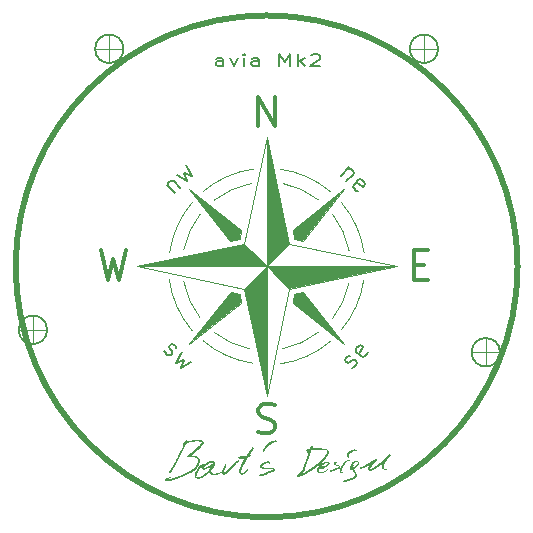
<source format=gbr>
%TF.GenerationSoftware,KiCad,Pcbnew,6.0.7-1.fc35*%
%TF.CreationDate,2022-12-16T23:43:30+01:00*%
%TF.ProjectId,cover,636f7665-722e-46b6-9963-61645f706362,rev?*%
%TF.SameCoordinates,Original*%
%TF.FileFunction,Legend,Top*%
%TF.FilePolarity,Positive*%
%FSLAX46Y46*%
G04 Gerber Fmt 4.6, Leading zero omitted, Abs format (unit mm)*
G04 Created by KiCad (PCBNEW 6.0.7-1.fc35) date 2022-12-16 23:43:30*
%MOMM*%
%LPD*%
G01*
G04 APERTURE LIST*
%ADD10C,0.120000*%
%ADD11C,0.200000*%
%ADD12C,0.500000*%
%ADD13C,0.100000*%
%ADD14C,0.300000*%
%ADD15C,0.150000*%
G04 APERTURE END LIST*
D10*
X192986761Y-101284998D02*
G75*
G03*
X194388408Y-104383699I7000039J1299998D01*
G01*
X198686753Y-92985006D02*
G75*
G03*
X195588053Y-94386656I1299847J-6999694D01*
G01*
X206561752Y-93460000D02*
X203061752Y-97810000D01*
X193461752Y-106560000D02*
X196961752Y-102210000D01*
D11*
X181411752Y-105370000D02*
G75*
G03*
X181411752Y-105370000I-1200000J0D01*
G01*
D12*
X221250000Y-100000000D02*
G75*
G03*
X221250000Y-100000000I-21248248J0D01*
G01*
D10*
X180211752Y-106570000D02*
X180211752Y-104170000D01*
X217361752Y-107270000D02*
X219761752Y-107270000D01*
X206311764Y-105385011D02*
G75*
G03*
X208226490Y-101154648I-6299864J5399911D01*
G01*
D11*
X219761752Y-107270000D02*
G75*
G03*
X219761752Y-107270000I-1200000J0D01*
G01*
D10*
X218561752Y-108470000D02*
X218561752Y-106070000D01*
X194611771Y-106284978D02*
G75*
G03*
X198842104Y-108199738I5400129J6300178D01*
G01*
X204411754Y-94384997D02*
G75*
G03*
X201410495Y-92991175I-4424854J-5599703D01*
G01*
X186681752Y-82780000D02*
X186681752Y-80380000D01*
X206986766Y-98684997D02*
G75*
G03*
X205585096Y-95586301I-7000166J-1300103D01*
G01*
X197711752Y-102310000D02*
X196961752Y-102210000D01*
X203111752Y-102210000D02*
X206561752Y-106560000D01*
X185481752Y-81580000D02*
X187881752Y-81580000D01*
X201911752Y-101910000D02*
X200011752Y-111010000D01*
X205586743Y-104409993D02*
G75*
G03*
X206980577Y-101408743I-5600143J4425093D01*
G01*
X198111752Y-101910000D02*
X189011752Y-100010000D01*
X213321752Y-82780000D02*
X213321752Y-80380000D01*
D13*
G36*
X197811752Y-96960000D02*
G01*
X197711752Y-97710000D01*
X196911752Y-97810000D01*
X193461752Y-93460000D01*
X197811752Y-96960000D01*
G37*
X197811752Y-96960000D02*
X197711752Y-97710000D01*
X196911752Y-97810000D01*
X193461752Y-93460000D01*
X197811752Y-96960000D01*
D10*
X205411756Y-93684995D02*
G75*
G03*
X201181400Y-91770262I-5399856J-6299705D01*
G01*
X196911752Y-97810000D02*
X193461752Y-93460000D01*
X202211752Y-96910000D02*
X206561752Y-93460000D01*
X198886751Y-91759994D02*
G75*
G03*
X194590978Y-93689927I1125149J-8250306D01*
G01*
X179011752Y-105370000D02*
X181411752Y-105370000D01*
D13*
G36*
X200011752Y-111010000D02*
G01*
X198111752Y-101910000D01*
X200011752Y-100010000D01*
X200011752Y-111010000D01*
G37*
X200011752Y-111010000D02*
X198111752Y-101910000D01*
X200011752Y-100010000D01*
X200011752Y-111010000D01*
D10*
X200011752Y-100010000D02*
X201911752Y-101910000D01*
D13*
G36*
X206561752Y-106560000D02*
G01*
X202211752Y-103060000D01*
X202311752Y-102310000D01*
X203111752Y-102210000D01*
X206561752Y-106560000D01*
G37*
X206561752Y-106560000D02*
X202211752Y-103060000D01*
X202311752Y-102310000D01*
X203111752Y-102210000D01*
X206561752Y-106560000D01*
D10*
X197711752Y-97710000D02*
X196911752Y-97810000D01*
X200011752Y-100010000D02*
X201911752Y-98110000D01*
X200011752Y-100010000D02*
X198111752Y-98110000D01*
X206561752Y-106560000D02*
X202211752Y-103060000D01*
X197711752Y-102310000D02*
X197811752Y-103110000D01*
X189011752Y-100010000D02*
X198111752Y-98110000D01*
X212121752Y-81580000D02*
X214521752Y-81580000D01*
D13*
G36*
X201911752Y-101910000D02*
G01*
X200011752Y-100010000D01*
X211011752Y-100010000D01*
X201911752Y-101910000D01*
G37*
X201911752Y-101910000D02*
X200011752Y-100010000D01*
X211011752Y-100010000D01*
X201911752Y-101910000D01*
D10*
X195561761Y-105584989D02*
G75*
G03*
X198563009Y-106978825I4424839J5599589D01*
G01*
X202311752Y-97710000D02*
X203061752Y-97810000D01*
X202311752Y-97710000D02*
X202211752Y-96910000D01*
D13*
G36*
X203061752Y-97810000D02*
G01*
X202311752Y-97710000D01*
X202211752Y-96910000D01*
X206561752Y-93460000D01*
X203061752Y-97810000D01*
G37*
X203061752Y-97810000D02*
X202311752Y-97710000D01*
X202211752Y-96910000D01*
X206561752Y-93460000D01*
X203061752Y-97810000D01*
D10*
X191761741Y-101135002D02*
G75*
G03*
X193691679Y-105430774I8249959J1125002D01*
G01*
X200011752Y-111010000D02*
X198111752Y-101910000D01*
X200011752Y-100010000D02*
X198111752Y-98110000D01*
D13*
G36*
X197711752Y-102310000D02*
G01*
X197811752Y-103110000D01*
X193461752Y-106560000D01*
X196961752Y-102210000D01*
X197711752Y-102310000D01*
G37*
X197711752Y-102310000D02*
X197811752Y-103110000D01*
X193461752Y-106560000D01*
X196961752Y-102210000D01*
X197711752Y-102310000D01*
D10*
X200011752Y-100010000D02*
X198111752Y-101910000D01*
X200011752Y-100010000D02*
X198111752Y-101910000D01*
X200011752Y-89010000D02*
X201911752Y-98110000D01*
X201136753Y-108260008D02*
G75*
G03*
X205432526Y-106330073I-1125153J8250308D01*
G01*
X211011752Y-100010000D02*
X201911752Y-101910000D01*
X193711740Y-94584990D02*
G75*
G03*
X191797014Y-98815352I6299860J-5399910D01*
G01*
X208261762Y-98884999D02*
G75*
G03*
X206331825Y-94589226I-8249962J-1125001D01*
G01*
X193461752Y-93460000D02*
X197811752Y-96960000D01*
D11*
X214521752Y-81580000D02*
G75*
G03*
X214521752Y-81580000I-1200000J0D01*
G01*
D10*
X197711752Y-97710000D02*
X197811752Y-96960000D01*
X198111752Y-98110000D02*
X200011752Y-89010000D01*
D13*
G36*
X201911752Y-98110000D02*
G01*
X200011752Y-100010000D01*
X200011752Y-89010000D01*
X201911752Y-98110000D01*
G37*
X201911752Y-98110000D02*
X200011752Y-100010000D01*
X200011752Y-89010000D01*
X201911752Y-98110000D01*
D11*
X187881752Y-81580000D02*
G75*
G03*
X187881752Y-81580000I-1200000J0D01*
G01*
D10*
X200011752Y-100010000D02*
X201911752Y-98110000D01*
X201286755Y-106985015D02*
G75*
G03*
X204385451Y-105583344I-1299855J6999615D01*
G01*
X202311752Y-102310000D02*
X202211752Y-103060000D01*
X202311752Y-102310000D02*
X203111752Y-102210000D01*
X194386746Y-95559995D02*
G75*
G03*
X192992927Y-98561257I5600254J-4425105D01*
G01*
X200011752Y-100010000D02*
X201911752Y-101910000D01*
X197811752Y-103110000D02*
X193461752Y-106560000D01*
X201911752Y-98110000D02*
X211011752Y-100010000D01*
D13*
G36*
X200011752Y-100010000D02*
G01*
X189011752Y-100010000D01*
X198111752Y-98110000D01*
X200011752Y-100010000D01*
G37*
X200011752Y-100010000D02*
X189011752Y-100010000D01*
X198111752Y-98110000D01*
X200011752Y-100010000D01*
D11*
X196346837Y-83022380D02*
X196346837Y-82498571D01*
X196280170Y-82403333D01*
X196146837Y-82355714D01*
X195880170Y-82355714D01*
X195746837Y-82403333D01*
X196346837Y-82974761D02*
X196213504Y-83022380D01*
X195880170Y-83022380D01*
X195746837Y-82974761D01*
X195680170Y-82879523D01*
X195680170Y-82784285D01*
X195746837Y-82689047D01*
X195880170Y-82641428D01*
X196213504Y-82641428D01*
X196346837Y-82593809D01*
X196880170Y-82355714D02*
X197213504Y-83022380D01*
X197546837Y-82355714D01*
X198080170Y-83022380D02*
X198080170Y-82355714D01*
X198080170Y-82022380D02*
X198013504Y-82070000D01*
X198080170Y-82117619D01*
X198146837Y-82070000D01*
X198080170Y-82022380D01*
X198080170Y-82117619D01*
X199346837Y-83022380D02*
X199346837Y-82498571D01*
X199280170Y-82403333D01*
X199146837Y-82355714D01*
X198880170Y-82355714D01*
X198746837Y-82403333D01*
X199346837Y-82974761D02*
X199213504Y-83022380D01*
X198880170Y-83022380D01*
X198746837Y-82974761D01*
X198680170Y-82879523D01*
X198680170Y-82784285D01*
X198746837Y-82689047D01*
X198880170Y-82641428D01*
X199213504Y-82641428D01*
X199346837Y-82593809D01*
X201080170Y-83022380D02*
X201080170Y-82022380D01*
X201546837Y-82736666D01*
X202013504Y-82022380D01*
X202013504Y-83022380D01*
X202680170Y-83022380D02*
X202680170Y-82022380D01*
X202813504Y-82641428D02*
X203213504Y-83022380D01*
X203213504Y-82355714D02*
X202680170Y-82736666D01*
X203746837Y-82117619D02*
X203813504Y-82070000D01*
X203946837Y-82022380D01*
X204280170Y-82022380D01*
X204413504Y-82070000D01*
X204480170Y-82117619D01*
X204546837Y-82212857D01*
X204546837Y-82308095D01*
X204480170Y-82450952D01*
X203680170Y-83022380D01*
X204546837Y-83022380D01*
D14*
X185950323Y-98630952D02*
X186545561Y-101130952D01*
X187021752Y-99345238D01*
X187497942Y-101130952D01*
X188093180Y-98630952D01*
X212466037Y-99841428D02*
X213299371Y-99841428D01*
X213656513Y-101150952D02*
X212466037Y-101150952D01*
X212466037Y-98650952D01*
X213656513Y-98650952D01*
D15*
X191349568Y-107131446D02*
X191400076Y-107282969D01*
X191602107Y-107485000D01*
X191753629Y-107535507D01*
X191905152Y-107485000D01*
X191955660Y-107434492D01*
X192006168Y-107282969D01*
X191955660Y-107131446D01*
X191804137Y-106979923D01*
X191753629Y-106828400D01*
X191804137Y-106676877D01*
X191854645Y-106626370D01*
X192006168Y-106575862D01*
X192157690Y-106626370D01*
X192309213Y-106777893D01*
X192359721Y-106929416D01*
X192814290Y-107282969D02*
X192309213Y-108192106D01*
X193016320Y-107889061D01*
X192713274Y-108596167D01*
X193622412Y-108091091D01*
X207234213Y-108571167D02*
X207385736Y-108520660D01*
X207587767Y-108318629D01*
X207638274Y-108167106D01*
X207587767Y-108015583D01*
X207537259Y-107965076D01*
X207385736Y-107914568D01*
X207234213Y-107965076D01*
X207082690Y-108116599D01*
X206931168Y-108167106D01*
X206779645Y-108116599D01*
X206729137Y-108066091D01*
X206678629Y-107914568D01*
X206729137Y-107763045D01*
X206880660Y-107611522D01*
X207032183Y-107561015D01*
X208547412Y-107257969D02*
X208496904Y-107409492D01*
X208294874Y-107611522D01*
X208143351Y-107662030D01*
X207991828Y-107611522D01*
X207587767Y-107207461D01*
X207537259Y-107055938D01*
X207587767Y-106904416D01*
X207789797Y-106702385D01*
X207941320Y-106651877D01*
X208092843Y-106702385D01*
X208193858Y-106803400D01*
X207789797Y-107409492D01*
D14*
X199287466Y-114011904D02*
X199644609Y-114130952D01*
X200239847Y-114130952D01*
X200477942Y-114011904D01*
X200596990Y-113892857D01*
X200716037Y-113654761D01*
X200716037Y-113416666D01*
X200596990Y-113178571D01*
X200477942Y-113059523D01*
X200239847Y-112940476D01*
X199763656Y-112821428D01*
X199525561Y-112702380D01*
X199406513Y-112583333D01*
X199287466Y-112345238D01*
X199287466Y-112107142D01*
X199406513Y-111869047D01*
X199525561Y-111750000D01*
X199763656Y-111630952D01*
X200358894Y-111630952D01*
X200716037Y-111750000D01*
D15*
X207007183Y-91625862D02*
X206300076Y-92332969D01*
X206906168Y-91726877D02*
X207007183Y-91726877D01*
X207158706Y-91777385D01*
X207310229Y-91928908D01*
X207360736Y-92080431D01*
X207310229Y-92231954D01*
X206754645Y-92787538D01*
X207714290Y-93646167D02*
X207562767Y-93595660D01*
X207360736Y-93393629D01*
X207310229Y-93242106D01*
X207360736Y-93090583D01*
X207764797Y-92686522D01*
X207916320Y-92636015D01*
X208067843Y-92686522D01*
X208269874Y-92888553D01*
X208320381Y-93040076D01*
X208269874Y-93191599D01*
X208168858Y-93292614D01*
X207562767Y-92888553D01*
D14*
X199297466Y-88140952D02*
X199297466Y-85640952D01*
X200726037Y-88140952D01*
X200726037Y-85640952D01*
D15*
X191526599Y-93115583D02*
X192233706Y-93822690D01*
X191627614Y-93216599D02*
X191627614Y-93115583D01*
X191678122Y-92964061D01*
X191829645Y-92812538D01*
X191981168Y-92762030D01*
X192132690Y-92812538D01*
X192688274Y-93368122D01*
X192385229Y-92256954D02*
X193294366Y-92762030D01*
X192991320Y-92054923D01*
X193698427Y-92357969D01*
X193193351Y-91448832D01*
%TO.C,G\u002A\u002A\u002A*%
G36*
X198052423Y-116421849D02*
G01*
X198055218Y-116420939D01*
X198061582Y-116412623D01*
X198059649Y-116388336D01*
X198057014Y-116366860D01*
X198060898Y-116359697D01*
X198066698Y-116360785D01*
X198080910Y-116357329D01*
X198099994Y-116341538D01*
X198105427Y-116335456D01*
X198120757Y-116315624D01*
X198124443Y-116304037D01*
X198117867Y-116295510D01*
X198116374Y-116294387D01*
X198107139Y-116282834D01*
X198112657Y-116272798D01*
X198117803Y-116263899D01*
X198108434Y-116261897D01*
X198092791Y-116255669D01*
X198089021Y-116250202D01*
X198082081Y-116243450D01*
X198073342Y-116249198D01*
X198066702Y-116262720D01*
X198072501Y-116279603D01*
X198077973Y-116295350D01*
X198073318Y-116298452D01*
X198062307Y-116288797D01*
X198056179Y-116280094D01*
X198046215Y-116268574D01*
X198031762Y-116264475D01*
X198006542Y-116266358D01*
X198000134Y-116267257D01*
X197970775Y-116272459D01*
X197947897Y-116278161D01*
X197942063Y-116280333D01*
X197926548Y-116282512D01*
X197898021Y-116282280D01*
X197862011Y-116279730D01*
X197853186Y-116278819D01*
X197808974Y-116274201D01*
X197764041Y-116269875D01*
X197727877Y-116266754D01*
X197726888Y-116266678D01*
X197680162Y-116262760D01*
X197648955Y-116258480D01*
X197630112Y-116252299D01*
X197620477Y-116242679D01*
X197616894Y-116228083D01*
X197616279Y-116212748D01*
X197613923Y-116187751D01*
X197608667Y-116172233D01*
X197606349Y-116170262D01*
X197600391Y-116161960D01*
X197607467Y-116148188D01*
X197623931Y-116131961D01*
X197646141Y-116116293D01*
X197670452Y-116104198D01*
X197692850Y-116098714D01*
X197730431Y-116093864D01*
X197760643Y-116085549D01*
X197779214Y-116075221D01*
X197783020Y-116068068D01*
X197788984Y-116058447D01*
X197797898Y-116059784D01*
X197816584Y-116061390D01*
X197823229Y-116059032D01*
X197840366Y-116052961D01*
X197856146Y-116050176D01*
X197880681Y-116042764D01*
X197893963Y-116034564D01*
X197911864Y-116026253D01*
X197937555Y-116029050D01*
X197940613Y-116029854D01*
X197961362Y-116037261D01*
X197967996Y-116047478D01*
X197965599Y-116063498D01*
X197957199Y-116084616D01*
X197948338Y-116095601D01*
X197942123Y-116100833D01*
X197946578Y-116103871D01*
X197964859Y-116105757D01*
X197981823Y-116106675D01*
X198004825Y-116104988D01*
X198018806Y-116098871D01*
X198019102Y-116098489D01*
X198025195Y-116095181D01*
X198026118Y-116100515D01*
X198033797Y-116110879D01*
X198040295Y-116112210D01*
X198052749Y-116107462D01*
X198054328Y-116103427D01*
X198062697Y-116097236D01*
X198083994Y-116091328D01*
X198098766Y-116088925D01*
X198141813Y-116081489D01*
X198183730Y-116071011D01*
X198219573Y-116059032D01*
X198244401Y-116047093D01*
X198251365Y-116041353D01*
X198264696Y-116029983D01*
X198270577Y-116028011D01*
X198287854Y-116020174D01*
X198309289Y-115999396D01*
X198331314Y-115969781D01*
X198349500Y-115937272D01*
X198363510Y-115910672D01*
X198375721Y-115892672D01*
X198382042Y-115887679D01*
X198390091Y-115880093D01*
X198391124Y-115873584D01*
X198397703Y-115858005D01*
X198413580Y-115839967D01*
X198414051Y-115839554D01*
X198432492Y-115816863D01*
X198442744Y-115793372D01*
X198450585Y-115775051D01*
X198460257Y-115771635D01*
X198471279Y-115766597D01*
X198486014Y-115747462D01*
X198494396Y-115732610D01*
X198509323Y-115706957D01*
X198522951Y-115689075D01*
X198528798Y-115684467D01*
X198538106Y-115672597D01*
X198540810Y-115657408D01*
X198547623Y-115635686D01*
X198564023Y-115614776D01*
X198564199Y-115614623D01*
X198580382Y-115597017D01*
X198587566Y-115582208D01*
X198587588Y-115581647D01*
X198595127Y-115567558D01*
X198601621Y-115563622D01*
X198614016Y-115553761D01*
X198615654Y-115548653D01*
X198621931Y-115537681D01*
X198638350Y-115518315D01*
X198660236Y-115495860D01*
X198696918Y-115456108D01*
X198722867Y-115419122D01*
X198736040Y-115388029D01*
X198737275Y-115377924D01*
X198742668Y-115366467D01*
X198748874Y-115366082D01*
X198762328Y-115362268D01*
X198777619Y-115348151D01*
X198793263Y-115333907D01*
X198815007Y-115327503D01*
X198839413Y-115326353D01*
X198878679Y-115331625D01*
X198903292Y-115347989D01*
X198914241Y-115376270D01*
X198915028Y-115389355D01*
X198909082Y-115421043D01*
X198893911Y-115456776D01*
X198873511Y-115488808D01*
X198853621Y-115508315D01*
X198838515Y-115524847D01*
X198837986Y-115546682D01*
X198839581Y-115564083D01*
X198832420Y-115567824D01*
X198823538Y-115565572D01*
X198809479Y-115563841D01*
X198808034Y-115574028D01*
X198808553Y-115576227D01*
X198805257Y-115594454D01*
X198790801Y-115616401D01*
X198789066Y-115618302D01*
X198773449Y-115637398D01*
X198765570Y-115651786D01*
X198765341Y-115653385D01*
X198757770Y-115662045D01*
X198751308Y-115663149D01*
X198738896Y-115670264D01*
X198737275Y-115676453D01*
X198730618Y-115689670D01*
X198713563Y-115709091D01*
X198699497Y-115722093D01*
X198678195Y-115741894D01*
X198670846Y-115753663D01*
X198675921Y-115759877D01*
X198676109Y-115759950D01*
X198689329Y-115770451D01*
X198686377Y-115780892D01*
X198671787Y-115784769D01*
X198655174Y-115791086D01*
X198651309Y-115810664D01*
X198651749Y-115814520D01*
X198646592Y-115824646D01*
X198632468Y-115843291D01*
X198622452Y-115855053D01*
X198604480Y-115879409D01*
X198593674Y-115901797D01*
X198592265Y-115909502D01*
X198587822Y-115924545D01*
X198580571Y-115927440D01*
X198570146Y-115930179D01*
X198570860Y-115939964D01*
X198581956Y-115949400D01*
X198582856Y-115949763D01*
X198592485Y-115958377D01*
X198591912Y-115963094D01*
X198580330Y-115967117D01*
X198571978Y-115965301D01*
X198560989Y-115964888D01*
X198561316Y-115972726D01*
X198573137Y-115984661D01*
X198585464Y-115988833D01*
X198600195Y-115996143D01*
X198600508Y-116007544D01*
X198601080Y-116011546D01*
X198608601Y-116001110D01*
X198610679Y-115997606D01*
X198624694Y-115978893D01*
X198635958Y-115972288D01*
X198640987Y-115978528D01*
X198638691Y-115991696D01*
X198636766Y-116006084D01*
X198645077Y-116006898D01*
X198655039Y-115996374D01*
X198655183Y-115991063D01*
X198657631Y-115983846D01*
X198660867Y-115984945D01*
X198674865Y-115986149D01*
X198697217Y-115981988D01*
X198697878Y-115981800D01*
X198725765Y-115978661D01*
X198743648Y-115986451D01*
X198753369Y-115995203D01*
X198749003Y-115998821D01*
X198730258Y-115999647D01*
X198707774Y-116002963D01*
X198699960Y-116013429D01*
X198699853Y-116015537D01*
X198697104Y-116025894D01*
X198693877Y-116025153D01*
X198683445Y-116026923D01*
X198663302Y-116039268D01*
X198637103Y-116059672D01*
X198614869Y-116079515D01*
X198598727Y-116090872D01*
X198590233Y-116093499D01*
X198580277Y-116101316D01*
X198575424Y-116112583D01*
X198567668Y-116126047D01*
X198551112Y-116126728D01*
X198546737Y-116125720D01*
X198524727Y-116125601D01*
X198503463Y-116139471D01*
X198499708Y-116143106D01*
X198479692Y-116158542D01*
X198461977Y-116165085D01*
X198460547Y-116165052D01*
X198445515Y-116171946D01*
X198429073Y-116191747D01*
X198426307Y-116196409D01*
X198406795Y-116224715D01*
X198382183Y-116252711D01*
X198377347Y-116257357D01*
X198356407Y-116282225D01*
X198342098Y-116309204D01*
X198340155Y-116315817D01*
X198330871Y-116340577D01*
X198317850Y-116357739D01*
X198317797Y-116357778D01*
X198303976Y-116373968D01*
X198287201Y-116401673D01*
X198270730Y-116434756D01*
X198257820Y-116467081D01*
X198255056Y-116475969D01*
X198248867Y-116490262D01*
X198242096Y-116487377D01*
X198240923Y-116485595D01*
X198231527Y-116477165D01*
X198224371Y-116486523D01*
X198219140Y-116514091D01*
X198219040Y-116514943D01*
X198213794Y-116537275D01*
X198205900Y-116549614D01*
X198204993Y-116550030D01*
X198197089Y-116560648D01*
X198190148Y-116582847D01*
X198188689Y-116590632D01*
X198181911Y-116615890D01*
X198172703Y-116623720D01*
X198171133Y-116623323D01*
X198154573Y-116625128D01*
X198142636Y-116641408D01*
X198138527Y-116665383D01*
X198133448Y-116689929D01*
X198124217Y-116705220D01*
X198114307Y-116727489D01*
X198116136Y-116744344D01*
X198118857Y-116761600D01*
X198112459Y-116765441D01*
X198103700Y-116763236D01*
X198083270Y-116763869D01*
X198068027Y-116781188D01*
X198058587Y-116809242D01*
X198047179Y-116835193D01*
X198032108Y-116853213D01*
X198018759Y-116867199D01*
X198019828Y-116880791D01*
X198023923Y-116888169D01*
X198032508Y-116904798D01*
X198035297Y-116915105D01*
X198031813Y-116914913D01*
X198026118Y-116907421D01*
X198018437Y-116899740D01*
X198012940Y-116908329D01*
X198011137Y-116914438D01*
X198003962Y-116930785D01*
X197998118Y-116935488D01*
X197990627Y-116943521D01*
X197983465Y-116962536D01*
X197978889Y-116984899D01*
X197978742Y-117000976D01*
X197978129Y-117009853D01*
X197969267Y-117003542D01*
X197959024Y-116998823D01*
X197948156Y-117008212D01*
X197941505Y-117018355D01*
X197927520Y-117047607D01*
X197918999Y-117074341D01*
X197912247Y-117092901D01*
X197904390Y-117098899D01*
X197903505Y-117098506D01*
X197898616Y-117101515D01*
X197900603Y-117117135D01*
X197902381Y-117134774D01*
X197898342Y-117141307D01*
X197890827Y-117149879D01*
X197881702Y-117172903D01*
X197872235Y-117206344D01*
X197863694Y-117246167D01*
X197861585Y-117258250D01*
X197855783Y-117285988D01*
X197849250Y-117307283D01*
X197847912Y-117310242D01*
X197843409Y-117328172D01*
X197840176Y-117357702D01*
X197838568Y-117391743D01*
X197838943Y-117423206D01*
X197841238Y-117443331D01*
X197850264Y-117459923D01*
X197868125Y-117480817D01*
X197874435Y-117486881D01*
X197894221Y-117502623D01*
X197913765Y-117510368D01*
X197940754Y-117512466D01*
X197957294Y-117512196D01*
X197990648Y-117509268D01*
X198010607Y-117503265D01*
X198014574Y-117499133D01*
X198024920Y-117487952D01*
X198045676Y-117474823D01*
X198051278Y-117472026D01*
X198075624Y-117456118D01*
X198092641Y-117437350D01*
X198094127Y-117434522D01*
X198111036Y-117416107D01*
X198125995Y-117412615D01*
X198142882Y-117410058D01*
X198147941Y-117405598D01*
X198155292Y-117396708D01*
X198173173Y-117384289D01*
X198175794Y-117382768D01*
X198198253Y-117363018D01*
X198217431Y-117334540D01*
X198220041Y-117328974D01*
X198235707Y-117301941D01*
X198251620Y-117291104D01*
X198253285Y-117290994D01*
X198269226Y-117284351D01*
X198289932Y-117267582D01*
X198298824Y-117258250D01*
X198318129Y-117238674D01*
X198333812Y-117226908D01*
X198338299Y-117225390D01*
X198349104Y-117218095D01*
X198364187Y-117200540D01*
X198379047Y-117178988D01*
X198389182Y-117159703D01*
X198391124Y-117151885D01*
X198399349Y-117143306D01*
X198419559Y-117135991D01*
X198445053Y-117132209D01*
X198449595Y-117132080D01*
X198462810Y-117138926D01*
X198465967Y-117155340D01*
X198461087Y-117174151D01*
X198451934Y-117178729D01*
X198440326Y-117187195D01*
X198435407Y-117212773D01*
X198435471Y-117233023D01*
X198428588Y-117245162D01*
X198410633Y-117261502D01*
X198400914Y-117268428D01*
X198367418Y-117300607D01*
X198353848Y-117327973D01*
X198341623Y-117353398D01*
X198326990Y-117367899D01*
X198324391Y-117368874D01*
X198309862Y-117378809D01*
X198306925Y-117387179D01*
X198300241Y-117401130D01*
X198282501Y-117423452D01*
X198257174Y-117450723D01*
X198227728Y-117479517D01*
X198197630Y-117506410D01*
X198170350Y-117527979D01*
X198153240Y-117538913D01*
X198130138Y-117553119D01*
X198115182Y-117566065D01*
X198113110Y-117569318D01*
X198100867Y-117579840D01*
X198094192Y-117581013D01*
X198077162Y-117585696D01*
X198053844Y-117597202D01*
X198049926Y-117599553D01*
X198025878Y-117609251D01*
X197990986Y-117617222D01*
X197950729Y-117622935D01*
X197910581Y-117625856D01*
X197876020Y-117625453D01*
X197852520Y-117621194D01*
X197848508Y-117619129D01*
X197827783Y-117611020D01*
X197813436Y-117609222D01*
X197794909Y-117602609D01*
X197770951Y-117586087D01*
X197746692Y-117564346D01*
X197727260Y-117542078D01*
X197717785Y-117523970D01*
X197717532Y-117521523D01*
X197712879Y-117504075D01*
X197701425Y-117480344D01*
X197698856Y-117475990D01*
X197686424Y-117450881D01*
X197680238Y-117429151D01*
X197680088Y-117426648D01*
X197675737Y-117404584D01*
X197667007Y-117383043D01*
X197659169Y-117365199D01*
X197662398Y-117356950D01*
X197673281Y-117353111D01*
X197686218Y-117346478D01*
X197682479Y-117335906D01*
X197677121Y-117318773D01*
X197678004Y-117295080D01*
X197684092Y-117274388D01*
X197689894Y-117267341D01*
X197692726Y-117256166D01*
X197689526Y-117235170D01*
X197688867Y-117232774D01*
X197685050Y-117206087D01*
X197689557Y-117193607D01*
X197697058Y-117177406D01*
X197698822Y-117163377D01*
X197702568Y-117144314D01*
X197708182Y-117136626D01*
X197715904Y-117124720D01*
X197724629Y-117101286D01*
X197728204Y-117088500D01*
X197737108Y-117062236D01*
X197747333Y-117044638D01*
X197751588Y-117041277D01*
X197763035Y-117028825D01*
X197764310Y-117022129D01*
X197768934Y-117004918D01*
X197780244Y-116981675D01*
X197782011Y-116978691D01*
X197796619Y-116948173D01*
X197806480Y-116916777D01*
X197812997Y-116892195D01*
X197819923Y-116875664D01*
X197820622Y-116874677D01*
X197833906Y-116854224D01*
X197849075Y-116825834D01*
X197863189Y-116795726D01*
X197873308Y-116770117D01*
X197876575Y-116756341D01*
X197882822Y-116741953D01*
X197890608Y-116739024D01*
X197901674Y-116730786D01*
X197904641Y-116710532D01*
X197913068Y-116678682D01*
X197927037Y-116659644D01*
X197940759Y-116643354D01*
X197944880Y-116632946D01*
X197944481Y-116632295D01*
X197945567Y-116621961D01*
X197954993Y-116603748D01*
X197955603Y-116602810D01*
X197969036Y-116576324D01*
X197976174Y-116553402D01*
X197985909Y-116526674D01*
X197996840Y-116509816D01*
X198011397Y-116488814D01*
X198026445Y-116461160D01*
X198028840Y-116456022D01*
X198030144Y-116453683D01*
X198241437Y-116453683D01*
X198246114Y-116458361D01*
X198250792Y-116453683D01*
X198246114Y-116449005D01*
X198241437Y-116453683D01*
X198030144Y-116453683D01*
X198041075Y-116434078D01*
X198052423Y-116421849D01*
G37*
G36*
X199735187Y-115713044D02*
G01*
X199733903Y-115718606D01*
X199728950Y-115719281D01*
X199721250Y-115715858D01*
X199722713Y-115713044D01*
X199733816Y-115711925D01*
X199735187Y-115713044D01*
G37*
G36*
X204946122Y-116877016D02*
G01*
X204947358Y-116896170D01*
X204946122Y-116900405D01*
X204942708Y-116901580D01*
X204941404Y-116888711D01*
X204942874Y-116875429D01*
X204946122Y-116877016D01*
G37*
G36*
X206538359Y-117381992D02*
G01*
X206539705Y-117388674D01*
X206534821Y-117401474D01*
X206530350Y-117403259D01*
X206521262Y-117396545D01*
X206520995Y-117394456D01*
X206527795Y-117381786D01*
X206530350Y-117379871D01*
X206538359Y-117381992D01*
G37*
G36*
X206687749Y-117229311D02*
G01*
X206687313Y-117234087D01*
X206677265Y-117245007D01*
X206658654Y-117250562D01*
X206641395Y-117248339D01*
X206638207Y-117246045D01*
X206633920Y-117234391D01*
X206647940Y-117226227D01*
X206661711Y-117223454D01*
X206681618Y-117222581D01*
X206687749Y-117229311D01*
G37*
G36*
X194508619Y-115274898D02*
G01*
X194503941Y-115279576D01*
X194499263Y-115274898D01*
X194503941Y-115270221D01*
X194508619Y-115274898D01*
G37*
G36*
X199719595Y-115686537D02*
G01*
X199714917Y-115691215D01*
X199710240Y-115686537D01*
X199714917Y-115681860D01*
X199719595Y-115686537D01*
G37*
G36*
X209901536Y-117188084D02*
G01*
X209880120Y-117184088D01*
X209855637Y-117174310D01*
X209834679Y-117162073D01*
X209823837Y-117150695D01*
X209823462Y-117148759D01*
X209817172Y-117138842D01*
X209800979Y-117120983D01*
X209786056Y-117106338D01*
X209762810Y-117081743D01*
X209751544Y-117060784D01*
X209748634Y-117037204D01*
X209745145Y-117011548D01*
X209736624Y-116993494D01*
X209735239Y-116992163D01*
X209725960Y-116974743D01*
X209725691Y-116961160D01*
X209730210Y-116929982D01*
X209733612Y-116891780D01*
X209735776Y-116851086D01*
X209736582Y-116812435D01*
X209735908Y-116780362D01*
X209733635Y-116759401D01*
X209731213Y-116753863D01*
X209718389Y-116752796D01*
X209701866Y-116757967D01*
X209688898Y-116766071D01*
X209686739Y-116773803D01*
X209686952Y-116774029D01*
X209688461Y-116777719D01*
X209683885Y-116783044D01*
X209670291Y-116792101D01*
X209644741Y-116806989D01*
X209625998Y-116817595D01*
X209597530Y-116836761D01*
X209571896Y-116858760D01*
X209570983Y-116859695D01*
X209549718Y-116879821D01*
X209521646Y-116904065D01*
X209505984Y-116916777D01*
X209477907Y-116939461D01*
X209452146Y-116961137D01*
X209441468Y-116970571D01*
X209423722Y-116984983D01*
X209411688Y-116991577D01*
X209411175Y-116991620D01*
X209396652Y-116997853D01*
X209378425Y-117012841D01*
X209361908Y-117031023D01*
X209352517Y-117046834D01*
X209352215Y-117052190D01*
X209350885Y-117061408D01*
X209340058Y-117060818D01*
X209321442Y-117064031D01*
X209298164Y-117078439D01*
X209294880Y-117081219D01*
X209270343Y-117100690D01*
X209235917Y-117125445D01*
X209197814Y-117151233D01*
X209162242Y-117173798D01*
X209145194Y-117183747D01*
X209120636Y-117197398D01*
X209107772Y-117204571D01*
X209083978Y-117214589D01*
X209063022Y-117220520D01*
X209037556Y-117231264D01*
X209021183Y-117244473D01*
X209002872Y-117258670D01*
X208988421Y-117262928D01*
X208968491Y-117267895D01*
X208947487Y-117278635D01*
X208920888Y-117290701D01*
X208890465Y-117297733D01*
X208890317Y-117297749D01*
X208862798Y-117302578D01*
X208841280Y-117309650D01*
X208840390Y-117310107D01*
X208814845Y-117316543D01*
X208776603Y-117317029D01*
X208738232Y-117312720D01*
X208711752Y-117306387D01*
X208696133Y-117300905D01*
X208674555Y-117292170D01*
X208647143Y-117281675D01*
X208644678Y-117280760D01*
X208613380Y-117264492D01*
X208590061Y-117243586D01*
X208579407Y-117222433D01*
X208579190Y-117219397D01*
X208578066Y-117200914D01*
X208572948Y-117182502D01*
X208569403Y-117172915D01*
X208567633Y-117149474D01*
X208573783Y-117118557D01*
X208585728Y-117088474D01*
X208594563Y-117074567D01*
X208604323Y-117056021D01*
X208610822Y-117036059D01*
X208618121Y-117017453D01*
X208626145Y-117010331D01*
X208632883Y-117002279D01*
X208635322Y-116985383D01*
X208637231Y-116969331D01*
X208641526Y-116966639D01*
X208647829Y-116965643D01*
X208658855Y-116952925D01*
X208675756Y-116926863D01*
X208699682Y-116885836D01*
X208702818Y-116880294D01*
X208712510Y-116855191D01*
X208709497Y-116840439D01*
X208695572Y-116838444D01*
X208678260Y-116847312D01*
X208657211Y-116857832D01*
X208643666Y-116860644D01*
X208624587Y-116864822D01*
X208601309Y-116874620D01*
X208575468Y-116884727D01*
X208553542Y-116888653D01*
X208532206Y-116896124D01*
X208520886Y-116907421D01*
X208505987Y-116922182D01*
X208494529Y-116926132D01*
X208475528Y-116931408D01*
X208462088Y-116939125D01*
X208444168Y-116947808D01*
X208433964Y-116948143D01*
X208421066Y-116951382D01*
X208402033Y-116964391D01*
X208396997Y-116968830D01*
X208363196Y-116989603D01*
X208339787Y-116993491D01*
X208318751Y-116995780D01*
X208313372Y-117003530D01*
X208314214Y-117006589D01*
X208312159Y-117017980D01*
X208306456Y-117019687D01*
X208292090Y-117026888D01*
X208281387Y-117039358D01*
X208263577Y-117054479D01*
X208247679Y-117054935D01*
X208225627Y-117057753D01*
X208216835Y-117065926D01*
X208202787Y-117076795D01*
X208177309Y-117087909D01*
X208159960Y-117093174D01*
X208130904Y-117102358D01*
X208109063Y-117112392D01*
X208102452Y-117117449D01*
X208088547Y-117124143D01*
X208060919Y-117130508D01*
X208024542Y-117135447D01*
X208018468Y-117136012D01*
X207978739Y-117138728D01*
X207951149Y-117138012D01*
X207929320Y-117133103D01*
X207906872Y-117123243D01*
X207905581Y-117122587D01*
X207879979Y-117106626D01*
X207871324Y-117093044D01*
X207872079Y-117088501D01*
X207876855Y-117066743D01*
X207877532Y-117056343D01*
X207883105Y-117041590D01*
X207890420Y-117038397D01*
X207907006Y-117031804D01*
X207914357Y-117025083D01*
X207931983Y-117016063D01*
X207948456Y-117015949D01*
X207968585Y-117014821D01*
X207976218Y-117007846D01*
X207987971Y-116998611D01*
X208009793Y-116993366D01*
X208010403Y-116993317D01*
X208035164Y-116986456D01*
X208052029Y-116973719D01*
X208069216Y-116960221D01*
X208094724Y-116950677D01*
X208097156Y-116950181D01*
X208118837Y-116943897D01*
X208129801Y-116936382D01*
X208130129Y-116935064D01*
X208137748Y-116927218D01*
X208144678Y-116926132D01*
X208160290Y-116922102D01*
X208186314Y-116911616D01*
X208212505Y-116899216D01*
X208245321Y-116882782D01*
X208275243Y-116868040D01*
X208291510Y-116860213D01*
X208309771Y-116847933D01*
X208317238Y-116835675D01*
X208325823Y-116826363D01*
X208348836Y-116823223D01*
X208373976Y-116819291D01*
X208391570Y-116809772D01*
X208392081Y-116809189D01*
X208407336Y-116797335D01*
X208411483Y-116796206D01*
X208741095Y-116796206D01*
X208741337Y-116808464D01*
X208750956Y-116822270D01*
X208760201Y-116819596D01*
X208765803Y-116802448D01*
X208766298Y-116793151D01*
X208765429Y-116773534D01*
X208760928Y-116769873D01*
X208750986Y-116778393D01*
X208741095Y-116796206D01*
X208411483Y-116796206D01*
X208415340Y-116795156D01*
X208429591Y-116789113D01*
X208448253Y-116774469D01*
X208449277Y-116773487D01*
X208474016Y-116754778D01*
X208503169Y-116739310D01*
X208504346Y-116738835D01*
X208528590Y-116726973D01*
X208561118Y-116708170D01*
X208595033Y-116686421D01*
X208596153Y-116685660D01*
X208627039Y-116666196D01*
X208654041Y-116651920D01*
X208671902Y-116645570D01*
X208673335Y-116645469D01*
X208688216Y-116641566D01*
X208691455Y-116636416D01*
X208698937Y-116626513D01*
X208718378Y-116610674D01*
X208745273Y-116591852D01*
X208775116Y-116572998D01*
X208803402Y-116557064D01*
X208825624Y-116547003D01*
X208829932Y-116545693D01*
X208849198Y-116536975D01*
X208877218Y-116519685D01*
X208908433Y-116497301D01*
X208913284Y-116493533D01*
X208941790Y-116472745D01*
X208965335Y-116458524D01*
X208979767Y-116453296D01*
X208981492Y-116453694D01*
X208993137Y-116451161D01*
X209010411Y-116437497D01*
X209016534Y-116430991D01*
X209037406Y-116412569D01*
X209057722Y-116402735D01*
X209061932Y-116402228D01*
X209083724Y-116396060D01*
X209093739Y-116388195D01*
X209107180Y-116376438D01*
X209113469Y-116374162D01*
X209124060Y-116367828D01*
X209141822Y-116351740D01*
X209152084Y-116341093D01*
X209189603Y-116312403D01*
X209234666Y-116300158D01*
X209285712Y-116303414D01*
X209311894Y-116312281D01*
X209327804Y-116330546D01*
X209333012Y-116341674D01*
X209342961Y-116367982D01*
X209346665Y-116389116D01*
X209342607Y-116408607D01*
X209329266Y-116429984D01*
X209305124Y-116456777D01*
X209268661Y-116492513D01*
X209267674Y-116493459D01*
X209242495Y-116517432D01*
X209219481Y-116539055D01*
X209210625Y-116547237D01*
X209193076Y-116566733D01*
X209173009Y-116593791D01*
X209165654Y-116605005D01*
X209142468Y-116635590D01*
X209113569Y-116665633D01*
X209103421Y-116674398D01*
X209081806Y-116694449D01*
X209068137Y-116712284D01*
X209065650Y-116719540D01*
X209059650Y-116736351D01*
X209044863Y-116757868D01*
X209026052Y-116778721D01*
X209007979Y-116793543D01*
X208996606Y-116797363D01*
X208985600Y-116803979D01*
X208971869Y-116824696D01*
X208963941Y-116841268D01*
X208950993Y-116868421D01*
X208939327Y-116887980D01*
X208934088Y-116893764D01*
X208923273Y-116906683D01*
X208915929Y-116921603D01*
X208901563Y-116941676D01*
X208882286Y-116955777D01*
X208860161Y-116971119D01*
X208846683Y-116986906D01*
X208834920Y-117005562D01*
X208817100Y-117030960D01*
X208808735Y-117042235D01*
X208783325Y-117078602D01*
X208763088Y-117112859D01*
X208750509Y-117140479D01*
X208747588Y-117153686D01*
X208755393Y-117162136D01*
X208776216Y-117163523D01*
X208806166Y-117158801D01*
X208841354Y-117148921D01*
X208877890Y-117134836D01*
X208911882Y-117117498D01*
X208922366Y-117110900D01*
X208954326Y-117091644D01*
X208992496Y-117071551D01*
X209012721Y-117062051D01*
X209041184Y-117048336D01*
X209062262Y-117036095D01*
X209070042Y-117029540D01*
X209083574Y-117021156D01*
X209093660Y-117019687D01*
X209110744Y-117011895D01*
X209116693Y-117002343D01*
X209128141Y-116986829D01*
X209149442Y-116970515D01*
X209154745Y-116967472D01*
X209175516Y-116953529D01*
X209186681Y-116940665D01*
X209187293Y-116938038D01*
X209193235Y-116927022D01*
X209196849Y-116926132D01*
X209209867Y-116921275D01*
X209232145Y-116909133D01*
X209257757Y-116893350D01*
X209280774Y-116877570D01*
X209294880Y-116865859D01*
X209308166Y-116855829D01*
X209331521Y-116841365D01*
X209346087Y-116833143D01*
X209375691Y-116814665D01*
X209401630Y-116794630D01*
X209409425Y-116787134D01*
X209429808Y-116767674D01*
X209448197Y-116753825D01*
X209481635Y-116732663D01*
X209509031Y-116712418D01*
X209525544Y-116696720D01*
X209526892Y-116694810D01*
X209538045Y-116684035D01*
X209542023Y-116682891D01*
X209552003Y-116676848D01*
X209571411Y-116660869D01*
X209596374Y-116638178D01*
X209601007Y-116633775D01*
X209631086Y-116605855D01*
X209660647Y-116579824D01*
X209683303Y-116561306D01*
X209683350Y-116561270D01*
X209710538Y-116539273D01*
X209735993Y-116516428D01*
X209738505Y-116513976D01*
X209759246Y-116495359D01*
X209788097Y-116471760D01*
X209811768Y-116453582D01*
X209836868Y-116434039D01*
X209854572Y-116418542D01*
X209860884Y-116410752D01*
X209868643Y-116403590D01*
X209879595Y-116399517D01*
X209894810Y-116389356D01*
X209898306Y-116379894D01*
X209906296Y-116366824D01*
X209921694Y-116359293D01*
X209939497Y-116349598D01*
X209945655Y-116338065D01*
X209949071Y-116328434D01*
X209959998Y-116315334D01*
X209980400Y-116297007D01*
X210012243Y-116271692D01*
X210057490Y-116237630D01*
X210059388Y-116236223D01*
X210081714Y-116217137D01*
X210096979Y-116199435D01*
X210099779Y-116194070D01*
X210110186Y-116180220D01*
X210117479Y-116177698D01*
X210130854Y-116170706D01*
X210146600Y-116153789D01*
X210147253Y-116152884D01*
X210165438Y-116129188D01*
X210181308Y-116110785D01*
X210193792Y-116095149D01*
X210197744Y-116086482D01*
X210204829Y-116077400D01*
X210222577Y-116062843D01*
X210231491Y-116056522D01*
X210253239Y-116038418D01*
X210281203Y-116010626D01*
X210310252Y-115978333D01*
X210317965Y-115969089D01*
X210370755Y-115904600D01*
X210414749Y-115909679D01*
X210447015Y-115916527D01*
X210472412Y-115931336D01*
X210491931Y-115949945D01*
X210511083Y-115973819D01*
X210522993Y-115995544D01*
X210524958Y-116004232D01*
X210518251Y-116023213D01*
X210502422Y-116044176D01*
X210483515Y-116060394D01*
X210470007Y-116065432D01*
X210460125Y-116072653D01*
X210459632Y-116075808D01*
X210458092Y-116082453D01*
X210452298Y-116091917D01*
X210440491Y-116106146D01*
X210420911Y-116127090D01*
X210391800Y-116156694D01*
X210351397Y-116196907D01*
X210340350Y-116207833D01*
X210309843Y-116238957D01*
X210285028Y-116266125D01*
X210268589Y-116286272D01*
X210263168Y-116295989D01*
X210257191Y-116308850D01*
X210241736Y-116329801D01*
X210225863Y-116348028D01*
X210205777Y-116370744D01*
X210192186Y-116388197D01*
X210188441Y-116395211D01*
X210180716Y-116401448D01*
X210174291Y-116402228D01*
X210162760Y-116409971D01*
X210160258Y-116420159D01*
X210157088Y-116436546D01*
X210153241Y-116441209D01*
X210141926Y-116451844D01*
X210126937Y-116471958D01*
X210112983Y-116494413D01*
X210104772Y-116512071D01*
X210104125Y-116515674D01*
X210100762Y-116522654D01*
X210098517Y-116521359D01*
X210087778Y-116521612D01*
X210072921Y-116534439D01*
X210057302Y-116555264D01*
X210044276Y-116579509D01*
X210037201Y-116602595D01*
X210036879Y-116605437D01*
X210032768Y-116629294D01*
X210024444Y-116638194D01*
X210018388Y-116638226D01*
X210004596Y-116643875D01*
X209992699Y-116666699D01*
X209991242Y-116670970D01*
X209980166Y-116699689D01*
X209968168Y-116723853D01*
X209966608Y-116726366D01*
X209954821Y-116751408D01*
X209948761Y-116772853D01*
X209941776Y-116796694D01*
X209933886Y-116811409D01*
X209922467Y-116834822D01*
X209912744Y-116874035D01*
X209905280Y-116926174D01*
X209901128Y-116978578D01*
X209899524Y-117017234D01*
X209900668Y-117043562D01*
X209905848Y-117063889D01*
X209916349Y-117084540D01*
X209925773Y-117099769D01*
X209945506Y-117125750D01*
X209969027Y-117144664D01*
X209999849Y-117157906D01*
X210041487Y-117166870D01*
X210097456Y-117172952D01*
X210113147Y-117174120D01*
X210148289Y-117177831D01*
X210176354Y-117183107D01*
X210191876Y-117188885D01*
X210192668Y-117189596D01*
X210196229Y-117196546D01*
X210185985Y-117194433D01*
X210172490Y-117193168D01*
X210169613Y-117196671D01*
X210161261Y-117202561D01*
X210140004Y-117208589D01*
X210125175Y-117211242D01*
X210095218Y-117218044D01*
X210071372Y-117227556D01*
X210065111Y-117231790D01*
X210054664Y-117238728D01*
X210041543Y-117239886D01*
X210020651Y-117234782D01*
X209992319Y-117224922D01*
X209962149Y-117213030D01*
X209939652Y-117202499D01*
X209930210Y-117196082D01*
X209923588Y-117192762D01*
X210141547Y-117192762D01*
X210146225Y-117197440D01*
X210150903Y-117192762D01*
X210146225Y-117188084D01*
X210141547Y-117192762D01*
X209923588Y-117192762D01*
X209918071Y-117189996D01*
X209901536Y-117188084D01*
G37*
G36*
X194171716Y-117073702D02*
G01*
X194171823Y-117075819D01*
X194164631Y-117084815D01*
X194161916Y-117085175D01*
X194156328Y-117079443D01*
X194157790Y-117075819D01*
X194166197Y-117066894D01*
X194167698Y-117066464D01*
X194171716Y-117073702D01*
G37*
G36*
X203957477Y-115352509D02*
G01*
X203960989Y-115359097D01*
X203960820Y-115371531D01*
X203950699Y-115371291D01*
X203945132Y-115366893D01*
X203939105Y-115353987D01*
X203944516Y-115345449D01*
X203947250Y-115345064D01*
X203957477Y-115352509D01*
G37*
G36*
X207166519Y-115780092D02*
G01*
X207161842Y-115784769D01*
X207157164Y-115780092D01*
X207161842Y-115775414D01*
X207166519Y-115780092D01*
G37*
G36*
X192581225Y-116298978D02*
G01*
X192581257Y-116301105D01*
X192576489Y-116318021D01*
X192572044Y-116322707D01*
X192563460Y-116323327D01*
X192562832Y-116320920D01*
X192567533Y-116307270D01*
X192572044Y-116299318D01*
X192579310Y-116290551D01*
X192581225Y-116298978D01*
G37*
G36*
X207070648Y-116965008D02*
G01*
X207063415Y-116947872D01*
X207057763Y-116944843D01*
X207047187Y-116937083D01*
X207044899Y-116926897D01*
X207042140Y-116904012D01*
X207039561Y-116895042D01*
X207041567Y-116883801D01*
X207059529Y-116876137D01*
X207065289Y-116874867D01*
X207091984Y-116869098D01*
X207112740Y-116863985D01*
X207112828Y-116863961D01*
X207131203Y-116850037D01*
X207147908Y-116821244D01*
X207160792Y-116781420D01*
X207161902Y-116776445D01*
X207171422Y-116748888D01*
X207189009Y-116711649D01*
X207211606Y-116670094D01*
X207236158Y-116629588D01*
X207259609Y-116595496D01*
X207276217Y-116575745D01*
X207303450Y-116554203D01*
X207337868Y-116534473D01*
X207372385Y-116520067D01*
X207399892Y-116514493D01*
X207420676Y-116508126D01*
X207437827Y-116495782D01*
X207447954Y-116487622D01*
X207461385Y-116482223D01*
X207481869Y-116479033D01*
X207513153Y-116477501D01*
X207558987Y-116477075D01*
X207564989Y-116477072D01*
X207613197Y-116477461D01*
X207646633Y-116479000D01*
X207669225Y-116482244D01*
X207684902Y-116487749D01*
X207697226Y-116495782D01*
X207717383Y-116508907D01*
X207732848Y-116514491D01*
X207733025Y-116514493D01*
X207747533Y-116521515D01*
X207768050Y-116539519D01*
X207790217Y-116563913D01*
X207809672Y-116590105D01*
X207817628Y-116603594D01*
X207823901Y-116625778D01*
X207826354Y-116656177D01*
X207825269Y-116688424D01*
X207820929Y-116716149D01*
X207813615Y-116732985D01*
X207811829Y-116734479D01*
X207807878Y-116746006D01*
X207809336Y-116757744D01*
X207808543Y-116773375D01*
X207800552Y-116776445D01*
X207781314Y-116784464D01*
X207764557Y-116803778D01*
X207756104Y-116827270D01*
X207755912Y-116830976D01*
X207750113Y-116847641D01*
X207737201Y-116851289D01*
X207721963Y-116857138D01*
X207718490Y-116865322D01*
X207713438Y-116877772D01*
X207709135Y-116879355D01*
X207700552Y-116886801D01*
X207699779Y-116891701D01*
X207693252Y-116906089D01*
X207677555Y-116923371D01*
X207677517Y-116923404D01*
X207660777Y-116939516D01*
X207651790Y-116951074D01*
X207643597Y-116960103D01*
X207624012Y-116978263D01*
X207596091Y-117002796D01*
X207567372Y-117027203D01*
X207534367Y-117055645D01*
X207506848Y-117080853D01*
X207487985Y-117099824D01*
X207481128Y-117108806D01*
X207468445Y-117119020D01*
X207447476Y-117122596D01*
X207425066Y-117126692D01*
X207419116Y-117136630D01*
X207411627Y-117149033D01*
X207405083Y-117150663D01*
X207392934Y-117156926D01*
X207393477Y-117173224D01*
X207404785Y-117193313D01*
X207415847Y-117214287D01*
X207418819Y-117227845D01*
X207423492Y-117241738D01*
X207428472Y-117244217D01*
X207436962Y-117251708D01*
X207437827Y-117257105D01*
X207444430Y-117273420D01*
X207452172Y-117281897D01*
X207462530Y-117296202D01*
X207463114Y-117304009D01*
X207466064Y-117318437D01*
X207472244Y-117326748D01*
X207480589Y-117340615D01*
X207480092Y-117346860D01*
X207483562Y-117357044D01*
X207497429Y-117375366D01*
X207512143Y-117391175D01*
X207534332Y-117417101D01*
X207550724Y-117443046D01*
X207555590Y-117455346D01*
X207566814Y-117484129D01*
X207579585Y-117505092D01*
X207592229Y-117526997D01*
X207596869Y-117544853D01*
X207602755Y-117559323D01*
X207610159Y-117562302D01*
X207622192Y-117571453D01*
X207631081Y-117598584D01*
X207636716Y-117643212D01*
X207638756Y-117688600D01*
X207637861Y-117738394D01*
X207631935Y-117774272D01*
X207619773Y-117800634D01*
X207602817Y-117819576D01*
X207584001Y-117842141D01*
X207569900Y-117867712D01*
X207556721Y-117888976D01*
X207535391Y-117913001D01*
X207510963Y-117935120D01*
X207488493Y-117950664D01*
X207475144Y-117955230D01*
X207461945Y-117960200D01*
X207439613Y-117972932D01*
X207423711Y-117983353D01*
X207385945Y-118007562D01*
X207345974Y-118030273D01*
X207307863Y-118049489D01*
X207275681Y-118063213D01*
X207253493Y-118069448D01*
X207248434Y-118069421D01*
X207229761Y-118072145D01*
X207207131Y-118083249D01*
X207206334Y-118083787D01*
X207179709Y-118098239D01*
X207147910Y-118110749D01*
X207143131Y-118112201D01*
X207112855Y-118120924D01*
X207086166Y-118128624D01*
X207082321Y-118129736D01*
X207054147Y-118135819D01*
X207035991Y-118138075D01*
X207017094Y-118143146D01*
X207009484Y-118150350D01*
X206998389Y-118159380D01*
X206988539Y-118161049D01*
X206971060Y-118165374D01*
X206965567Y-118170098D01*
X206953413Y-118174869D01*
X206932271Y-118173607D01*
X206912963Y-118172188D01*
X206904578Y-118176412D01*
X206904567Y-118176650D01*
X206896420Y-118183899D01*
X206876411Y-118192035D01*
X206851189Y-118199216D01*
X206827403Y-118203603D01*
X206811702Y-118203353D01*
X206810349Y-118202738D01*
X206795644Y-118202186D01*
X206789963Y-118204792D01*
X206776556Y-118212117D01*
X206773591Y-118213169D01*
X206761649Y-118216722D01*
X206754880Y-118219008D01*
X206710888Y-118233391D01*
X206680430Y-118240855D01*
X206659970Y-118242141D01*
X206651934Y-118240559D01*
X206636895Y-118239680D01*
X206633260Y-118244618D01*
X206625966Y-118252575D01*
X206610188Y-118254160D01*
X206595078Y-118249241D01*
X206591139Y-118245214D01*
X206578794Y-118240216D01*
X206561517Y-118241802D01*
X206538406Y-118241977D01*
X206529738Y-118234902D01*
X206514315Y-118223633D01*
X206505198Y-118221942D01*
X206492190Y-118215315D01*
X206484148Y-118193674D01*
X206482906Y-118186877D01*
X206480915Y-118161986D01*
X206487270Y-118147017D01*
X206499095Y-118137545D01*
X206515282Y-118122232D01*
X206520995Y-118108853D01*
X206528916Y-118096856D01*
X206549125Y-118082788D01*
X206562091Y-118076330D01*
X206587614Y-118062640D01*
X206605147Y-118048805D01*
X206608822Y-118043467D01*
X206619919Y-118033336D01*
X206635553Y-118035157D01*
X206652946Y-118042261D01*
X206665807Y-118050341D01*
X206670138Y-118056160D01*
X206661941Y-118056482D01*
X206661882Y-118056469D01*
X206649265Y-118060017D01*
X206645165Y-118072507D01*
X206650752Y-118085674D01*
X206657168Y-118089789D01*
X206676697Y-118090811D01*
X206704954Y-118085746D01*
X206733872Y-118076753D01*
X206755386Y-118065995D01*
X206759558Y-118062346D01*
X206775288Y-118052131D01*
X206803504Y-118039980D01*
X206838428Y-118028015D01*
X206874282Y-118018359D01*
X206885856Y-118015942D01*
X206912921Y-118009785D01*
X206948722Y-118000342D01*
X206975749Y-117992553D01*
X207027108Y-117981355D01*
X207070180Y-117980377D01*
X207071643Y-117980563D01*
X207099464Y-117981933D01*
X207110252Y-117976353D01*
X207110387Y-117975173D01*
X207102672Y-117966130D01*
X207094015Y-117964442D01*
X207083343Y-117962804D01*
X207090340Y-117956271D01*
X207091229Y-117955704D01*
X207106204Y-117950246D01*
X207111219Y-117951066D01*
X207121616Y-117948314D01*
X207128684Y-117941695D01*
X207145689Y-117929893D01*
X207166519Y-117922486D01*
X207190016Y-117913705D01*
X207204440Y-117903174D01*
X207219100Y-117891520D01*
X207226136Y-117889424D01*
X207240519Y-117885407D01*
X207264125Y-117875691D01*
X207274107Y-117871031D01*
X207299425Y-117859867D01*
X207318519Y-117853321D01*
X207322593Y-117852638D01*
X207334156Y-117844615D01*
X207339347Y-117834391D01*
X207351782Y-117817934D01*
X207370382Y-117806460D01*
X207417634Y-117781991D01*
X207446187Y-117755063D01*
X207464746Y-117733943D01*
X207476734Y-117722579D01*
X207485302Y-117712156D01*
X207490534Y-117696044D01*
X207493171Y-117670047D01*
X207493955Y-117629972D01*
X207493960Y-117625158D01*
X207493021Y-117584835D01*
X207490370Y-117558369D01*
X207486255Y-117547885D01*
X207484937Y-117548063D01*
X207476208Y-117543706D01*
X207463551Y-117526314D01*
X207449383Y-117500455D01*
X207436121Y-117470696D01*
X207426181Y-117441604D01*
X207424058Y-117433004D01*
X207416254Y-117411269D01*
X207405365Y-117406620D01*
X207403910Y-117407093D01*
X207389895Y-117403525D01*
X207379908Y-117389042D01*
X207367952Y-117371864D01*
X207356804Y-117365838D01*
X207345556Y-117358375D01*
X207344273Y-117352522D01*
X207338837Y-117337047D01*
X207325632Y-117317539D01*
X207309309Y-117299360D01*
X207294522Y-117287873D01*
X207287287Y-117286843D01*
X207280148Y-117284031D01*
X207278785Y-117276344D01*
X207275016Y-117265862D01*
X207260533Y-117264549D01*
X207250362Y-117266273D01*
X207226679Y-117267273D01*
X207217011Y-117259112D01*
X207204599Y-117250430D01*
X207176172Y-117243203D01*
X207151045Y-117239730D01*
X207111392Y-117232377D01*
X207080603Y-117220692D01*
X207061684Y-117206395D01*
X207057645Y-117191205D01*
X207059396Y-117187333D01*
X207059326Y-117172973D01*
X207055077Y-117165688D01*
X207050473Y-117150741D01*
X207057860Y-117127665D01*
X207059823Y-117123621D01*
X207068432Y-117097708D01*
X207073766Y-117064231D01*
X207075877Y-117027848D01*
X207074848Y-116994136D01*
X207329710Y-116994136D01*
X207330332Y-117017835D01*
X207331802Y-117025061D01*
X207337694Y-117034228D01*
X207347443Y-117029765D01*
X207353204Y-117024748D01*
X207367690Y-117015629D01*
X207374832Y-117015943D01*
X207385629Y-117015349D01*
X207401882Y-117006608D01*
X207423796Y-116995291D01*
X207439909Y-116991620D01*
X207454563Y-116987207D01*
X207457707Y-116982265D01*
X207461048Y-116964236D01*
X207461216Y-116963554D01*
X207464148Y-116946017D01*
X207464724Y-116940459D01*
X207472334Y-116931002D01*
X207479053Y-116931769D01*
X207493052Y-116928226D01*
X207513327Y-116912446D01*
X207523491Y-116901941D01*
X207543955Y-116879748D01*
X207565287Y-116858248D01*
X207591258Y-116833851D01*
X207625641Y-116802962D01*
X207649841Y-116781608D01*
X207675397Y-116756770D01*
X207696446Y-116732159D01*
X207705175Y-116718924D01*
X207712641Y-116696341D01*
X207717151Y-116667079D01*
X207718382Y-116637612D01*
X207716005Y-116614416D01*
X207710929Y-116604479D01*
X207698821Y-116602171D01*
X207672530Y-116599820D01*
X207636580Y-116597780D01*
X207614093Y-116596910D01*
X207524817Y-116594014D01*
X207499201Y-116624420D01*
X207480271Y-116643373D01*
X207463911Y-116653997D01*
X207460090Y-116654825D01*
X207445230Y-116662379D01*
X207441210Y-116668858D01*
X207428360Y-116681088D01*
X207419866Y-116682891D01*
X207403338Y-116689397D01*
X207383472Y-116705380D01*
X207380385Y-116708618D01*
X207365084Y-116730252D01*
X207351130Y-116757986D01*
X207340683Y-116786124D01*
X207335903Y-116808969D01*
X207338082Y-116820151D01*
X207343779Y-116819193D01*
X207344273Y-116815426D01*
X207350537Y-116805127D01*
X207353628Y-116804512D01*
X207362057Y-116812032D01*
X207362984Y-116817765D01*
X207367693Y-116831744D01*
X207370881Y-116834137D01*
X207376650Y-116845130D01*
X207375858Y-116865698D01*
X207370088Y-116888571D01*
X207360924Y-116906479D01*
X207353918Y-116912007D01*
X207341978Y-116922862D01*
X207334242Y-116948170D01*
X207331922Y-116964072D01*
X207329710Y-116994136D01*
X207074848Y-116994136D01*
X207074820Y-116993220D01*
X207070648Y-116965008D01*
G37*
G36*
X204364567Y-116995003D02*
G01*
X204376572Y-116982265D01*
X204654586Y-116982265D01*
X204655328Y-116990886D01*
X204658711Y-116991620D01*
X204668238Y-116984829D01*
X204668619Y-116982265D01*
X204665427Y-116973153D01*
X204664493Y-116972909D01*
X204656506Y-116979465D01*
X204654586Y-116982265D01*
X204376572Y-116982265D01*
X204376646Y-116982187D01*
X204378601Y-116973009D01*
X204381426Y-116965720D01*
X204628525Y-116965720D01*
X204635139Y-116969591D01*
X204645523Y-116963311D01*
X204663287Y-116958075D01*
X204672111Y-116959716D01*
X204684851Y-116959916D01*
X204687330Y-116955200D01*
X204694891Y-116946018D01*
X204701363Y-116944843D01*
X204713813Y-116939791D01*
X204715396Y-116935488D01*
X204723610Y-116929262D01*
X204743765Y-116926198D01*
X204747588Y-116926132D01*
X204771020Y-116923478D01*
X204785303Y-116917002D01*
X204785956Y-116916139D01*
X204798738Y-116909976D01*
X204805185Y-116911155D01*
X204821117Y-116912172D01*
X204848303Y-116909484D01*
X204870210Y-116905726D01*
X204903802Y-116900380D01*
X204923874Y-116901124D01*
X204932925Y-116906033D01*
X204948476Y-116916160D01*
X204957049Y-116908943D01*
X204958637Y-116895269D01*
X204966072Y-116875220D01*
X204989667Y-116854755D01*
X204995807Y-116850831D01*
X205017876Y-116835874D01*
X205031331Y-116824171D01*
X205033229Y-116820884D01*
X205041280Y-116815093D01*
X205051427Y-116813867D01*
X205081661Y-116808799D01*
X205097166Y-116794173D01*
X205098969Y-116784322D01*
X205108042Y-116766462D01*
X205130345Y-116753026D01*
X205156699Y-116736986D01*
X205177208Y-116716260D01*
X205177747Y-116715456D01*
X205195815Y-116691075D01*
X205211701Y-116673068D01*
X205223183Y-116660026D01*
X205221117Y-116651916D01*
X205204059Y-116642234D01*
X205182229Y-116634264D01*
X205166801Y-116633498D01*
X205154049Y-116629900D01*
X205149428Y-116622859D01*
X205139620Y-116609246D01*
X205129660Y-116613666D01*
X205124439Y-116626319D01*
X205116216Y-116639312D01*
X205098021Y-116640605D01*
X205094246Y-116639981D01*
X205068493Y-116641860D01*
X205057186Y-116651296D01*
X205040914Y-116662192D01*
X205030456Y-116661431D01*
X205014767Y-116660904D01*
X205009745Y-116664741D01*
X204998813Y-116669897D01*
X204995882Y-116668748D01*
X204985621Y-116671587D01*
X204978369Y-116680983D01*
X204964067Y-116694179D01*
X204939226Y-116706641D01*
X204928784Y-116710188D01*
X204902259Y-116721948D01*
X204874967Y-116740046D01*
X204852037Y-116760304D01*
X204838600Y-116778547D01*
X204837017Y-116784897D01*
X204828978Y-116791947D01*
X204808977Y-116800469D01*
X204801934Y-116802734D01*
X204774894Y-116815652D01*
X204744710Y-116836959D01*
X204729429Y-116850684D01*
X204706335Y-116871376D01*
X204686438Y-116885096D01*
X204677358Y-116888403D01*
X204664161Y-116896148D01*
X204648297Y-116915262D01*
X204642453Y-116924751D01*
X204630891Y-116949879D01*
X204628525Y-116965720D01*
X204381426Y-116965720D01*
X204384723Y-116957214D01*
X204400425Y-116934649D01*
X204413683Y-116919444D01*
X204438403Y-116892713D01*
X204461374Y-116866763D01*
X204469953Y-116856584D01*
X204487656Y-116840344D01*
X204502802Y-116835326D01*
X204504261Y-116835717D01*
X204516781Y-116832759D01*
X204525583Y-116820323D01*
X204524733Y-116807335D01*
X204523830Y-116806291D01*
X204519344Y-116808681D01*
X204518932Y-116812860D01*
X204513444Y-116819903D01*
X204509577Y-116818545D01*
X204501923Y-116805448D01*
X204500221Y-116793154D01*
X204499179Y-116779857D01*
X204492881Y-116780703D01*
X204481731Y-116790279D01*
X204469717Y-116805289D01*
X204468250Y-116815117D01*
X204465402Y-116822084D01*
X204458674Y-116823223D01*
X204445919Y-116830469D01*
X204444089Y-116837256D01*
X204436289Y-116848684D01*
X204425378Y-116851289D01*
X204404435Y-116857650D01*
X204389710Y-116868246D01*
X204372733Y-116879742D01*
X204361026Y-116881293D01*
X204349604Y-116885631D01*
X204344531Y-116895612D01*
X204333614Y-116909216D01*
X204312129Y-116923533D01*
X204287619Y-116934585D01*
X204267631Y-116938393D01*
X204264470Y-116937827D01*
X204257886Y-116943135D01*
X204256980Y-116949521D01*
X204251260Y-116961960D01*
X204246358Y-116963554D01*
X204231689Y-116970654D01*
X204213789Y-116987587D01*
X204198462Y-117007800D01*
X204191515Y-117024741D01*
X204191492Y-117025477D01*
X204185555Y-117035385D01*
X204173848Y-117034058D01*
X204156747Y-117035815D01*
X204133332Y-117051337D01*
X204117502Y-117065644D01*
X204089550Y-117088988D01*
X204060558Y-117107868D01*
X204046269Y-117114592D01*
X204025108Y-117123785D01*
X204014157Y-117131552D01*
X204013739Y-117132721D01*
X204006639Y-117146371D01*
X203989346Y-117163821D01*
X203967864Y-117180314D01*
X203948199Y-117191091D01*
X203938227Y-117192550D01*
X203923048Y-117195107D01*
X203918091Y-117204435D01*
X203906310Y-117218484D01*
X203892795Y-117222883D01*
X203870719Y-117228672D01*
X203854409Y-117239763D01*
X203849503Y-117251959D01*
X203850504Y-117254358D01*
X203846304Y-117261865D01*
X203829351Y-117268575D01*
X203806147Y-117279302D01*
X203780928Y-117298257D01*
X203774978Y-117304023D01*
X203752892Y-117322254D01*
X203733745Y-117330157D01*
X203729887Y-117330033D01*
X203711807Y-117333443D01*
X203684545Y-117346364D01*
X203652999Y-117365983D01*
X203622066Y-117389487D01*
X203613794Y-117396733D01*
X203599299Y-117407864D01*
X203592773Y-117408821D01*
X203592744Y-117408457D01*
X203586258Y-117408947D01*
X203569878Y-117418795D01*
X203560624Y-117425538D01*
X203538913Y-117440653D01*
X203522864Y-117449270D01*
X203519670Y-117450037D01*
X203506890Y-117456460D01*
X203499351Y-117463876D01*
X203482603Y-117478435D01*
X203463123Y-117490605D01*
X203440631Y-117502261D01*
X203409960Y-117518082D01*
X203390527Y-117528078D01*
X203362013Y-117544100D01*
X203339525Y-117559186D01*
X203330910Y-117566837D01*
X203314976Y-117578805D01*
X203306258Y-117581013D01*
X203294855Y-117588526D01*
X203293370Y-117595046D01*
X203287902Y-117607608D01*
X203277484Y-117606280D01*
X203272683Y-117598470D01*
X203264729Y-117594918D01*
X203253860Y-117603148D01*
X203238789Y-117615310D01*
X203230889Y-117618642D01*
X203218667Y-117623995D01*
X203200393Y-117636384D01*
X203180633Y-117647453D01*
X203165551Y-117649300D01*
X203150111Y-117651520D01*
X203138578Y-117659625D01*
X203118699Y-117671833D01*
X203105593Y-117674567D01*
X203090758Y-117678614D01*
X203087551Y-117683922D01*
X203079824Y-117691841D01*
X203071083Y-117693278D01*
X203053543Y-117699324D01*
X203032222Y-117714132D01*
X203029392Y-117716666D01*
X203010185Y-117732129D01*
X202995628Y-117739854D01*
X202994094Y-117740055D01*
X202980655Y-117744027D01*
X202956840Y-117754242D01*
X202937864Y-117763444D01*
X202906500Y-117776834D01*
X202877183Y-117785297D01*
X202864474Y-117786832D01*
X202836866Y-117790568D01*
X202806621Y-117799647D01*
X202804541Y-117800494D01*
X202782035Y-117807920D01*
X202767485Y-117809099D01*
X202765977Y-117808290D01*
X202760570Y-117809576D01*
X202760111Y-117813339D01*
X202752217Y-117819243D01*
X202727872Y-117822742D01*
X202686082Y-117823965D01*
X202678251Y-117823960D01*
X202638101Y-117823358D01*
X202612291Y-117821269D01*
X202596458Y-117816743D01*
X202586239Y-117808829D01*
X202581587Y-117802910D01*
X202569837Y-117780450D01*
X202559044Y-117750440D01*
X202556854Y-117742392D01*
X202551653Y-117714991D01*
X202554056Y-117696822D01*
X202564012Y-117680904D01*
X202589961Y-117649931D01*
X202614733Y-117623818D01*
X202634878Y-117605957D01*
X202646592Y-117599723D01*
X202658396Y-117592398D01*
X202666556Y-117581013D01*
X202677180Y-117568981D01*
X202900442Y-117568981D01*
X202905573Y-117578381D01*
X202916814Y-117576013D01*
X202938099Y-117569294D01*
X202961252Y-117564288D01*
X202989385Y-117556137D01*
X203009972Y-117546084D01*
X203023944Y-117535654D01*
X203024027Y-117526676D01*
X203012311Y-117512944D01*
X202998706Y-117492708D01*
X202993996Y-117476339D01*
X202989031Y-117466736D01*
X203100341Y-117466736D01*
X203113752Y-117472930D01*
X203137542Y-117473000D01*
X203164719Y-117467770D01*
X203188286Y-117458060D01*
X203191420Y-117456031D01*
X203211332Y-117444708D01*
X203224804Y-117440681D01*
X203238809Y-117434770D01*
X203258224Y-117420261D01*
X203261321Y-117417468D01*
X203279596Y-117403451D01*
X203292638Y-117398567D01*
X203294078Y-117399019D01*
X203303767Y-117395732D01*
X203311941Y-117384811D01*
X203328369Y-117369648D01*
X203342846Y-117365838D01*
X203362286Y-117359303D01*
X203384705Y-117343077D01*
X203390087Y-117337771D01*
X203411085Y-117319899D01*
X203430456Y-117310253D01*
X203434495Y-117309705D01*
X203449232Y-117304121D01*
X203452413Y-117296807D01*
X203460229Y-117284766D01*
X203479249Y-117272824D01*
X203481276Y-117271953D01*
X203506302Y-117258986D01*
X203524896Y-117245241D01*
X203541970Y-117233227D01*
X203551989Y-117230334D01*
X203567061Y-117224674D01*
X203587608Y-117211032D01*
X203590229Y-117208930D01*
X203611572Y-117192891D01*
X203644126Y-117170109D01*
X203683197Y-117143694D01*
X203724091Y-117116759D01*
X203762114Y-117092415D01*
X203792573Y-117073775D01*
X203803281Y-117067684D01*
X203832239Y-117050582D01*
X203861047Y-117031359D01*
X203884827Y-117013512D01*
X203898703Y-117000539D01*
X203900173Y-116998197D01*
X203910148Y-116989901D01*
X203931403Y-116978407D01*
X203942770Y-116973253D01*
X203974667Y-116955826D01*
X204004244Y-116933851D01*
X204009603Y-116928828D01*
X204029178Y-116912424D01*
X204044782Y-116904752D01*
X204048073Y-116904833D01*
X204058944Y-116900138D01*
X204065245Y-116888549D01*
X204074854Y-116874606D01*
X204083828Y-116873353D01*
X204095725Y-116869739D01*
X204100818Y-116859997D01*
X204111169Y-116845132D01*
X204120450Y-116841933D01*
X204133465Y-116838025D01*
X204135359Y-116834324D01*
X204143187Y-116826329D01*
X204162561Y-116816152D01*
X204168103Y-116813867D01*
X204189332Y-116803127D01*
X204200394Y-116792825D01*
X204200847Y-116790983D01*
X204207953Y-116778687D01*
X204219558Y-116769261D01*
X204234302Y-116754666D01*
X204234622Y-116753774D01*
X204514870Y-116753774D01*
X204521047Y-116772807D01*
X204524834Y-116777798D01*
X204538598Y-116791016D01*
X204545642Y-116795156D01*
X204544710Y-116789917D01*
X204539514Y-116783930D01*
X204529506Y-116766624D01*
X204528287Y-116759396D01*
X204530479Y-116750935D01*
X204540168Y-116755827D01*
X204544072Y-116758928D01*
X204555308Y-116766724D01*
X204555543Y-116760582D01*
X204553455Y-116754701D01*
X204554365Y-116733452D01*
X204561058Y-116723627D01*
X204572430Y-116707362D01*
X204574753Y-116698595D01*
X204569637Y-116696847D01*
X204557668Y-116707688D01*
X204556882Y-116708618D01*
X204541351Y-116723819D01*
X204530128Y-116729668D01*
X204518168Y-116736928D01*
X204514870Y-116753774D01*
X204234622Y-116753774D01*
X204238269Y-116743622D01*
X204245996Y-116732091D01*
X204255889Y-116729668D01*
X204272428Y-116721556D01*
X204278719Y-116709742D01*
X204288040Y-116695189D01*
X204297837Y-116695153D01*
X204314782Y-116693385D01*
X204322929Y-116687013D01*
X204338599Y-116675449D01*
X204346561Y-116673536D01*
X204359158Y-116666736D01*
X204377618Y-116649369D01*
X204389081Y-116636114D01*
X204408580Y-116614669D01*
X204425246Y-116601130D01*
X204431621Y-116598692D01*
X204443015Y-116592075D01*
X204444089Y-116587575D01*
X204450970Y-116574722D01*
X204468598Y-116555095D01*
X204492450Y-116532732D01*
X204517999Y-116511669D01*
X204540723Y-116495945D01*
X204553392Y-116490031D01*
X204568017Y-116481106D01*
X204568991Y-116472129D01*
X204573165Y-116459161D01*
X204590841Y-116442535D01*
X204597564Y-116437904D01*
X204618291Y-116421956D01*
X204630070Y-116408018D01*
X204631081Y-116404567D01*
X204636383Y-116393686D01*
X204639383Y-116392873D01*
X204646952Y-116384842D01*
X204652824Y-116367145D01*
X204667563Y-116340684D01*
X204696093Y-116318159D01*
X204718446Y-116302811D01*
X204732112Y-116290206D01*
X204734107Y-116286215D01*
X204740518Y-116274398D01*
X204756659Y-116255215D01*
X204777889Y-116233284D01*
X204799570Y-116213222D01*
X204817062Y-116199648D01*
X204824256Y-116196479D01*
X204834947Y-116188780D01*
X204847451Y-116169946D01*
X204849426Y-116166003D01*
X204864152Y-116141970D01*
X204886398Y-116112819D01*
X204902442Y-116094521D01*
X204922946Y-116069696D01*
X204934598Y-116049504D01*
X204935852Y-116040242D01*
X204935412Y-116031323D01*
X204938783Y-116031982D01*
X204950168Y-116029578D01*
X204963515Y-116018435D01*
X204973220Y-116005075D01*
X204972564Y-115999944D01*
X204974343Y-115994227D01*
X204986967Y-115979467D01*
X205001519Y-115964862D01*
X205028578Y-115934350D01*
X205053670Y-115898733D01*
X205061352Y-115885340D01*
X205075323Y-115860588D01*
X205086450Y-115844455D01*
X205090716Y-115840902D01*
X205096356Y-115832758D01*
X205102120Y-115812783D01*
X205102853Y-115809098D01*
X205110277Y-115784487D01*
X205120207Y-115767887D01*
X205120907Y-115767263D01*
X205127696Y-115753516D01*
X205130303Y-115725638D01*
X205129420Y-115689220D01*
X205123901Y-115640490D01*
X205112928Y-115608451D01*
X205095803Y-115591695D01*
X205079360Y-115588305D01*
X205062004Y-115583574D01*
X205056775Y-115578797D01*
X205045307Y-115573564D01*
X205041780Y-115574925D01*
X205027697Y-115574689D01*
X205020408Y-115570391D01*
X205001707Y-115562492D01*
X204985735Y-115560748D01*
X204953331Y-115558232D01*
X204916219Y-115550999D01*
X204893149Y-115543955D01*
X204877107Y-115541039D01*
X204848538Y-115538596D01*
X204813628Y-115537156D01*
X204774131Y-115534633D01*
X204736589Y-115529445D01*
X204712220Y-115523614D01*
X204682060Y-115516889D01*
X204654253Y-115516044D01*
X204650435Y-115516631D01*
X204628121Y-115517191D01*
X204614589Y-115511823D01*
X204607509Y-115508386D01*
X204592900Y-115505956D01*
X204568856Y-115504500D01*
X204533470Y-115503986D01*
X204484837Y-115504382D01*
X204421051Y-115505657D01*
X204352874Y-115507425D01*
X204325423Y-115509391D01*
X204307596Y-115512983D01*
X204303758Y-115515801D01*
X204296112Y-115521966D01*
X204289172Y-115522817D01*
X204279285Y-115518570D01*
X204279969Y-115514108D01*
X204279101Y-115502076D01*
X204276824Y-115500129D01*
X204266788Y-115502534D01*
X204262932Y-115508838D01*
X204249395Y-115519571D01*
X204222420Y-115522297D01*
X204185570Y-115516827D01*
X204173198Y-115513581D01*
X204147924Y-115509155D01*
X204135549Y-115513154D01*
X204122684Y-115520524D01*
X204111682Y-115521994D01*
X204065986Y-115523131D01*
X204016191Y-115526093D01*
X203966860Y-115530415D01*
X203922556Y-115535633D01*
X203887843Y-115541281D01*
X203867316Y-115546880D01*
X203841072Y-115556221D01*
X203818623Y-115560236D01*
X203818200Y-115560239D01*
X203802959Y-115565256D01*
X203798566Y-115583165D01*
X203798564Y-115583755D01*
X203795235Y-115608915D01*
X203790169Y-115623515D01*
X203781842Y-115641898D01*
X203770624Y-115669331D01*
X203765771Y-115681860D01*
X203753107Y-115713156D01*
X203740473Y-115741319D01*
X203736745Y-115748791D01*
X203727133Y-115772806D01*
X203723720Y-115791023D01*
X203720608Y-115809288D01*
X203712618Y-115837461D01*
X203705721Y-115857666D01*
X203695802Y-115885400D01*
X203689114Y-115905234D01*
X203687368Y-115911498D01*
X203683705Y-115922240D01*
X203675081Y-115943041D01*
X203672624Y-115948660D01*
X203658383Y-115980872D01*
X203643837Y-116013749D01*
X203643400Y-116014737D01*
X203635154Y-116037234D01*
X203633007Y-116051716D01*
X203633738Y-116053412D01*
X203632213Y-116063434D01*
X203621481Y-116080722D01*
X203620504Y-116081980D01*
X203607448Y-116102722D01*
X203602100Y-116119331D01*
X203598058Y-116134404D01*
X203587486Y-116160236D01*
X203573413Y-116189736D01*
X203551882Y-116235019D01*
X203535166Y-116275935D01*
X203524474Y-116309022D01*
X203521014Y-116330818D01*
X203522251Y-116336211D01*
X203521076Y-116348708D01*
X203511982Y-116370259D01*
X203506465Y-116380265D01*
X203492445Y-116411000D01*
X203484099Y-116442426D01*
X203483405Y-116448810D01*
X203475189Y-116479967D01*
X203462206Y-116494585D01*
X203446713Y-116514389D01*
X203442760Y-116532006D01*
X203437257Y-116558297D01*
X203428727Y-116574753D01*
X203418779Y-116597210D01*
X203414991Y-116622723D01*
X203410824Y-116647329D01*
X203400958Y-116664180D01*
X203389769Y-116682323D01*
X203386925Y-116698070D01*
X203381834Y-116716020D01*
X203372891Y-116720313D01*
X203363070Y-116726582D01*
X203359080Y-116747291D01*
X203358858Y-116757204D01*
X203354691Y-116788044D01*
X203341009Y-116806584D01*
X203340207Y-116807159D01*
X203327974Y-116818901D01*
X203326932Y-116825599D01*
X203326884Y-116836719D01*
X203320032Y-116852826D01*
X203310073Y-116874641D01*
X203306245Y-116888711D01*
X203300766Y-116921699D01*
X203292485Y-116954399D01*
X203288481Y-116966012D01*
X203287911Y-116986086D01*
X203292439Y-116995176D01*
X203297360Y-117008835D01*
X203288808Y-117019591D01*
X203277032Y-117038223D01*
X203274624Y-117051237D01*
X203269833Y-117072060D01*
X203258051Y-117098037D01*
X203255068Y-117103164D01*
X203240566Y-117139357D01*
X203240836Y-117161635D01*
X203241883Y-117180399D01*
X203237004Y-117188084D01*
X203231659Y-117196475D01*
X203228303Y-117217820D01*
X203227739Y-117232523D01*
X203226725Y-117258248D01*
X203223436Y-117267454D01*
X203217627Y-117262928D01*
X203211407Y-117256713D01*
X203211565Y-117266159D01*
X203213271Y-117274622D01*
X203214799Y-117293819D01*
X203206708Y-117300239D01*
X203204378Y-117300350D01*
X203189245Y-117308021D01*
X203183766Y-117316722D01*
X203171249Y-117335628D01*
X203160633Y-117345345D01*
X203148263Y-117362882D01*
X203149337Y-117380428D01*
X203150635Y-117397964D01*
X203140929Y-117403246D01*
X203140020Y-117403259D01*
X203126946Y-117408809D01*
X203124973Y-117414217D01*
X203119189Y-117429250D01*
X203110023Y-117441694D01*
X203100405Y-117457585D01*
X203100341Y-117466736D01*
X202989031Y-117466736D01*
X202986607Y-117462048D01*
X202975286Y-117459392D01*
X202960048Y-117465242D01*
X202956575Y-117473425D01*
X202951918Y-117485881D01*
X202947963Y-117487458D01*
X202940214Y-117495535D01*
X202933290Y-117515079D01*
X202933047Y-117516157D01*
X202924745Y-117537886D01*
X202913618Y-117549892D01*
X202913593Y-117549902D01*
X202901715Y-117562488D01*
X202900442Y-117568981D01*
X202677180Y-117568981D01*
X202679703Y-117566124D01*
X202689644Y-117562302D01*
X202702713Y-117554514D01*
X202708656Y-117543591D01*
X202718853Y-117528425D01*
X202727532Y-117524880D01*
X202742872Y-117517618D01*
X202748420Y-117510674D01*
X202762168Y-117496511D01*
X202786480Y-117479232D01*
X202814732Y-117463108D01*
X202837293Y-117453367D01*
X202851106Y-117444813D01*
X202853665Y-117439458D01*
X202860680Y-117426769D01*
X202878118Y-117408744D01*
X202900570Y-117390016D01*
X202922626Y-117375220D01*
X202935190Y-117369613D01*
X202954190Y-117357638D01*
X202961729Y-117345626D01*
X202974345Y-117327829D01*
X202990130Y-117316988D01*
X203007082Y-117303782D01*
X203012707Y-117290638D01*
X203019439Y-117271142D01*
X203026139Y-117263427D01*
X203037538Y-117246719D01*
X203045930Y-117222521D01*
X203052446Y-117198897D01*
X203053092Y-117197440D01*
X203059484Y-117197440D01*
X203062907Y-117205140D01*
X203065721Y-117203677D01*
X203066841Y-117192574D01*
X203065721Y-117191203D01*
X203060160Y-117192487D01*
X203059484Y-117197440D01*
X203053092Y-117197440D01*
X203059267Y-117183511D01*
X203059345Y-117183407D01*
X203065382Y-117168743D01*
X203071600Y-117143957D01*
X203072990Y-117136630D01*
X203080226Y-117107491D01*
X203089615Y-117083638D01*
X203091418Y-117080497D01*
X203101743Y-117057738D01*
X203109220Y-117031295D01*
X203119452Y-117000995D01*
X203133819Y-116975163D01*
X203147632Y-116947694D01*
X203155663Y-116916130D01*
X203155842Y-116914462D01*
X203159588Y-116890012D01*
X203164503Y-116874492D01*
X203165489Y-116873142D01*
X203169818Y-116860258D01*
X203171744Y-116837608D01*
X203171750Y-116836249D01*
X203174350Y-116813501D01*
X203180655Y-116800148D01*
X203181105Y-116799834D01*
X203188413Y-116786906D01*
X203190461Y-116771768D01*
X203193992Y-116752177D01*
X203199816Y-116743701D01*
X203207675Y-116730506D01*
X203209171Y-116719761D01*
X203212492Y-116704850D01*
X203216877Y-116701602D01*
X203223804Y-116693472D01*
X203231436Y-116673273D01*
X203233249Y-116666519D01*
X203242721Y-116642132D01*
X203254515Y-116631555D01*
X203255949Y-116631421D01*
X203265994Y-116625019D01*
X203267379Y-116604143D01*
X203267306Y-116603355D01*
X203269938Y-116577193D01*
X203279786Y-116546539D01*
X203283678Y-116538243D01*
X203295684Y-116509335D01*
X203302286Y-116482658D01*
X203302726Y-116476543D01*
X203309264Y-116451494D01*
X203320314Y-116435988D01*
X203334299Y-116412050D01*
X203341958Y-116371017D01*
X203342205Y-116368189D01*
X203346489Y-116338323D01*
X203352957Y-116316450D01*
X203357854Y-116309294D01*
X203366785Y-116295846D01*
X203372916Y-116272845D01*
X203373104Y-116271442D01*
X203379568Y-116245137D01*
X203389512Y-116225522D01*
X203408689Y-116194367D01*
X203419096Y-116160943D01*
X203418891Y-116135831D01*
X203419390Y-116115166D01*
X203431531Y-116104016D01*
X203444837Y-116089604D01*
X203453199Y-116061477D01*
X203455417Y-116046124D01*
X203460882Y-116015623D01*
X203468445Y-115991606D01*
X203472729Y-115983977D01*
X203483909Y-115964226D01*
X203486563Y-115954819D01*
X203495517Y-115937121D01*
X203505190Y-115927655D01*
X203516023Y-115913066D01*
X203520950Y-115887078D01*
X203521576Y-115866588D01*
X203520703Y-115829620D01*
X203516477Y-115805406D01*
X203506445Y-115788009D01*
X203488155Y-115771496D01*
X203479611Y-115765023D01*
X203454344Y-115743555D01*
X203531367Y-115743555D01*
X203536612Y-115752025D01*
X203547682Y-115763644D01*
X203551497Y-115766059D01*
X203551589Y-115758976D01*
X203549350Y-115752025D01*
X203539535Y-115739631D01*
X203534465Y-115737992D01*
X203531367Y-115743555D01*
X203454344Y-115743555D01*
X203449965Y-115739834D01*
X203425347Y-115713250D01*
X203409504Y-115689734D01*
X203405636Y-115677011D01*
X203397877Y-115665155D01*
X203395810Y-115664192D01*
X203509473Y-115664192D01*
X203521530Y-115673314D01*
X203528095Y-115675434D01*
X203542270Y-115683966D01*
X203541498Y-115699914D01*
X203540502Y-115715608D01*
X203549192Y-115719281D01*
X203560639Y-115710292D01*
X203568877Y-115684512D01*
X203569462Y-115681229D01*
X203572085Y-115655647D01*
X203570678Y-115639395D01*
X203566126Y-115635643D01*
X203559752Y-115646390D01*
X203546791Y-115656447D01*
X203531465Y-115655994D01*
X203513108Y-115656550D01*
X203509473Y-115664192D01*
X203395810Y-115664192D01*
X203388816Y-115660933D01*
X203375310Y-115649041D01*
X203362874Y-115624105D01*
X203362453Y-115622639D01*
X203508231Y-115622639D01*
X203515129Y-115634680D01*
X203534219Y-115642913D01*
X203539951Y-115643699D01*
X203544308Y-115637546D01*
X203542816Y-115631009D01*
X203543762Y-115621049D01*
X203564678Y-115621049D01*
X203569356Y-115625727D01*
X203574033Y-115621049D01*
X203569356Y-115616372D01*
X203564678Y-115621049D01*
X203543762Y-115621049D01*
X203544166Y-115616793D01*
X203548831Y-115613037D01*
X203549230Y-115609636D01*
X203534642Y-115607766D01*
X203534273Y-115607755D01*
X203514341Y-115611946D01*
X203508231Y-115622639D01*
X203362453Y-115622639D01*
X203353590Y-115591768D01*
X203349540Y-115557669D01*
X203349503Y-115554388D01*
X203358063Y-115526875D01*
X203382066Y-115506821D01*
X203414991Y-115496945D01*
X203433879Y-115491306D01*
X203441498Y-115484821D01*
X203452121Y-115478002D01*
X203466673Y-115476040D01*
X203485928Y-115472822D01*
X203493970Y-115467561D01*
X203505588Y-115461468D01*
X203529340Y-115455401D01*
X203545286Y-115452745D01*
X203603314Y-115442600D01*
X203643387Y-115430477D01*
X203666185Y-115416101D01*
X203672494Y-115401542D01*
X203679522Y-115379485D01*
X203688866Y-115368839D01*
X203702157Y-115353618D01*
X203705187Y-115344033D01*
X203710021Y-115328751D01*
X203721960Y-115305687D01*
X203737552Y-115280276D01*
X203753345Y-115257955D01*
X203765888Y-115244158D01*
X203769884Y-115242154D01*
X203779529Y-115234474D01*
X203784125Y-115224720D01*
X203793838Y-115212619D01*
X203816093Y-115204896D01*
X203836911Y-115201689D01*
X203867455Y-115199839D01*
X203892023Y-115201423D01*
X203899835Y-115203573D01*
X203934580Y-115220377D01*
X203955938Y-115232273D01*
X203967376Y-115242475D01*
X203972361Y-115254200D01*
X203974360Y-115270662D01*
X203974543Y-115272853D01*
X203975180Y-115295710D01*
X203969694Y-115305497D01*
X203954804Y-115307639D01*
X203953493Y-115307642D01*
X203935638Y-115310449D01*
X203929540Y-115316016D01*
X203923345Y-115327570D01*
X203908239Y-115344566D01*
X203906313Y-115346421D01*
X203888558Y-115367561D01*
X203883488Y-115383637D01*
X203891826Y-115391517D01*
X203895795Y-115391841D01*
X203910538Y-115399327D01*
X203913708Y-115404560D01*
X203921396Y-115411182D01*
X203940077Y-115414469D01*
X203972869Y-115414801D01*
X203991891Y-115414140D01*
X204040451Y-115411906D01*
X204089692Y-115409375D01*
X204135878Y-115406771D01*
X204175270Y-115404317D01*
X204204131Y-115402235D01*
X204218725Y-115400749D01*
X204219558Y-115400559D01*
X204231983Y-115400529D01*
X204233255Y-115400756D01*
X204245550Y-115401320D01*
X204272735Y-115401595D01*
X204310991Y-115401570D01*
X204356500Y-115401234D01*
X204364231Y-115401150D01*
X204420280Y-115400747D01*
X204479147Y-115400711D01*
X204533308Y-115401026D01*
X204570387Y-115401566D01*
X204610722Y-115402368D01*
X204645923Y-115402962D01*
X204670306Y-115403256D01*
X204675636Y-115403270D01*
X204692074Y-115405954D01*
X204696685Y-115410486D01*
X204705516Y-115414810D01*
X204729934Y-115419411D01*
X204766826Y-115423926D01*
X204813079Y-115427993D01*
X204865579Y-115431252D01*
X204881854Y-115432008D01*
X204911031Y-115435182D01*
X204932115Y-115441016D01*
X204938318Y-115445371D01*
X204950429Y-115451208D01*
X204977567Y-115457309D01*
X205016074Y-115462952D01*
X205041405Y-115465660D01*
X205083383Y-115470628D01*
X205119446Y-115476766D01*
X205144799Y-115483156D01*
X205153339Y-115487067D01*
X205172514Y-115506141D01*
X205185320Y-115526105D01*
X205187601Y-115534493D01*
X205194085Y-115543973D01*
X205210820Y-115561995D01*
X205233361Y-115583879D01*
X205278877Y-115626268D01*
X205274988Y-115717213D01*
X205272240Y-115758586D01*
X205268077Y-115794440D01*
X205263187Y-115819583D01*
X205260491Y-115826869D01*
X205249419Y-115848965D01*
X205237837Y-115875515D01*
X205223276Y-115899752D01*
X205204880Y-115916639D01*
X205204481Y-115916856D01*
X205189345Y-115929498D01*
X205183023Y-115943261D01*
X205187461Y-115952239D01*
X205192523Y-115953167D01*
X205200823Y-115960745D01*
X205201879Y-115967200D01*
X205197212Y-115979656D01*
X205193249Y-115981234D01*
X205185106Y-115989227D01*
X205175589Y-116009092D01*
X205173214Y-116015789D01*
X205160643Y-116044180D01*
X205145075Y-116067658D01*
X205143317Y-116069583D01*
X205127733Y-116088606D01*
X205108221Y-116116086D01*
X205097061Y-116133259D01*
X205079581Y-116157718D01*
X205063831Y-116173858D01*
X205056067Y-116177698D01*
X205045612Y-116185717D01*
X205042836Y-116199505D01*
X205034113Y-116222188D01*
X205019448Y-116233830D01*
X204999962Y-116252622D01*
X204996059Y-116268707D01*
X204992902Y-116283627D01*
X204986704Y-116285285D01*
X204978093Y-116286265D01*
X204977348Y-116289834D01*
X204971202Y-116300563D01*
X204954647Y-116321150D01*
X204930505Y-116348226D01*
X204912217Y-116367569D01*
X204860301Y-116421907D01*
X204821130Y-116464346D01*
X204793868Y-116495859D01*
X204777679Y-116517416D01*
X204771726Y-116529990D01*
X204771661Y-116530865D01*
X204763731Y-116540361D01*
X204752818Y-116542560D01*
X204737616Y-116546477D01*
X204734107Y-116551915D01*
X204726529Y-116560215D01*
X204720074Y-116561270D01*
X204707802Y-116568802D01*
X204706041Y-116575856D01*
X204702112Y-116585967D01*
X204698037Y-116585494D01*
X204693729Y-116589476D01*
X204694742Y-116605185D01*
X204696172Y-116622296D01*
X204689214Y-116625491D01*
X204683340Y-116623639D01*
X204663443Y-116624013D01*
X204654699Y-116629124D01*
X204639158Y-116642390D01*
X204617037Y-116660022D01*
X204612837Y-116663258D01*
X204595264Y-116680252D01*
X204587764Y-116694789D01*
X204588084Y-116697657D01*
X204585768Y-116713022D01*
X204579742Y-116720313D01*
X204570979Y-116735419D01*
X204571547Y-116743351D01*
X204582525Y-116751292D01*
X204599344Y-116748980D01*
X204613591Y-116738286D01*
X204616223Y-116733424D01*
X204628794Y-116721758D01*
X204636109Y-116720313D01*
X204651614Y-116713847D01*
X204671414Y-116697820D01*
X204676163Y-116692917D01*
X204699664Y-116673035D01*
X204724487Y-116659954D01*
X204727865Y-116658965D01*
X204746940Y-116650610D01*
X204750360Y-116637262D01*
X204749974Y-116635605D01*
X204750604Y-116623316D01*
X204757608Y-116623418D01*
X204772356Y-116621582D01*
X204775907Y-116617888D01*
X204787936Y-116612381D01*
X204792305Y-116614002D01*
X204805622Y-116613080D01*
X204812709Y-116606911D01*
X204826057Y-116598141D01*
X204852466Y-116586617D01*
X204886932Y-116574446D01*
X204897827Y-116571064D01*
X204933549Y-116559379D01*
X204962570Y-116548138D01*
X204979958Y-116539308D01*
X204982166Y-116537426D01*
X204996380Y-116531671D01*
X205027296Y-116528772D01*
X205075754Y-116528660D01*
X205085076Y-116528893D01*
X205154546Y-116532273D01*
X205208394Y-116538426D01*
X205249581Y-116547922D01*
X205281066Y-116561330D01*
X205293120Y-116568979D01*
X205319613Y-116595844D01*
X205342315Y-116632759D01*
X205357134Y-116671934D01*
X205360623Y-116697539D01*
X205355293Y-116725737D01*
X205342374Y-116747764D01*
X205325522Y-116757644D01*
X205323786Y-116757734D01*
X205308326Y-116764267D01*
X205289311Y-116779639D01*
X205273482Y-116797515D01*
X205267528Y-116810619D01*
X205260156Y-116820692D01*
X205241553Y-116836588D01*
X205216719Y-116854819D01*
X205190658Y-116871901D01*
X205168368Y-116884349D01*
X205155476Y-116888711D01*
X205139472Y-116894735D01*
X205115112Y-116910463D01*
X205087278Y-116932379D01*
X205061272Y-116956537D01*
X205041392Y-116973333D01*
X205024401Y-116981960D01*
X205021919Y-116982265D01*
X205004141Y-116988917D01*
X204996558Y-116995697D01*
X204979649Y-117007386D01*
X204957359Y-117015290D01*
X204935889Y-117023576D01*
X204924312Y-117034467D01*
X204914075Y-117043805D01*
X204890758Y-117058385D01*
X204858510Y-117076151D01*
X204821481Y-117095047D01*
X204783818Y-117113015D01*
X204749671Y-117127999D01*
X204723188Y-117137943D01*
X204709604Y-117140894D01*
X204679149Y-117136779D01*
X204643605Y-117127274D01*
X204610560Y-117114853D01*
X204587604Y-117101991D01*
X204585929Y-117100574D01*
X204572176Y-117089344D01*
X204566058Y-117091078D01*
X204562939Y-117100841D01*
X204559324Y-117112397D01*
X204557757Y-117105972D01*
X204557439Y-117101547D01*
X204550572Y-117088633D01*
X204535152Y-117087504D01*
X204515062Y-117095969D01*
X204494189Y-117111834D01*
X204476417Y-117132908D01*
X204466839Y-117152674D01*
X204455196Y-117174398D01*
X204445066Y-117184955D01*
X204433598Y-117204697D01*
X204430055Y-117238785D01*
X204429141Y-117264159D01*
X204426823Y-117279523D01*
X204425378Y-117281626D01*
X204423348Y-117290058D01*
X204423004Y-117311834D01*
X204423913Y-117333219D01*
X204427017Y-117363090D01*
X204434348Y-117383077D01*
X204449699Y-117397472D01*
X204476865Y-117410567D01*
X204500221Y-117419513D01*
X204529142Y-117426304D01*
X204565058Y-117429476D01*
X204601450Y-117429067D01*
X204631802Y-117425116D01*
X204648501Y-117418617D01*
X204665538Y-117412883D01*
X204691726Y-117411137D01*
X204698094Y-117411445D01*
X204724627Y-117411055D01*
X204743777Y-117406727D01*
X204746278Y-117405228D01*
X204761959Y-117396909D01*
X204787130Y-117387181D01*
X204794917Y-117384633D01*
X204827007Y-117372644D01*
X204856845Y-117358527D01*
X204860405Y-117356516D01*
X204882094Y-117346436D01*
X204897718Y-117343649D01*
X204898749Y-117343925D01*
X204917455Y-117343873D01*
X204938778Y-117335435D01*
X204954804Y-117322627D01*
X204958637Y-117313523D01*
X204964337Y-117302402D01*
X204977028Y-117302977D01*
X204990854Y-117303137D01*
X204993400Y-117298520D01*
X204998878Y-117287147D01*
X205009950Y-117278429D01*
X205030678Y-117262453D01*
X205040367Y-117251974D01*
X205057878Y-117238638D01*
X205080270Y-117230181D01*
X205099903Y-117223479D01*
X205108319Y-117215863D01*
X205108324Y-117215701D01*
X205115043Y-117210819D01*
X205120347Y-117211996D01*
X205135099Y-117209505D01*
X205153091Y-117197305D01*
X205173812Y-117178000D01*
X205173812Y-117201753D01*
X205170655Y-117219508D01*
X205164457Y-117225506D01*
X205157300Y-117233477D01*
X205155101Y-117247784D01*
X205147219Y-117268647D01*
X205127532Y-117290589D01*
X205101982Y-117308755D01*
X205076509Y-117318292D01*
X205068347Y-117318666D01*
X205032026Y-117317831D01*
X205010603Y-117322080D01*
X205005415Y-117328594D01*
X205013106Y-117333894D01*
X205028803Y-117332258D01*
X205046609Y-117330728D01*
X205052154Y-117339908D01*
X205052192Y-117341435D01*
X205044276Y-117353804D01*
X205030362Y-117356482D01*
X205007227Y-117360093D01*
X205000798Y-117370442D01*
X205006641Y-117381349D01*
X205012466Y-117389700D01*
X205008797Y-117393994D01*
X204991804Y-117396685D01*
X204980955Y-117397809D01*
X204965204Y-117404265D01*
X204957442Y-117409725D01*
X204940732Y-117418520D01*
X204913977Y-117427944D01*
X204901798Y-117431302D01*
X204868752Y-117443714D01*
X204838557Y-117461517D01*
X204831757Y-117467077D01*
X204807790Y-117484414D01*
X204784305Y-117494717D01*
X204780884Y-117495388D01*
X204759205Y-117500625D01*
X204748140Y-117505899D01*
X204729868Y-117513038D01*
X204697732Y-117519158D01*
X204656565Y-117523957D01*
X204611199Y-117527137D01*
X204566468Y-117528396D01*
X204527204Y-117527435D01*
X204498241Y-117523953D01*
X204490866Y-117521879D01*
X204448146Y-117505485D01*
X204419848Y-117493266D01*
X204406667Y-117486352D01*
X204386825Y-117475994D01*
X204371344Y-117468865D01*
X204352683Y-117456441D01*
X204344752Y-117445855D01*
X204332034Y-117431599D01*
X204321604Y-117426374D01*
X204306876Y-117414618D01*
X204303757Y-117404500D01*
X204299023Y-117385427D01*
X204294888Y-117379403D01*
X204288531Y-117365404D01*
X204282020Y-117339613D01*
X204276413Y-117308521D01*
X204272768Y-117278616D01*
X204272144Y-117256388D01*
X204273687Y-117249390D01*
X204276412Y-117235409D01*
X204277169Y-117210088D01*
X204276700Y-117195809D01*
X204281777Y-117135661D01*
X204302869Y-117082171D01*
X204324763Y-117052431D01*
X204341103Y-117031834D01*
X204349967Y-117015328D01*
X204350491Y-117012376D01*
X204351637Y-117010331D01*
X204621842Y-117010331D01*
X204625265Y-117018032D01*
X204628079Y-117016568D01*
X204629198Y-117005465D01*
X204628079Y-117004094D01*
X204622517Y-117005378D01*
X204621842Y-117010331D01*
X204351637Y-117010331D01*
X204358060Y-116998872D01*
X204364567Y-116995003D01*
G37*
G36*
X205233496Y-117163033D02*
G01*
X205239300Y-117168821D01*
X205231942Y-117180917D01*
X205211094Y-117181543D01*
X205208895Y-117181075D01*
X205194144Y-117173636D01*
X205195595Y-117165088D01*
X205211674Y-117160157D01*
X205215912Y-117160018D01*
X205233496Y-117163033D01*
G37*
G36*
X194758097Y-117219269D02*
G01*
X194756813Y-117224831D01*
X194751860Y-117225506D01*
X194744160Y-117222083D01*
X194745623Y-117219269D01*
X194756726Y-117218150D01*
X194758097Y-117219269D01*
G37*
G36*
X205763205Y-117136630D02*
G01*
X205758527Y-117141307D01*
X205753849Y-117136630D01*
X205758527Y-117131952D01*
X205763205Y-117136630D01*
G37*
G36*
X206717459Y-117192762D02*
G01*
X206712781Y-117197440D01*
X206708103Y-117192762D01*
X206712781Y-117188084D01*
X206717459Y-117192762D01*
G37*
G36*
X195358380Y-116641166D02*
G01*
X195359963Y-116645469D01*
X195352386Y-116653769D01*
X195345930Y-116654825D01*
X195333480Y-116649773D01*
X195331897Y-116645469D01*
X195339475Y-116637169D01*
X195345930Y-116636114D01*
X195358380Y-116641166D01*
G37*
G36*
X194167677Y-115594555D02*
G01*
X194166038Y-115601853D01*
X194158488Y-115615021D01*
X194153606Y-115612815D01*
X194153112Y-115607568D01*
X194159907Y-115594882D01*
X194162361Y-115593049D01*
X194167677Y-115594555D01*
G37*
G36*
X207493293Y-115503932D02*
G01*
X207523749Y-115508124D01*
X207541275Y-115513700D01*
X207564075Y-115527842D01*
X207590106Y-115546594D01*
X207593680Y-115549398D01*
X207623235Y-115572917D01*
X207601180Y-115590266D01*
X207573854Y-115602822D01*
X207554532Y-115601443D01*
X207528034Y-115600121D01*
X207509611Y-115604654D01*
X207483849Y-115614337D01*
X207446677Y-115625723D01*
X207405041Y-115636882D01*
X207365886Y-115645886D01*
X207350798Y-115648744D01*
X207326481Y-115656015D01*
X207311285Y-115666316D01*
X207309885Y-115668736D01*
X207297495Y-115679436D01*
X207288929Y-115680000D01*
X207274869Y-115684851D01*
X207254046Y-115699289D01*
X207231782Y-115718615D01*
X207213395Y-115738130D01*
X207204208Y-115753134D01*
X207203941Y-115755063D01*
X207195890Y-115760792D01*
X207178214Y-115762392D01*
X207154832Y-115767468D01*
X207143215Y-115782516D01*
X207129877Y-115801027D01*
X207118079Y-115808686D01*
X207101193Y-115818872D01*
X207076432Y-115839426D01*
X207047924Y-115866356D01*
X207019795Y-115895674D01*
X206996171Y-115923391D01*
X206987987Y-115934456D01*
X206974717Y-115961888D01*
X206966525Y-115995071D01*
X206963751Y-116028530D01*
X206966738Y-116056788D01*
X206975828Y-116074370D01*
X206979125Y-116076469D01*
X206985636Y-116081386D01*
X206974512Y-116083407D01*
X206972394Y-116083486D01*
X206955040Y-116090082D01*
X206952429Y-116104900D01*
X206961052Y-116118175D01*
X206968042Y-116134312D01*
X206972506Y-116161439D01*
X206974006Y-116191952D01*
X206972104Y-116218247D01*
X206967575Y-116231491D01*
X206955641Y-116241612D01*
X206942310Y-116238934D01*
X206923390Y-116222249D01*
X206918876Y-116217458D01*
X206901294Y-116195385D01*
X206889915Y-116175486D01*
X206889247Y-116173614D01*
X206879102Y-116156292D01*
X206860407Y-116134174D01*
X206851928Y-116125732D01*
X206835837Y-116109529D01*
X206826420Y-116094893D01*
X206821893Y-116076132D01*
X206820472Y-116047557D01*
X206820368Y-116025028D01*
X206821158Y-115986241D01*
X206824026Y-115949803D01*
X206829720Y-115909703D01*
X206838988Y-115859931D01*
X206843955Y-115835526D01*
X206852788Y-115818361D01*
X206871466Y-115793763D01*
X206895623Y-115766471D01*
X206920892Y-115741219D01*
X206942904Y-115722746D01*
X206953683Y-115716510D01*
X206967473Y-115707382D01*
X206970055Y-115701699D01*
X206977763Y-115692899D01*
X206997436Y-115680189D01*
X207012155Y-115672504D01*
X207036449Y-115658308D01*
X207051659Y-115644734D01*
X207054254Y-115638926D01*
X207061698Y-115627075D01*
X207067519Y-115625727D01*
X207080984Y-115622010D01*
X207106994Y-115612131D01*
X207141213Y-115597996D01*
X207179305Y-115581511D01*
X207216933Y-115564584D01*
X207249762Y-115549120D01*
X207273454Y-115537026D01*
X207282995Y-115530988D01*
X207297363Y-115525812D01*
X207322186Y-115522991D01*
X207330240Y-115522817D01*
X207356966Y-115520468D01*
X207376018Y-115514622D01*
X207378840Y-115512574D01*
X207394492Y-115506520D01*
X207422737Y-115503088D01*
X207457646Y-115502239D01*
X207493293Y-115503932D01*
G37*
G36*
X206708103Y-117174051D02*
G01*
X206703426Y-117178729D01*
X206698748Y-117174051D01*
X206703426Y-117169374D01*
X206708103Y-117174051D01*
G37*
G36*
X206189049Y-117395908D02*
G01*
X206189057Y-117361686D01*
X206189800Y-117324448D01*
X206192275Y-117265931D01*
X206196921Y-117223802D01*
X206204017Y-117195833D01*
X206206816Y-117189577D01*
X206215381Y-117166148D01*
X206216279Y-117147740D01*
X206215986Y-117146864D01*
X206219009Y-117130456D01*
X206236267Y-117108979D01*
X206238899Y-117106511D01*
X206264703Y-117071955D01*
X206276260Y-117040547D01*
X206286143Y-117008928D01*
X206299369Y-116980876D01*
X206302529Y-116975964D01*
X206329193Y-116936321D01*
X206352353Y-116898716D01*
X206368568Y-116868810D01*
X206371329Y-116862743D01*
X206383812Y-116843997D01*
X206394556Y-116836015D01*
X206405287Y-116822797D01*
X206408729Y-116801008D01*
X206412988Y-116778332D01*
X206427589Y-116753911D01*
X206450101Y-116728265D01*
X206475407Y-116697819D01*
X206491166Y-116670450D01*
X206494540Y-116658565D01*
X206506912Y-116630528D01*
X206529534Y-116610595D01*
X206552755Y-116591759D01*
X206569586Y-116572453D01*
X206571634Y-116568928D01*
X206584750Y-116552550D01*
X206608184Y-116530747D01*
X206636411Y-116508048D01*
X206663906Y-116488980D01*
X206680037Y-116480092D01*
X206695100Y-116471516D01*
X206698748Y-116468398D01*
X206715196Y-116456342D01*
X206738639Y-116445101D01*
X206758491Y-116439682D01*
X206759558Y-116439650D01*
X206779991Y-116435469D01*
X206790090Y-116431255D01*
X206833520Y-116410660D01*
X206868115Y-116399660D01*
X206900256Y-116396958D01*
X206936322Y-116401254D01*
X206936960Y-116401371D01*
X206970947Y-116405904D01*
X207000915Y-116406942D01*
X207014831Y-116405398D01*
X207031401Y-116402998D01*
X207034328Y-116409636D01*
X207032404Y-116415626D01*
X207027137Y-116431194D01*
X207026188Y-116435737D01*
X207018499Y-116439158D01*
X207011292Y-116439650D01*
X206993790Y-116445143D01*
X206972621Y-116458351D01*
X206972608Y-116458361D01*
X206949882Y-116471701D01*
X206929636Y-116477072D01*
X206908638Y-116483256D01*
X206891137Y-116495190D01*
X206866794Y-116510801D01*
X206845285Y-116518106D01*
X206815579Y-116527756D01*
X206799407Y-116542313D01*
X206798507Y-116557198D01*
X206795429Y-116570574D01*
X206786256Y-116575900D01*
X206763646Y-116585242D01*
X206754880Y-116590034D01*
X206735019Y-116600730D01*
X206719558Y-116607929D01*
X206700767Y-116621453D01*
X206692818Y-116633635D01*
X206674610Y-116679245D01*
X206653249Y-116717834D01*
X206631759Y-116744066D01*
X206629012Y-116746369D01*
X206612497Y-116761988D01*
X206605211Y-116774078D01*
X206605194Y-116774452D01*
X206597724Y-116785572D01*
X206591160Y-116789184D01*
X206578712Y-116801912D01*
X206577127Y-116809298D01*
X206572266Y-116824017D01*
X206559465Y-116848973D01*
X206541401Y-116878993D01*
X206539705Y-116881617D01*
X206521299Y-116911969D01*
X206507941Y-116937853D01*
X206502319Y-116954023D01*
X206502284Y-116954753D01*
X206497268Y-116971647D01*
X206484656Y-116995729D01*
X206478396Y-117005499D01*
X206462529Y-117031443D01*
X206442862Y-117067178D01*
X206423359Y-117105471D01*
X206421277Y-117109772D01*
X206404878Y-117142452D01*
X206390694Y-117168192D01*
X206381189Y-117182597D01*
X206379678Y-117184016D01*
X206372677Y-117196635D01*
X206371308Y-117207474D01*
X206366774Y-117231735D01*
X206362451Y-117242005D01*
X206353040Y-117263375D01*
X206341739Y-117294681D01*
X206330478Y-117329755D01*
X206321191Y-117362432D01*
X206315808Y-117386544D01*
X206315175Y-117392900D01*
X206321596Y-117407094D01*
X206342931Y-117415673D01*
X206347359Y-117416570D01*
X206375427Y-117418906D01*
X206402139Y-117416557D01*
X206421423Y-117410528D01*
X206427440Y-117403321D01*
X206434468Y-117393633D01*
X206451423Y-117380343D01*
X206451910Y-117380023D01*
X206470144Y-117369820D01*
X206481778Y-117370802D01*
X206490992Y-117378603D01*
X206500593Y-117390441D01*
X206495637Y-117396850D01*
X206490083Y-117399173D01*
X206479657Y-117409200D01*
X206482569Y-117420567D01*
X206486377Y-117444603D01*
X206473990Y-117466576D01*
X206447918Y-117484957D01*
X206410670Y-117498216D01*
X206364754Y-117504825D01*
X206343602Y-117505252D01*
X206308131Y-117502968D01*
X206277481Y-117497954D01*
X206260785Y-117492397D01*
X206239113Y-117477623D01*
X206215340Y-117457634D01*
X206213297Y-117455703D01*
X206202176Y-117444402D01*
X206194899Y-117433308D01*
X206193042Y-117426648D01*
X206333886Y-117426648D01*
X206338564Y-117431326D01*
X206343241Y-117426648D01*
X206338564Y-117421970D01*
X206333886Y-117426648D01*
X206193042Y-117426648D01*
X206190760Y-117418463D01*
X206189049Y-117395908D01*
G37*
G36*
X197988840Y-116294641D02*
G01*
X197984162Y-116299318D01*
X197979484Y-116294641D01*
X197984162Y-116289963D01*
X197988840Y-116294641D01*
G37*
G36*
X206611430Y-117294113D02*
G01*
X206610146Y-117299674D01*
X206605194Y-117300350D01*
X206597493Y-117296927D01*
X206598957Y-117294113D01*
X206610059Y-117292993D01*
X206611430Y-117294113D01*
G37*
G36*
X198503940Y-117099548D02*
G01*
X198509052Y-117107813D01*
X198502049Y-117114267D01*
X198482776Y-117121805D01*
X198468945Y-117119463D01*
X198465967Y-117112947D01*
X198473601Y-117101332D01*
X198490185Y-117096316D01*
X198503940Y-117099548D01*
G37*
G36*
X206576855Y-117344891D02*
G01*
X206577127Y-117347127D01*
X206570008Y-117356210D01*
X206567772Y-117356482D01*
X206558688Y-117349363D01*
X206558416Y-117347127D01*
X206565536Y-117338043D01*
X206567772Y-117337771D01*
X206576855Y-117344891D01*
G37*
G36*
X193364671Y-115983507D02*
G01*
X193375956Y-115981234D01*
X193392595Y-115974887D01*
X193415523Y-115958565D01*
X193431649Y-115943812D01*
X193453388Y-115923290D01*
X193470509Y-115909697D01*
X193477314Y-115906390D01*
X193486797Y-115898910D01*
X193499806Y-115880280D01*
X193503647Y-115873493D01*
X193517711Y-115853370D01*
X193530493Y-115844846D01*
X193533186Y-115845133D01*
X193543019Y-115841705D01*
X193545009Y-115832525D01*
X193552203Y-115818457D01*
X193569921Y-115800032D01*
X193592368Y-115782047D01*
X193613751Y-115769300D01*
X193625289Y-115766059D01*
X193637067Y-115759750D01*
X193654471Y-115744187D01*
X193658131Y-115740331D01*
X193682442Y-115716428D01*
X193709589Y-115692959D01*
X193711669Y-115691318D01*
X193730586Y-115673840D01*
X193740858Y-115659099D01*
X193741473Y-115656235D01*
X193749166Y-115646255D01*
X193757896Y-115644438D01*
X193773621Y-115638431D01*
X193796445Y-115622997D01*
X193812648Y-115609355D01*
X193840835Y-115584261D01*
X193868988Y-115560282D01*
X193880424Y-115550986D01*
X193899121Y-115533971D01*
X193909267Y-115520396D01*
X193909871Y-115517955D01*
X193917714Y-115508338D01*
X193936795Y-115498069D01*
X193938792Y-115497292D01*
X193956751Y-115487559D01*
X193962467Y-115478175D01*
X193962045Y-115477204D01*
X193964848Y-115467618D01*
X193974979Y-115462128D01*
X193994207Y-115450604D01*
X194011545Y-115433388D01*
X194028055Y-115417181D01*
X194042194Y-115410530D01*
X194056720Y-115404764D01*
X194077185Y-115390755D01*
X194097657Y-115373383D01*
X194112206Y-115357532D01*
X194115691Y-115350024D01*
X194122526Y-115338293D01*
X194140162Y-115319298D01*
X194164293Y-115296814D01*
X194190613Y-115274618D01*
X194214816Y-115256486D01*
X194232596Y-115246195D01*
X194234973Y-115245417D01*
X194252268Y-115234109D01*
X194256022Y-115222429D01*
X194262343Y-115207829D01*
X194270504Y-115204733D01*
X194285037Y-115198102D01*
X194304037Y-115182312D01*
X194321216Y-115163514D01*
X194330288Y-115147857D01*
X194330570Y-115145975D01*
X194337203Y-115135964D01*
X194353660Y-115118993D01*
X194363610Y-115109923D01*
X194383231Y-115090015D01*
X194394922Y-115072973D01*
X194396354Y-115067816D01*
X194403906Y-115053080D01*
X194410387Y-115049073D01*
X194422814Y-115037657D01*
X194424420Y-115031307D01*
X194432383Y-115020496D01*
X194445470Y-115015936D01*
X194461927Y-115008289D01*
X194466519Y-114998913D01*
X194474091Y-114983650D01*
X194481690Y-114978609D01*
X194496183Y-114964790D01*
X194504141Y-114943001D01*
X194503740Y-114921475D01*
X194496787Y-114910403D01*
X194482543Y-114895917D01*
X194471745Y-114878526D01*
X194467278Y-114864126D01*
X194471420Y-114858582D01*
X194477267Y-114852849D01*
X194475781Y-114849074D01*
X194464313Y-114843840D01*
X194460786Y-114845201D01*
X194446188Y-114845460D01*
X194440382Y-114842331D01*
X194422550Y-114834680D01*
X194402859Y-114833253D01*
X194389090Y-114837984D01*
X194386855Y-114842791D01*
X194384669Y-114849020D01*
X194379610Y-114842734D01*
X194365879Y-114835208D01*
X194337115Y-114828879D01*
X194296501Y-114823787D01*
X194247214Y-114819973D01*
X194192435Y-114817477D01*
X194135343Y-114816339D01*
X194079118Y-114816601D01*
X194026940Y-114818303D01*
X193981988Y-114821485D01*
X193947443Y-114826188D01*
X193926483Y-114832453D01*
X193921778Y-114836894D01*
X193910437Y-114843187D01*
X193891900Y-114840083D01*
X193868499Y-114837189D01*
X193852653Y-114840740D01*
X193837566Y-114844648D01*
X193809313Y-114847585D01*
X193773433Y-114849022D01*
X193765485Y-114849083D01*
X193694688Y-114854096D01*
X193637023Y-114868484D01*
X193593068Y-114882648D01*
X193555185Y-114890590D01*
X193512742Y-114894306D01*
X193496187Y-114894937D01*
X193473645Y-114897133D01*
X193465895Y-114903295D01*
X193467406Y-114911661D01*
X193468968Y-114922431D01*
X193458146Y-114920876D01*
X193455418Y-114919767D01*
X193424551Y-114913233D01*
X193399165Y-114919685D01*
X193390032Y-114928003D01*
X193378621Y-114936838D01*
X193368802Y-114931228D01*
X193356051Y-114925289D01*
X193346674Y-114931554D01*
X193329978Y-114939408D01*
X193305275Y-114942778D01*
X193304654Y-114942781D01*
X193275115Y-114949167D01*
X193262175Y-114961491D01*
X193248491Y-114976184D01*
X193238707Y-114980202D01*
X193227778Y-114986197D01*
X193226925Y-114989758D01*
X193219358Y-115000370D01*
X193204670Y-115009454D01*
X193187778Y-115023564D01*
X193186814Y-115036418D01*
X193183509Y-115052805D01*
X193172304Y-115059244D01*
X193160013Y-115066373D01*
X193156776Y-115080764D01*
X193158894Y-115099136D01*
X193161204Y-115121129D01*
X193157503Y-115128843D01*
X193150258Y-115127601D01*
X193133819Y-115129967D01*
X193117607Y-115144546D01*
X193106920Y-115165544D01*
X193105304Y-115176773D01*
X193101366Y-115191917D01*
X193095949Y-115195377D01*
X193089782Y-115203606D01*
X193086680Y-115223856D01*
X193086593Y-115228353D01*
X193083703Y-115252737D01*
X193072435Y-115265929D01*
X193063205Y-115270221D01*
X193045798Y-115281301D01*
X193039816Y-115292479D01*
X193035436Y-115306885D01*
X193023931Y-115332027D01*
X193007752Y-115362568D01*
X193007072Y-115363775D01*
X192990653Y-115395325D01*
X192978903Y-115422678D01*
X192974329Y-115439985D01*
X192974328Y-115440141D01*
X192968855Y-115459135D01*
X192955274Y-115483240D01*
X192950939Y-115489242D01*
X192935961Y-115513036D01*
X192927956Y-115533852D01*
X192927539Y-115537734D01*
X192921685Y-115556169D01*
X192907249Y-115578930D01*
X192903560Y-115583431D01*
X192890782Y-115601572D01*
X192887903Y-115613123D01*
X192889539Y-115614616D01*
X192898449Y-115625526D01*
X192899484Y-115632185D01*
X192893528Y-115642077D01*
X192885097Y-115640919D01*
X192873563Y-115639976D01*
X192865944Y-115650015D01*
X192860579Y-115674166D01*
X192858369Y-115691215D01*
X192853668Y-115712287D01*
X192846961Y-115722023D01*
X192845676Y-115722082D01*
X192840443Y-115728283D01*
X192841032Y-115742510D01*
X192841814Y-115758460D01*
X192832077Y-115761054D01*
X192824149Y-115759285D01*
X192810036Y-115757276D01*
X192806120Y-115764808D01*
X192808910Y-115783295D01*
X192810588Y-115803882D01*
X192806253Y-115812800D01*
X192805792Y-115812836D01*
X192793593Y-115820732D01*
X192777336Y-115841179D01*
X192759814Y-115869318D01*
X192743820Y-115900288D01*
X192732148Y-115929230D01*
X192727700Y-115948720D01*
X192723302Y-115972765D01*
X192715949Y-115987236D01*
X192713878Y-115988529D01*
X192706604Y-115996545D01*
X192707537Y-115999683D01*
X192705267Y-116010931D01*
X192698240Y-116018741D01*
X192686409Y-116034665D01*
X192684310Y-116043189D01*
X192678871Y-116054886D01*
X192674954Y-116056077D01*
X192667125Y-116063836D01*
X192665599Y-116073157D01*
X192659138Y-116091087D01*
X192643509Y-116110979D01*
X192642695Y-116111754D01*
X192624386Y-116135645D01*
X192613747Y-116160794D01*
X192605303Y-116182129D01*
X192594276Y-116193469D01*
X192586016Y-116199281D01*
X192593683Y-116207982D01*
X192595657Y-116209449D01*
X192603961Y-116218272D01*
X192600486Y-116228407D01*
X192586576Y-116242717D01*
X192570314Y-116262283D01*
X192562756Y-116279829D01*
X192562689Y-116281093D01*
X192555960Y-116300004D01*
X192547849Y-116309343D01*
X192537177Y-116329577D01*
X192538260Y-116347910D01*
X192539793Y-116366878D01*
X192531900Y-116373672D01*
X192525033Y-116374162D01*
X192509963Y-116378403D01*
X192506556Y-116384185D01*
X192500531Y-116398278D01*
X192491797Y-116408969D01*
X192481746Y-116428029D01*
X192481571Y-116441066D01*
X192480063Y-116458702D01*
X192474379Y-116465399D01*
X192462204Y-116478801D01*
X192447740Y-116502953D01*
X192433773Y-116531847D01*
X192423089Y-116559476D01*
X192418474Y-116579833D01*
X192419014Y-116584763D01*
X192418290Y-116596701D01*
X192413451Y-116598692D01*
X192407311Y-116592863D01*
X192409074Y-116588123D01*
X192408987Y-116580951D01*
X192402610Y-116581839D01*
X192392298Y-116591615D01*
X192386652Y-116607637D01*
X192387265Y-116621927D01*
X192393640Y-116626758D01*
X192402340Y-116634394D01*
X192403647Y-116641806D01*
X192398538Y-116652365D01*
X192382300Y-116651495D01*
X192361552Y-116652663D01*
X192347572Y-116666853D01*
X192338315Y-116685202D01*
X192336537Y-116695674D01*
X192333599Y-116708641D01*
X192324099Y-116726343D01*
X192315168Y-116745509D01*
X192314974Y-116758065D01*
X192312811Y-116768543D01*
X192306007Y-116772835D01*
X192293247Y-116782664D01*
X192291381Y-116788068D01*
X192285090Y-116800457D01*
X192269774Y-116817688D01*
X192268083Y-116819281D01*
X192253150Y-116838288D01*
X192249932Y-116854246D01*
X192250098Y-116854719D01*
X192247162Y-116869876D01*
X192236724Y-116878566D01*
X192221171Y-116893981D01*
X192208324Y-116918133D01*
X192207453Y-116920634D01*
X192196613Y-116945470D01*
X192184388Y-116962992D01*
X192183315Y-116963951D01*
X192171605Y-116981873D01*
X192169761Y-116991675D01*
X192161896Y-117007125D01*
X192151011Y-117013052D01*
X192137361Y-117022416D01*
X192137979Y-117032854D01*
X192137197Y-117045433D01*
X192128662Y-117047753D01*
X192117055Y-117054774D01*
X192113628Y-117075819D01*
X192110822Y-117095524D01*
X192104062Y-117103883D01*
X192103940Y-117103885D01*
X192094932Y-117111869D01*
X192083164Y-117131914D01*
X192071261Y-117158161D01*
X192061846Y-117184754D01*
X192057544Y-117205833D01*
X192057496Y-117207571D01*
X192051313Y-117222307D01*
X192043169Y-117225506D01*
X192028311Y-117233195D01*
X192023036Y-117241878D01*
X192011961Y-117262961D01*
X192004228Y-117273451D01*
X191994469Y-117289183D01*
X191993102Y-117296840D01*
X191990874Y-117314291D01*
X191981143Y-117342066D01*
X191966548Y-117374766D01*
X191949728Y-117406992D01*
X191933322Y-117433343D01*
X191919968Y-117448421D01*
X191918611Y-117449262D01*
X191901819Y-117465793D01*
X191895099Y-117480195D01*
X191881690Y-117501035D01*
X191856716Y-117520082D01*
X191827201Y-117533439D01*
X191800171Y-117537207D01*
X191794333Y-117536110D01*
X191755024Y-117517270D01*
X191730848Y-117488521D01*
X191723982Y-117466639D01*
X191722810Y-117445117D01*
X191728849Y-117425232D01*
X191744509Y-117400531D01*
X191752849Y-117389370D01*
X191774042Y-117360204D01*
X191792222Y-117332782D01*
X191800279Y-117318948D01*
X191813770Y-117299015D01*
X191826611Y-117288254D01*
X191837636Y-117276251D01*
X191845209Y-117255504D01*
X191854555Y-117229689D01*
X191866536Y-117211983D01*
X191878630Y-117195898D01*
X191895282Y-117168776D01*
X191912923Y-117136433D01*
X191913226Y-117135844D01*
X191931639Y-117101724D01*
X191949819Y-117071028D01*
X191963394Y-117051001D01*
X191976762Y-117030429D01*
X191982640Y-117014302D01*
X191982652Y-117013827D01*
X191989839Y-116999357D01*
X192001363Y-116989449D01*
X192015959Y-116977371D01*
X192020074Y-116969888D01*
X192024532Y-116952149D01*
X192036193Y-116923554D01*
X192052491Y-116889200D01*
X192070856Y-116854190D01*
X192088721Y-116823620D01*
X192103518Y-116802593D01*
X192105355Y-116800534D01*
X192124021Y-116777781D01*
X192136694Y-116757117D01*
X192138302Y-116753057D01*
X192147394Y-116735721D01*
X192164566Y-116710837D01*
X192179184Y-116692246D01*
X192199929Y-116663414D01*
X192215535Y-116634726D01*
X192220716Y-116619973D01*
X192228018Y-116600112D01*
X192237096Y-116591837D01*
X192238058Y-116591906D01*
X192247277Y-116585598D01*
X192252295Y-116570626D01*
X192257814Y-116548952D01*
X192263343Y-116537882D01*
X192274724Y-116520547D01*
X192288790Y-116494730D01*
X192303089Y-116465612D01*
X192315173Y-116438372D01*
X192322592Y-116418190D01*
X192323528Y-116410618D01*
X192326968Y-116401148D01*
X192338159Y-116392873D01*
X192350819Y-116381536D01*
X192351538Y-116373105D01*
X192352327Y-116359748D01*
X192360841Y-116335202D01*
X192374742Y-116304056D01*
X192391694Y-116270896D01*
X192409360Y-116240308D01*
X192425402Y-116216880D01*
X192436959Y-116205460D01*
X192453661Y-116187036D01*
X192467327Y-116152422D01*
X192468889Y-116146557D01*
X192476764Y-116118583D01*
X192483747Y-116098946D01*
X192486841Y-116093499D01*
X192498109Y-116078207D01*
X192512357Y-116051006D01*
X192527035Y-116017861D01*
X192539592Y-115984739D01*
X192547475Y-115957605D01*
X192548848Y-115948499D01*
X192554383Y-115921033D01*
X192565066Y-115899620D01*
X192565854Y-115898706D01*
X192582708Y-115875578D01*
X192601332Y-115843093D01*
X192619571Y-115806047D01*
X192635264Y-115769238D01*
X192646256Y-115737462D01*
X192650388Y-115715518D01*
X192649988Y-115711650D01*
X192647986Y-115695720D01*
X192655978Y-115693142D01*
X192662473Y-115694901D01*
X192672915Y-115695163D01*
X192683537Y-115686981D01*
X192696740Y-115667520D01*
X192714923Y-115633943D01*
X192716283Y-115631304D01*
X192731966Y-115598288D01*
X192742497Y-115571083D01*
X192746198Y-115554233D01*
X192745649Y-115551740D01*
X192747142Y-115542928D01*
X192753393Y-115541528D01*
X192771231Y-115533150D01*
X192786413Y-115511885D01*
X192795446Y-115483538D01*
X192796575Y-115469746D01*
X192800867Y-115445266D01*
X192810905Y-115431528D01*
X192824336Y-115418938D01*
X192841144Y-115393527D01*
X192862391Y-115353527D01*
X192881052Y-115314659D01*
X192894052Y-115289653D01*
X192904989Y-115273534D01*
X192909419Y-115270221D01*
X192915258Y-115261908D01*
X192921124Y-115240926D01*
X192923196Y-115229231D01*
X192928743Y-115203291D01*
X192936362Y-115192510D01*
X192944819Y-115192268D01*
X192953418Y-115191717D01*
X192958556Y-115182074D01*
X192961384Y-115159712D01*
X192962534Y-115136563D01*
X192962916Y-115102436D01*
X192959871Y-115080875D01*
X192951885Y-115065834D01*
X192942278Y-115055698D01*
X192925119Y-115031432D01*
X192923189Y-115007640D01*
X192922904Y-114986534D01*
X192917718Y-114975230D01*
X192909646Y-114962360D01*
X192910284Y-114945695D01*
X192918503Y-114934408D01*
X192922873Y-114933425D01*
X192940047Y-114927261D01*
X192953433Y-114917053D01*
X192990529Y-114887544D01*
X193027772Y-114870779D01*
X193047697Y-114867937D01*
X193071537Y-114863379D01*
X193086593Y-114853904D01*
X193093361Y-114842573D01*
X193091839Y-114839871D01*
X193094007Y-114834376D01*
X193106916Y-114820501D01*
X193115187Y-114812699D01*
X193132018Y-114793971D01*
X193139214Y-114778959D01*
X193138601Y-114775278D01*
X193138535Y-114766028D01*
X193142174Y-114765027D01*
X193151070Y-114757505D01*
X193152081Y-114751625D01*
X193159873Y-114738285D01*
X193170792Y-114732283D01*
X193185900Y-114724262D01*
X193189503Y-114718510D01*
X193197725Y-114714854D01*
X193218433Y-114714846D01*
X193229263Y-114715999D01*
X193262109Y-114724973D01*
X193289936Y-114744869D01*
X193300268Y-114755495D01*
X193331511Y-114789667D01*
X193403177Y-114778376D01*
X193446866Y-114771226D01*
X193491547Y-114763491D01*
X193526298Y-114757079D01*
X193567825Y-114750093D01*
X193612599Y-114744133D01*
X193629208Y-114742410D01*
X193661724Y-114738874D01*
X193688882Y-114734906D01*
X193699374Y-114732739D01*
X193718322Y-114729547D01*
X193748829Y-114726271D01*
X193778895Y-114723984D01*
X193842619Y-114719468D01*
X193898165Y-114714382D01*
X193942926Y-114709039D01*
X193974291Y-114703752D01*
X193989650Y-114698834D01*
X193989846Y-114698688D01*
X194003566Y-114695172D01*
X194032183Y-114692476D01*
X194071902Y-114690643D01*
X194118924Y-114689719D01*
X194169453Y-114689745D01*
X194219693Y-114690767D01*
X194265845Y-114692828D01*
X194296247Y-114695154D01*
X194340587Y-114698101D01*
X194370858Y-114696597D01*
X194391219Y-114690419D01*
X194392049Y-114689984D01*
X194411123Y-114682725D01*
X194425640Y-114687911D01*
X194431769Y-114693046D01*
X194450973Y-114703068D01*
X194480062Y-114710788D01*
X194494365Y-114712803D01*
X194526342Y-114718840D01*
X194545708Y-114728650D01*
X194548201Y-114731798D01*
X194563365Y-114744582D01*
X194572233Y-114746612D01*
X194591244Y-114753358D01*
X194613044Y-114769237D01*
X194631269Y-114788571D01*
X194639552Y-114805684D01*
X194639595Y-114806678D01*
X194646427Y-114819378D01*
X194652713Y-114821160D01*
X194665191Y-114829568D01*
X194676743Y-114851084D01*
X194685202Y-114880147D01*
X194688401Y-114911195D01*
X194688384Y-114912694D01*
X194683099Y-114941429D01*
X194670819Y-114972042D01*
X194668397Y-114976378D01*
X194655977Y-115000560D01*
X194649311Y-115019639D01*
X194648950Y-115022836D01*
X194641375Y-115034545D01*
X194633916Y-115036335D01*
X194623288Y-115042101D01*
X194624231Y-115050273D01*
X194621713Y-115066076D01*
X194607778Y-115085962D01*
X194606017Y-115087773D01*
X194591983Y-115105831D01*
X194587977Y-115119734D01*
X194588578Y-115121242D01*
X194585970Y-115130896D01*
X194575048Y-115136288D01*
X194557904Y-115145012D01*
X194559147Y-115156646D01*
X194571768Y-115166316D01*
X194582823Y-115174518D01*
X194579829Y-115183594D01*
X194572238Y-115191705D01*
X194556930Y-115202130D01*
X194543481Y-115197135D01*
X194527639Y-115192882D01*
X194514405Y-115203285D01*
X194508627Y-115224427D01*
X194508619Y-115225315D01*
X194502217Y-115239428D01*
X194494586Y-115242154D01*
X194482131Y-115246851D01*
X194480553Y-115250842D01*
X194474568Y-115263542D01*
X194464181Y-115275939D01*
X194450998Y-115292395D01*
X194446549Y-115302335D01*
X194444497Y-115321002D01*
X194444210Y-115324014D01*
X194435660Y-115334647D01*
X194430189Y-115335709D01*
X194417839Y-115343585D01*
X194412036Y-115355635D01*
X194402901Y-115370169D01*
X194391880Y-115369826D01*
X194376369Y-115371425D01*
X194371610Y-115377966D01*
X194361551Y-115390267D01*
X194356377Y-115391841D01*
X194342082Y-115397668D01*
X194331651Y-115405697D01*
X194297864Y-115436123D01*
X194272113Y-115456906D01*
X194256589Y-115466313D01*
X194254656Y-115466685D01*
X194249016Y-115474878D01*
X194246005Y-115494829D01*
X194245928Y-115497090D01*
X194244299Y-115514356D01*
X194241245Y-115517506D01*
X194240632Y-115516283D01*
X194230222Y-115511450D01*
X194211742Y-115515393D01*
X194192051Y-115525608D01*
X194178375Y-115538992D01*
X194164642Y-115549829D01*
X194159161Y-115550884D01*
X194146130Y-115556797D01*
X194128385Y-115571318D01*
X194110547Y-115589615D01*
X194097234Y-115606860D01*
X194093066Y-115618222D01*
X194093697Y-115619326D01*
X194091500Y-115624451D01*
X194081912Y-115625727D01*
X194065730Y-115632379D01*
X194045079Y-115648532D01*
X194025893Y-115668485D01*
X194014101Y-115686537D01*
X194012781Y-115692177D01*
X194005181Y-115699609D01*
X193998621Y-115700571D01*
X193975525Y-115706608D01*
X193950525Y-115720830D01*
X193934934Y-115736011D01*
X193921583Y-115753133D01*
X193896661Y-115781286D01*
X193865547Y-115814662D01*
X193832366Y-115845956D01*
X193799280Y-115868071D01*
X193790589Y-115872670D01*
X193770600Y-115885114D01*
X193760488Y-115895835D01*
X193760184Y-115897275D01*
X193752632Y-115905427D01*
X193746550Y-115906390D01*
X193732803Y-115913211D01*
X193714276Y-115930376D01*
X193706789Y-115939134D01*
X193688495Y-115959027D01*
X193673126Y-115970645D01*
X193668969Y-115971878D01*
X193658688Y-115974428D01*
X193661134Y-115984113D01*
X193673647Y-116000295D01*
X193684191Y-116009992D01*
X193698476Y-116015585D01*
X193721168Y-116017959D01*
X193756935Y-116018000D01*
X193765983Y-116017808D01*
X193802361Y-116017473D01*
X193831509Y-116018151D01*
X193848379Y-116019693D01*
X193850182Y-116020243D01*
X193863062Y-116022248D01*
X193889151Y-116023557D01*
X193922952Y-116023902D01*
X193925032Y-116023886D01*
X193960747Y-116024281D01*
X193982255Y-116026906D01*
X193994023Y-116032817D01*
X193999875Y-116041591D01*
X194014249Y-116056085D01*
X194038353Y-116066787D01*
X194040847Y-116067408D01*
X194096442Y-116081831D01*
X194137083Y-116096356D01*
X194166479Y-116112404D01*
X194174880Y-116118711D01*
X194190195Y-116132542D01*
X194195141Y-116139906D01*
X194194299Y-116140276D01*
X194195108Y-116146082D01*
X194206199Y-116160358D01*
X194208974Y-116163376D01*
X194225520Y-116177721D01*
X194237261Y-116182232D01*
X194238089Y-116181895D01*
X194247527Y-116186051D01*
X194262601Y-116202863D01*
X194280650Y-116228216D01*
X194299014Y-116257995D01*
X194315033Y-116288083D01*
X194326046Y-116314366D01*
X194327997Y-116320975D01*
X194332967Y-116346974D01*
X194338167Y-116384600D01*
X194343164Y-116429084D01*
X194347525Y-116475657D01*
X194350816Y-116519549D01*
X194352607Y-116555990D01*
X194352463Y-116580210D01*
X194351926Y-116584659D01*
X194342698Y-116613896D01*
X194331702Y-116635696D01*
X194319947Y-116659417D01*
X194315040Y-116677796D01*
X194310449Y-116704905D01*
X194302138Y-116736888D01*
X194291844Y-116768663D01*
X194281304Y-116795149D01*
X194272252Y-116811265D01*
X194268548Y-116813867D01*
X194257353Y-116821699D01*
X194250714Y-116834917D01*
X194241292Y-116854823D01*
X194233712Y-116863695D01*
X194228415Y-116872029D01*
X194233979Y-116875838D01*
X194241708Y-116886388D01*
X194238937Y-116900688D01*
X194228967Y-116910134D01*
X194220916Y-116909898D01*
X194212223Y-116909198D01*
X194209419Y-116918843D01*
X194211514Y-116942675D01*
X194211837Y-116945111D01*
X194213118Y-116982862D01*
X194205338Y-117006252D01*
X194188996Y-117014172D01*
X194181301Y-117013074D01*
X194165127Y-117006381D01*
X194166179Y-116997120D01*
X194178840Y-116985933D01*
X194188027Y-116976347D01*
X194185856Y-116973350D01*
X194167026Y-116980599D01*
X194150120Y-117004226D01*
X194145427Y-117014161D01*
X194138362Y-117034629D01*
X194141235Y-117045532D01*
X194145346Y-117048735D01*
X194152003Y-117058996D01*
X194149994Y-117063345D01*
X194139838Y-117063324D01*
X194134939Y-117057978D01*
X194122983Y-117050627D01*
X194111022Y-117057003D01*
X194106335Y-117071478D01*
X194099177Y-117085967D01*
X194084495Y-117099054D01*
X194062934Y-117118792D01*
X194050170Y-117136691D01*
X194035427Y-117153853D01*
X194020556Y-117160018D01*
X194006169Y-117167301D01*
X194003426Y-117179281D01*
X194007027Y-117192217D01*
X194012781Y-117192762D01*
X194021168Y-117191577D01*
X194020677Y-117200184D01*
X194012266Y-117212453D01*
X194009289Y-117215167D01*
X193990228Y-117221394D01*
X193980819Y-117219834D01*
X193964968Y-117222291D01*
X193944343Y-117235184D01*
X193924771Y-117253527D01*
X193912077Y-117272338D01*
X193910131Y-117280301D01*
X193903356Y-117288727D01*
X193895838Y-117287611D01*
X193884451Y-117289065D01*
X193881805Y-117301644D01*
X193877436Y-117315863D01*
X193868250Y-117315861D01*
X193853392Y-117318553D01*
X193832550Y-117331834D01*
X193825200Y-117338213D01*
X193805618Y-117354050D01*
X193791199Y-117361345D01*
X193788144Y-117361094D01*
X193773652Y-117359948D01*
X193757788Y-117366550D01*
X193750829Y-117376194D01*
X193758661Y-117383020D01*
X193769246Y-117384548D01*
X193782649Y-117389081D01*
X193782278Y-117398582D01*
X193771094Y-117410530D01*
X193756772Y-117411171D01*
X193749091Y-117402724D01*
X193739145Y-117397263D01*
X193729654Y-117399027D01*
X193718579Y-117407836D01*
X193718691Y-117413595D01*
X193716140Y-117420896D01*
X193710061Y-117421970D01*
X193695299Y-117428706D01*
X193692320Y-117433665D01*
X193686054Y-117440385D01*
X193673239Y-117432859D01*
X193656198Y-117425649D01*
X193643606Y-117430526D01*
X193641767Y-117444750D01*
X193642310Y-117446305D01*
X193640530Y-117455715D01*
X193623685Y-117459265D01*
X193617053Y-117459392D01*
X193588032Y-117465401D01*
X193555527Y-117480979D01*
X193549520Y-117484882D01*
X193528083Y-117498132D01*
X193497619Y-117515220D01*
X193462445Y-117533939D01*
X193426880Y-117552079D01*
X193395245Y-117567432D01*
X193371856Y-117577787D01*
X193361570Y-117581013D01*
X193346474Y-117585508D01*
X193320923Y-117597068D01*
X193290308Y-117612807D01*
X193260017Y-117629835D01*
X193235440Y-117645265D01*
X193222588Y-117655479D01*
X193201727Y-117669992D01*
X193183375Y-117674567D01*
X193166500Y-117677961D01*
X193161437Y-117683922D01*
X193153682Y-117691763D01*
X193144438Y-117693278D01*
X193127599Y-117697379D01*
X193100545Y-117708072D01*
X193072560Y-117721344D01*
X193042198Y-117735841D01*
X193017118Y-117745979D01*
X193003758Y-117749410D01*
X192986375Y-117755310D01*
X192972509Y-117765089D01*
X192951624Y-117775853D01*
X192923608Y-117781331D01*
X192920318Y-117781462D01*
X192889783Y-117786986D01*
X192873227Y-117798526D01*
X192854328Y-117811953D01*
X192840344Y-117814898D01*
X192819018Y-117819250D01*
X192791780Y-117830057D01*
X192784776Y-117833609D01*
X192758571Y-117845493D01*
X192736512Y-117851938D01*
X192732262Y-117852320D01*
X192714154Y-117859567D01*
X192700767Y-117873241D01*
X192689011Y-117887248D01*
X192678236Y-117886369D01*
X192671086Y-117881058D01*
X192658396Y-117873235D01*
X192652107Y-117880735D01*
X192650488Y-117886339D01*
X192637272Y-117902355D01*
X192606343Y-117915432D01*
X192601846Y-117916706D01*
X192565113Y-117927911D01*
X192525211Y-117941742D01*
X192512325Y-117946636D01*
X192480430Y-117957180D01*
X192451159Y-117963635D01*
X192440303Y-117964585D01*
X192413824Y-117971450D01*
X192388729Y-117987974D01*
X192367487Y-118003633D01*
X192348649Y-118011227D01*
X192346700Y-118011362D01*
X192329074Y-118016419D01*
X192323622Y-118021533D01*
X192310575Y-118027906D01*
X192299571Y-118027058D01*
X192281229Y-118027666D01*
X192253162Y-118034209D01*
X192232799Y-118041065D01*
X192201898Y-118052470D01*
X192175722Y-118061517D01*
X192165083Y-118064801D01*
X192143960Y-118075615D01*
X192135365Y-118083571D01*
X192117147Y-118092727D01*
X192104914Y-118091087D01*
X192086632Y-118091071D01*
X192079631Y-118100132D01*
X192067884Y-118110717D01*
X192059375Y-118109815D01*
X192043999Y-118109590D01*
X192039381Y-118113308D01*
X192027605Y-118119062D01*
X192003384Y-118124116D01*
X191983869Y-118126336D01*
X191954471Y-118130678D01*
X191933048Y-118137488D01*
X191926542Y-118142302D01*
X191912872Y-118149698D01*
X191883879Y-118150658D01*
X191871384Y-118149676D01*
X191835646Y-118148854D01*
X191815832Y-118155017D01*
X191813535Y-118157238D01*
X191796087Y-118164687D01*
X191783124Y-118162008D01*
X191763186Y-118158994D01*
X191732178Y-118158699D01*
X191703914Y-118160561D01*
X191652689Y-118162031D01*
X191616355Y-118154438D01*
X191615956Y-118154271D01*
X191592987Y-118147047D01*
X191575678Y-118150181D01*
X191565244Y-118156226D01*
X191547883Y-118166997D01*
X191536543Y-118168429D01*
X191522696Y-118159837D01*
X191512717Y-118152000D01*
X191495311Y-118140638D01*
X191484885Y-118138090D01*
X191484598Y-118138318D01*
X191473707Y-118138284D01*
X191455506Y-118131786D01*
X191438373Y-118122558D01*
X191430682Y-118114336D01*
X191430682Y-118114272D01*
X191423185Y-118106122D01*
X191408309Y-118097727D01*
X191385919Y-118079444D01*
X191368613Y-118051349D01*
X191360442Y-118021335D01*
X191361430Y-118006375D01*
X191373315Y-117987219D01*
X191399154Y-117974576D01*
X191427838Y-117968703D01*
X191453409Y-117961701D01*
X191467842Y-117955370D01*
X191490862Y-117946870D01*
X191519308Y-117940859D01*
X191519845Y-117940789D01*
X191547027Y-117935570D01*
X191568093Y-117928666D01*
X191568718Y-117928357D01*
X191600274Y-117913516D01*
X191631533Y-117900626D01*
X191656548Y-117892008D01*
X191667752Y-117889742D01*
X191680909Y-117886499D01*
X191707336Y-117877716D01*
X191742936Y-117864814D01*
X191775682Y-117852320D01*
X191816429Y-117837042D01*
X191852082Y-117824775D01*
X191878251Y-117816966D01*
X191889313Y-117814898D01*
X191902539Y-117821115D01*
X191905271Y-117836848D01*
X191899548Y-117857722D01*
X191887408Y-117879361D01*
X191870892Y-117897390D01*
X191852040Y-117907432D01*
X191845805Y-117908245D01*
X191831377Y-117914929D01*
X191824109Y-117921885D01*
X191807013Y-117933789D01*
X191786323Y-117941167D01*
X191763311Y-117951783D01*
X191751667Y-117968294D01*
X191753966Y-117984140D01*
X191749910Y-117990397D01*
X191732946Y-117993411D01*
X191706667Y-117994171D01*
X191734733Y-118006695D01*
X191758628Y-118013590D01*
X191771687Y-118010613D01*
X191785946Y-118005272D01*
X191810953Y-118002256D01*
X191820803Y-118002007D01*
X191845253Y-118000068D01*
X191859523Y-117995185D01*
X191861031Y-117992652D01*
X191869194Y-117986215D01*
X191889004Y-117983310D01*
X191890614Y-117983296D01*
X191918462Y-117980208D01*
X191956009Y-117972276D01*
X191995541Y-117961496D01*
X192029342Y-117949867D01*
X192042343Y-117944017D01*
X192065591Y-117935225D01*
X192084442Y-117930743D01*
X192107588Y-117925114D01*
X192138920Y-117915396D01*
X192155728Y-117909514D01*
X192186868Y-117898586D01*
X192228287Y-117884688D01*
X192272380Y-117870358D01*
X192284538Y-117866498D01*
X192321144Y-117854274D01*
X192350527Y-117843193D01*
X192368387Y-117834939D01*
X192371628Y-117832436D01*
X192384285Y-117825235D01*
X192392504Y-117824196D01*
X192411792Y-117819970D01*
X192435121Y-117810163D01*
X192461041Y-117800069D01*
X192483092Y-117796188D01*
X192505333Y-117790132D01*
X192516245Y-117781753D01*
X192532911Y-117771130D01*
X192543118Y-117770448D01*
X192558933Y-117768172D01*
X192585118Y-117759112D01*
X192611280Y-117747460D01*
X192641398Y-117733727D01*
X192666172Y-117724268D01*
X192678555Y-117721344D01*
X192694945Y-117715483D01*
X192698699Y-117711412D01*
X192714752Y-117698383D01*
X192740754Y-117687844D01*
X192767958Y-117683002D01*
X192775692Y-117683198D01*
X192796376Y-117678758D01*
X192820593Y-117665110D01*
X192825526Y-117661225D01*
X192846521Y-117645806D01*
X192862938Y-117637571D01*
X192865587Y-117637145D01*
X192881882Y-117631088D01*
X192887957Y-117626219D01*
X192904130Y-117616073D01*
X192930263Y-117604644D01*
X192958140Y-117595088D01*
X192979544Y-117590562D01*
X192980929Y-117590509D01*
X192995096Y-117585495D01*
X193017333Y-117573059D01*
X193026673Y-117566979D01*
X193051505Y-117552524D01*
X193072469Y-117544306D01*
X193077542Y-117543591D01*
X193094401Y-117536599D01*
X193099332Y-117529558D01*
X193112128Y-117517108D01*
X193119568Y-117515525D01*
X193135304Y-117511547D01*
X193161568Y-117501181D01*
X193189062Y-117488414D01*
X193222748Y-117472948D01*
X193254278Y-117460541D01*
X193272736Y-117454926D01*
X193292764Y-117448741D01*
X193301734Y-117442441D01*
X193301768Y-117442118D01*
X193309561Y-117435351D01*
X193330408Y-117422689D01*
X193360510Y-117406368D01*
X193376065Y-117398423D01*
X193409261Y-117380568D01*
X193434939Y-117364463D01*
X193449228Y-117352642D01*
X193450909Y-117349466D01*
X193459348Y-117340665D01*
X193474844Y-117337771D01*
X193499043Y-117331264D01*
X193516943Y-117319060D01*
X193534595Y-117305110D01*
X193547348Y-117299953D01*
X193560476Y-117293024D01*
X193578100Y-117276397D01*
X193581992Y-117271887D01*
X193600799Y-117253822D01*
X193617931Y-117244545D01*
X193620607Y-117244217D01*
X193639534Y-117237500D01*
X193647919Y-117230184D01*
X193663847Y-117218295D01*
X193672453Y-117216151D01*
X193683734Y-117208596D01*
X193685341Y-117201565D01*
X193689193Y-117191400D01*
X193693175Y-117191822D01*
X193704327Y-117189220D01*
X193723399Y-117177029D01*
X193732936Y-117169366D01*
X193754835Y-117152648D01*
X193772281Y-117142779D01*
X193776556Y-117141687D01*
X193787437Y-117135351D01*
X193788251Y-117131876D01*
X193796137Y-117122946D01*
X193815958Y-117111683D01*
X193825672Y-117107472D01*
X193853166Y-117092430D01*
X193863033Y-117076013D01*
X193863094Y-117074510D01*
X193870279Y-117056644D01*
X193878751Y-117050513D01*
X193899189Y-117038437D01*
X193915958Y-117021758D01*
X193924141Y-117006051D01*
X193923307Y-117000009D01*
X193924749Y-116992426D01*
X193929982Y-116992103D01*
X193955236Y-116992110D01*
X193965571Y-116982625D01*
X193966004Y-116978588D01*
X193973568Y-116964245D01*
X193980481Y-116960001D01*
X193993554Y-116947818D01*
X194004782Y-116926261D01*
X194004853Y-116926058D01*
X194017264Y-116902930D01*
X194032476Y-116888184D01*
X194046863Y-116874899D01*
X194050203Y-116865322D01*
X194057620Y-116850683D01*
X194068803Y-116841992D01*
X194084973Y-116825732D01*
X194093672Y-116806580D01*
X194103458Y-116779167D01*
X194113001Y-116760940D01*
X194120498Y-116742218D01*
X194116199Y-116734660D01*
X194106905Y-116722871D01*
X194110786Y-116712813D01*
X194118118Y-116710957D01*
X194134012Y-116702731D01*
X194145593Y-116682485D01*
X194149771Y-116656872D01*
X194148471Y-116645633D01*
X194146961Y-116625602D01*
X194154917Y-116619827D01*
X194180571Y-116618747D01*
X194192737Y-116609657D01*
X194196289Y-116588151D01*
X194196392Y-116582320D01*
X194196797Y-116555041D01*
X194197600Y-116517241D01*
X194198628Y-116477099D01*
X194198629Y-116477072D01*
X194199400Y-116432723D01*
X194198098Y-116401300D01*
X194193739Y-116377049D01*
X194185340Y-116354217D01*
X194173499Y-116330096D01*
X194161261Y-116303513D01*
X194153988Y-116282035D01*
X194153112Y-116276124D01*
X194148064Y-116266070D01*
X194130606Y-116267189D01*
X194111895Y-116267733D01*
X194102338Y-116254651D01*
X194101970Y-116253524D01*
X194092717Y-116239032D01*
X194084715Y-116236359D01*
X194076843Y-116230386D01*
X194076002Y-116216430D01*
X194074669Y-116200488D01*
X194065100Y-116199460D01*
X194050120Y-116198830D01*
X194024367Y-116192572D01*
X193994115Y-116182767D01*
X193965640Y-116171499D01*
X193945216Y-116160850D01*
X193942324Y-116158712D01*
X193930248Y-116155538D01*
X193903726Y-116151915D01*
X193867008Y-116148172D01*
X193824340Y-116144639D01*
X193779973Y-116141644D01*
X193738154Y-116139517D01*
X193703133Y-116138586D01*
X193685341Y-116138806D01*
X193657679Y-116139753D01*
X193641291Y-116140160D01*
X193620670Y-116147255D01*
X193611405Y-116156785D01*
X193601537Y-116167577D01*
X193587592Y-116163985D01*
X193583384Y-116161517D01*
X193565127Y-116155356D01*
X193558643Y-116159633D01*
X193547488Y-116163855D01*
X193541838Y-116160775D01*
X193527305Y-116157940D01*
X193497450Y-116158495D01*
X193455329Y-116162329D01*
X193437422Y-116164534D01*
X193387338Y-116170084D01*
X193355197Y-116171300D01*
X193341117Y-116168177D01*
X193340548Y-116167273D01*
X193330090Y-116157080D01*
X193314257Y-116149044D01*
X193299198Y-116139759D01*
X193296825Y-116131350D01*
X193297134Y-116117585D01*
X193290829Y-116095046D01*
X193288815Y-116089963D01*
X193275267Y-116057537D01*
X193311208Y-116032630D01*
X193333888Y-116014938D01*
X193349298Y-115999275D01*
X193351749Y-115995267D01*
X193638564Y-115995267D01*
X193643241Y-115999944D01*
X193647919Y-115995267D01*
X193643241Y-115990589D01*
X193638564Y-115995267D01*
X193351749Y-115995267D01*
X193352231Y-115994478D01*
X193364671Y-115983507D01*
G37*
G36*
X200162276Y-116513704D02*
G01*
X200205133Y-116515134D01*
X200240348Y-116517587D01*
X200263974Y-116520993D01*
X200271884Y-116524364D01*
X200285634Y-116534207D01*
X200295672Y-116537025D01*
X200309894Y-116547464D01*
X200318692Y-116569732D01*
X200321791Y-116597666D01*
X200318913Y-116625106D01*
X200309782Y-116645891D01*
X200300863Y-116652732D01*
X200282253Y-116663528D01*
X200267463Y-116675402D01*
X200239007Y-116690426D01*
X200207312Y-116689298D01*
X200177810Y-116672447D01*
X200173356Y-116667998D01*
X200157298Y-116652451D01*
X200145644Y-116649609D01*
X200130770Y-116657842D01*
X200129622Y-116658643D01*
X200110390Y-116668617D01*
X200092033Y-116673170D01*
X200080113Y-116671685D01*
X200079779Y-116664180D01*
X200077604Y-116656216D01*
X200070682Y-116654825D01*
X200054668Y-116662070D01*
X200050696Y-116668135D01*
X200036480Y-116684211D01*
X200016145Y-116687651D01*
X200003750Y-116681907D01*
X199992993Y-116676240D01*
X199990903Y-116681567D01*
X199982889Y-116690958D01*
X199965175Y-116698059D01*
X199937798Y-116707084D01*
X199911381Y-116718849D01*
X199889152Y-116728316D01*
X199873239Y-116731474D01*
X199872571Y-116731377D01*
X199859979Y-116735216D01*
X199836857Y-116747283D01*
X199807989Y-116765056D01*
X199805199Y-116766898D01*
X199774611Y-116785559D01*
X199747794Y-116799019D01*
X199730321Y-116804497D01*
X199729774Y-116804512D01*
X199708255Y-116811379D01*
X199698914Y-116819215D01*
X199682456Y-116838591D01*
X199672103Y-116850335D01*
X199657540Y-116870337D01*
X199651347Y-116882409D01*
X199639211Y-116895838D01*
X199631012Y-116898066D01*
X199618421Y-116905424D01*
X199616685Y-116912099D01*
X199611634Y-116924549D01*
X199607330Y-116926132D01*
X199598246Y-116933252D01*
X199597974Y-116935488D01*
X199605552Y-116943788D01*
X199612008Y-116944843D01*
X199623508Y-116952593D01*
X199626041Y-116962924D01*
X199634298Y-116980193D01*
X199647090Y-116987457D01*
X199669546Y-116996978D01*
X199680778Y-117004050D01*
X199697811Y-117013951D01*
X199704167Y-117015855D01*
X199719301Y-117019195D01*
X199744538Y-117025607D01*
X199755226Y-117028467D01*
X199778708Y-117032781D01*
X199812924Y-117036541D01*
X199853613Y-117039578D01*
X199896516Y-117041723D01*
X199937374Y-117042805D01*
X199971926Y-117042657D01*
X199995914Y-117041107D01*
X200004935Y-117038399D01*
X200016036Y-117035338D01*
X200041716Y-117034070D01*
X200077935Y-117034493D01*
X200120658Y-117036505D01*
X200165847Y-117040002D01*
X200196722Y-117043271D01*
X200236912Y-117047251D01*
X200285786Y-117050912D01*
X200333325Y-117053513D01*
X200337054Y-117053664D01*
X200411743Y-117057458D01*
X200480176Y-117062610D01*
X200539659Y-117068812D01*
X200587497Y-117075752D01*
X200620996Y-117083121D01*
X200633411Y-117087783D01*
X200662464Y-117102516D01*
X200686342Y-117114109D01*
X200715234Y-117137282D01*
X200734026Y-117171806D01*
X200739337Y-117204279D01*
X200735105Y-117223412D01*
X200720788Y-117245495D01*
X200693951Y-117274117D01*
X200688288Y-117279587D01*
X200661785Y-117303203D01*
X200638875Y-117320539D01*
X200623995Y-117328285D01*
X200622800Y-117328416D01*
X200610178Y-117335939D01*
X200608361Y-117343001D01*
X200603834Y-117352690D01*
X200599024Y-117351816D01*
X200587828Y-117354674D01*
X200569837Y-117368426D01*
X200559263Y-117378976D01*
X200530392Y-117403510D01*
X200493823Y-117420255D01*
X200473081Y-117426293D01*
X200440467Y-117434017D01*
X200413284Y-117439239D01*
X200400282Y-117440681D01*
X200383144Y-117447431D01*
X200377858Y-117454714D01*
X200364978Y-117467088D01*
X200357102Y-117468755D01*
X200341141Y-117472594D01*
X200314404Y-117482624D01*
X200284398Y-117495886D01*
X200249294Y-117510121D01*
X200215489Y-117519943D01*
X200193602Y-117523009D01*
X200160105Y-117529215D01*
X200132548Y-117542655D01*
X200108375Y-117556045D01*
X200086588Y-117562249D01*
X200085058Y-117562302D01*
X200066640Y-117568256D01*
X200059670Y-117576604D01*
X200048151Y-117588588D01*
X200025379Y-117602986D01*
X199997905Y-117616458D01*
X199972282Y-117625667D01*
X199959224Y-117627790D01*
X199943077Y-117633293D01*
X199939448Y-117637145D01*
X199926261Y-117644986D01*
X199915380Y-117646501D01*
X199890235Y-117652177D01*
X199863760Y-117665679D01*
X199848375Y-117679245D01*
X199842236Y-117681954D01*
X199841359Y-117676906D01*
X199836352Y-117666003D01*
X199826045Y-117667894D01*
X199816849Y-117680778D01*
X199815821Y-117684073D01*
X199807568Y-117698423D01*
X199800325Y-117700963D01*
X199786198Y-117703470D01*
X199762139Y-117712061D01*
X199747661Y-117718326D01*
X199715553Y-117729278D01*
X199673639Y-117738534D01*
X199634398Y-117743804D01*
X199594787Y-117748102D01*
X199558193Y-117753571D01*
X199532274Y-117759057D01*
X199531488Y-117759284D01*
X199492444Y-117767842D01*
X199450699Y-117772504D01*
X199414879Y-117772466D01*
X199404739Y-117771077D01*
X199387874Y-117761208D01*
X199368061Y-117740760D01*
X199359063Y-117728496D01*
X199343249Y-117699813D01*
X199341847Y-117679024D01*
X199356107Y-117661556D01*
X199381686Y-117645791D01*
X199407131Y-117630501D01*
X199427588Y-117615532D01*
X199428717Y-117614534D01*
X199445304Y-117602857D01*
X199454609Y-117599723D01*
X199467901Y-117594091D01*
X199485709Y-117581013D01*
X199508612Y-117567285D01*
X199529240Y-117562302D01*
X199546132Y-117559404D01*
X199551197Y-117554317D01*
X199559303Y-117551996D01*
X199580161Y-117554507D01*
X199599272Y-117558802D01*
X199642551Y-117565356D01*
X199686741Y-117561468D01*
X199736336Y-117546308D01*
X199785083Y-117524442D01*
X199821675Y-117507030D01*
X199863684Y-117488072D01*
X199905479Y-117470003D01*
X199941429Y-117455260D01*
X199965175Y-117446512D01*
X199979067Y-117434752D01*
X199981547Y-117425796D01*
X199984919Y-117415789D01*
X199993241Y-117419747D01*
X200005103Y-117421257D01*
X200029132Y-117415373D01*
X200066802Y-117401630D01*
X200117201Y-117380597D01*
X200159344Y-117362504D01*
X200195011Y-117347458D01*
X200220851Y-117336852D01*
X200233513Y-117332082D01*
X200234144Y-117331950D01*
X200246821Y-117328432D01*
X200268725Y-117320129D01*
X200292123Y-117310154D01*
X200308987Y-117301796D01*
X200323795Y-117295433D01*
X200351603Y-117285295D01*
X200387535Y-117273124D01*
X200405676Y-117267250D01*
X200449295Y-117252187D01*
X200478995Y-117238644D01*
X200499168Y-117224283D01*
X200510924Y-117211262D01*
X200525245Y-117191364D01*
X200533040Y-117178347D01*
X200533518Y-117176715D01*
X200524921Y-117173684D01*
X200502066Y-117169969D01*
X200469356Y-117166245D01*
X200458425Y-117165239D01*
X200419263Y-117161424D01*
X200384368Y-117157326D01*
X200360372Y-117153736D01*
X200357854Y-117153233D01*
X200332112Y-117149957D01*
X200299492Y-117148537D01*
X200290474Y-117148588D01*
X200262413Y-117147106D01*
X200241623Y-117142420D01*
X200237278Y-117140026D01*
X200218815Y-117135881D01*
X200209014Y-117139301D01*
X200190688Y-117144323D01*
X200161065Y-117148271D01*
X200136113Y-117149873D01*
X200105294Y-117152438D01*
X200082537Y-117157122D01*
X200074076Y-117161678D01*
X200061219Y-117166910D01*
X200036452Y-117162294D01*
X200014880Y-117158563D01*
X199978473Y-117155065D01*
X199931109Y-117152001D01*
X199876662Y-117149568D01*
X199819010Y-117147967D01*
X199762029Y-117147397D01*
X199747661Y-117147443D01*
X199722972Y-117144483D01*
X199706459Y-117136985D01*
X199705562Y-117136012D01*
X199691346Y-117128240D01*
X199665635Y-117121486D01*
X199649462Y-117119024D01*
X199617922Y-117112606D01*
X199596064Y-117102724D01*
X199591613Y-117098487D01*
X199578400Y-117088728D01*
X199570531Y-117089468D01*
X199562635Y-117087109D01*
X199560553Y-117075357D01*
X199557262Y-117060835D01*
X199543875Y-117059395D01*
X199538805Y-117060538D01*
X199521930Y-117060422D01*
X199502526Y-117049912D01*
X199477995Y-117028461D01*
X199456611Y-117005025D01*
X199442423Y-116983941D01*
X199438932Y-116973342D01*
X199434207Y-116956988D01*
X199428656Y-116952333D01*
X199421729Y-116941816D01*
X199415574Y-116918863D01*
X199413243Y-116903321D01*
X199411587Y-116872307D01*
X199415991Y-116854297D01*
X199422427Y-116847262D01*
X199436580Y-116829281D01*
X199440179Y-116819140D01*
X199450757Y-116803763D01*
X199471433Y-116791395D01*
X199471676Y-116791307D01*
X199496116Y-116778250D01*
X199523204Y-116757948D01*
X199531137Y-116750718D01*
X199551586Y-116732614D01*
X199567269Y-116721730D01*
X199571405Y-116720313D01*
X199583142Y-116714405D01*
X199602117Y-116699558D01*
X199610176Y-116692290D01*
X199630478Y-116675093D01*
X199646002Y-116665147D01*
X199649429Y-116664171D01*
X199670121Y-116661241D01*
X199693587Y-116654369D01*
X199713624Y-116645903D01*
X199724031Y-116638193D01*
X199724130Y-116635882D01*
X199727896Y-116627738D01*
X199743027Y-116621234D01*
X199763292Y-116614054D01*
X199793728Y-116600910D01*
X199827957Y-116584566D01*
X199829947Y-116583567D01*
X199862452Y-116568169D01*
X199889898Y-116556914D01*
X199906866Y-116552003D01*
X199907897Y-116551944D01*
X199926847Y-116545222D01*
X199933695Y-116539177D01*
X199948537Y-116530678D01*
X199974902Y-116522907D01*
X199993312Y-116519565D01*
X200027293Y-116516226D01*
X200069411Y-116514182D01*
X200115720Y-116513364D01*
X200162276Y-116513704D01*
G37*
G36*
X205822514Y-117098435D02*
G01*
X205834501Y-117099051D01*
X205835709Y-117099555D01*
X205866334Y-117107037D01*
X205896131Y-117105374D01*
X205917737Y-117095205D01*
X205920439Y-117092191D01*
X205937487Y-117078804D01*
X205949213Y-117075819D01*
X205966708Y-117069373D01*
X205986474Y-117053756D01*
X205987464Y-117052719D01*
X206004185Y-117038475D01*
X206016342Y-117034226D01*
X206017227Y-117034601D01*
X206026797Y-117031833D01*
X206030901Y-117024957D01*
X206041614Y-117012177D01*
X206047787Y-117010331D01*
X206061275Y-117002613D01*
X206079605Y-116982192D01*
X206099387Y-116953168D01*
X206108896Y-116936458D01*
X206116058Y-116920731D01*
X206111803Y-116916944D01*
X206101406Y-116919120D01*
X206081543Y-116917788D01*
X206068101Y-116906302D01*
X206066636Y-116890080D01*
X206068247Y-116886781D01*
X206070609Y-116880139D01*
X206061053Y-116886422D01*
X206059758Y-116887467D01*
X206046233Y-116894890D01*
X206030166Y-116892871D01*
X206012971Y-116885536D01*
X205986809Y-116876946D01*
X205964195Y-116875552D01*
X205962320Y-116875951D01*
X205938643Y-116873145D01*
X205924866Y-116863263D01*
X205907902Y-116851240D01*
X205895935Y-116849145D01*
X205886391Y-116845073D01*
X205884825Y-116838035D01*
X205876725Y-116825206D01*
X205853328Y-116821393D01*
X205841092Y-116822362D01*
X205826427Y-116816905D01*
X205824168Y-116814115D01*
X205810586Y-116805526D01*
X205803296Y-116804512D01*
X205786408Y-116799173D01*
X205763880Y-116786005D01*
X205759410Y-116782773D01*
X205736056Y-116766823D01*
X205716350Y-116755920D01*
X205714089Y-116755001D01*
X205705099Y-116748306D01*
X205700055Y-116733738D01*
X205697966Y-116707082D01*
X205697717Y-116685356D01*
X205699070Y-116646905D01*
X205704305Y-116619736D01*
X205715181Y-116596541D01*
X205721442Y-116586831D01*
X205737573Y-116565791D01*
X205750650Y-116553355D01*
X205754186Y-116551915D01*
X205762339Y-116544401D01*
X205763205Y-116538817D01*
X205771364Y-116529089D01*
X205796382Y-116525726D01*
X205797976Y-116525720D01*
X205821310Y-116523550D01*
X205834807Y-116518187D01*
X205835737Y-116516747D01*
X205845991Y-116511981D01*
X205866931Y-116513160D01*
X205892022Y-116518916D01*
X205914729Y-116527881D01*
X205926038Y-116535659D01*
X205941399Y-116548838D01*
X205949008Y-116553419D01*
X205956449Y-116563852D01*
X205963522Y-116585146D01*
X205964209Y-116588168D01*
X205966863Y-116609084D01*
X205962858Y-116614593D01*
X205961906Y-116614108D01*
X205950962Y-116617064D01*
X205935351Y-116631486D01*
X205931545Y-116636188D01*
X205908035Y-116658594D01*
X205880334Y-116674728D01*
X205879179Y-116675160D01*
X205853005Y-116687941D01*
X205844484Y-116702917D01*
X205852591Y-116723374D01*
X205860697Y-116734377D01*
X205879577Y-116749958D01*
X205907763Y-116764651D01*
X205939155Y-116776251D01*
X205967650Y-116782551D01*
X205987146Y-116781348D01*
X205988586Y-116780597D01*
X205996579Y-116782189D01*
X205997090Y-116785249D01*
X206005022Y-116793061D01*
X206018140Y-116795364D01*
X206040598Y-116801189D01*
X206062578Y-116813867D01*
X206085788Y-116827129D01*
X206106465Y-116832370D01*
X206125173Y-116836120D01*
X206132389Y-116841358D01*
X206144884Y-116847102D01*
X206155850Y-116846666D01*
X206171821Y-116851097D01*
X206194309Y-116865608D01*
X206218127Y-116885681D01*
X206238088Y-116906798D01*
X206249007Y-116924441D01*
X206249745Y-116928461D01*
X206253861Y-116944493D01*
X206263699Y-116966811D01*
X206263877Y-116967154D01*
X206271592Y-116993899D01*
X206262257Y-117013105D01*
X206240137Y-117024426D01*
X206225797Y-117036842D01*
X206216992Y-117056886D01*
X206208266Y-117080411D01*
X206197734Y-117094944D01*
X206188719Y-117107687D01*
X206189125Y-117113643D01*
X206184462Y-117121316D01*
X206166995Y-117130826D01*
X206160956Y-117133173D01*
X206139638Y-117142676D01*
X206128524Y-117151134D01*
X206128066Y-117152542D01*
X206120215Y-117158621D01*
X206109356Y-117160018D01*
X206094161Y-117164409D01*
X206090645Y-117170519D01*
X206086666Y-117176118D01*
X206078637Y-117171054D01*
X206063008Y-117166743D01*
X206048096Y-117172893D01*
X206042948Y-117184453D01*
X206040820Y-117189940D01*
X206030377Y-117193303D01*
X206007225Y-117195636D01*
X205994752Y-117196445D01*
X205980846Y-117202040D01*
X205978380Y-117207464D01*
X205970059Y-117226251D01*
X205949210Y-117240393D01*
X205921999Y-117245987D01*
X205917719Y-117245846D01*
X205891029Y-117248831D01*
X205875639Y-117258046D01*
X205858325Y-117270116D01*
X205848340Y-117272283D01*
X205828947Y-117277441D01*
X205813066Y-117286145D01*
X205789502Y-117296787D01*
X205761868Y-117302517D01*
X205737179Y-117307990D01*
X205720495Y-117317796D01*
X205720060Y-117318322D01*
X205712649Y-117326010D01*
X205701941Y-117331489D01*
X205683632Y-117335979D01*
X205653421Y-117340699D01*
X205629961Y-117343863D01*
X205601394Y-117349886D01*
X205580208Y-117358384D01*
X205575021Y-117362455D01*
X205557841Y-117372577D01*
X205542206Y-117375193D01*
X205525175Y-117378157D01*
X205519963Y-117383457D01*
X205512573Y-117393458D01*
X205496329Y-117396799D01*
X205480121Y-117392756D01*
X205474459Y-117387155D01*
X205465449Y-117378664D01*
X205459895Y-117383347D01*
X205447956Y-117390823D01*
X205429683Y-117393716D01*
X205413506Y-117391663D01*
X205407698Y-117385588D01*
X205400047Y-117379166D01*
X205391326Y-117378571D01*
X205378556Y-117374759D01*
X205376994Y-117369074D01*
X205372339Y-117354679D01*
X205365300Y-117346879D01*
X205353470Y-117328603D01*
X205351566Y-117318340D01*
X205358779Y-117298670D01*
X205376211Y-117277051D01*
X205397552Y-117259896D01*
X205415272Y-117253572D01*
X205432570Y-117250477D01*
X205460240Y-117242498D01*
X205482542Y-117234862D01*
X205512562Y-117224646D01*
X205536504Y-117217850D01*
X205546422Y-117216151D01*
X205562261Y-117210724D01*
X205582613Y-117197664D01*
X205582736Y-117197567D01*
X205601345Y-117186157D01*
X205614201Y-117183866D01*
X205614617Y-117184086D01*
X205622299Y-117182147D01*
X205622873Y-117178651D01*
X205630151Y-117172384D01*
X205642752Y-117174422D01*
X205663615Y-117174413D01*
X205671530Y-117168036D01*
X205680633Y-117160933D01*
X205684844Y-117166042D01*
X205696126Y-117172710D01*
X205707718Y-117171915D01*
X205720149Y-117165597D01*
X205715879Y-117154689D01*
X205715291Y-117153972D01*
X205708752Y-117139407D01*
X205716023Y-117133168D01*
X205733064Y-117137967D01*
X205736297Y-117139860D01*
X205754011Y-117147017D01*
X205768959Y-117140398D01*
X205770053Y-117139506D01*
X205786061Y-117132484D01*
X205781915Y-117136630D01*
X205786593Y-117141307D01*
X205791271Y-117136630D01*
X205786800Y-117132159D01*
X205790449Y-117130559D01*
X205802064Y-117130202D01*
X205815937Y-117127105D01*
X205817011Y-117122596D01*
X205838048Y-117122596D01*
X205841471Y-117130297D01*
X205844285Y-117128833D01*
X205845405Y-117117731D01*
X205844285Y-117116359D01*
X205838723Y-117117644D01*
X205838048Y-117122596D01*
X205817011Y-117122596D01*
X205819337Y-117112828D01*
X205822514Y-117098435D01*
G37*
G36*
X207409493Y-116858003D02*
G01*
X207409761Y-116860092D01*
X207402960Y-116872763D01*
X207400405Y-116874677D01*
X207392396Y-116872557D01*
X207391050Y-116865874D01*
X207395934Y-116853074D01*
X207400405Y-116851289D01*
X207409493Y-116858003D01*
G37*
G36*
X191595961Y-118154812D02*
G01*
X191594677Y-118160374D01*
X191589724Y-118161049D01*
X191582023Y-118157626D01*
X191583487Y-118154812D01*
X191594590Y-118153693D01*
X191595961Y-118154812D01*
G37*
G36*
X203246593Y-117258250D02*
G01*
X203241915Y-117262928D01*
X203237238Y-117258250D01*
X203241915Y-117253572D01*
X203246593Y-117258250D01*
G37*
G36*
X194037729Y-115684978D02*
G01*
X194038848Y-115696081D01*
X194037729Y-115697452D01*
X194032167Y-115696168D01*
X194031492Y-115691215D01*
X194034915Y-115683515D01*
X194037729Y-115684978D01*
G37*
G36*
X195228987Y-116659502D02*
G01*
X195224310Y-116664180D01*
X195219632Y-116659502D01*
X195224310Y-116654825D01*
X195228987Y-116659502D01*
G37*
G36*
X196389248Y-117457027D02*
G01*
X196390999Y-117446788D01*
X196395067Y-117434386D01*
X196405032Y-117432847D01*
X196441537Y-117432502D01*
X196462515Y-117423533D01*
X196467940Y-117414639D01*
X196479170Y-117399044D01*
X196499857Y-117382464D01*
X196503653Y-117380137D01*
X196531891Y-117360250D01*
X196558141Y-117336785D01*
X196558873Y-117336014D01*
X196578232Y-117318910D01*
X196594577Y-117310048D01*
X196597053Y-117309705D01*
X196610375Y-117302134D01*
X196623572Y-117283978D01*
X196639258Y-117258413D01*
X196657703Y-117235310D01*
X196674412Y-117219837D01*
X196682407Y-117216312D01*
X196694432Y-117210832D01*
X196713485Y-117197596D01*
X196716650Y-117195101D01*
X196750886Y-117168048D01*
X196773514Y-117151310D01*
X196787150Y-117143049D01*
X196793247Y-117141307D01*
X196799753Y-117133647D01*
X196800700Y-117126398D01*
X196808554Y-117112221D01*
X196819411Y-117106596D01*
X196834615Y-117097199D01*
X196838122Y-117088761D01*
X196845373Y-117077060D01*
X196850756Y-117075819D01*
X196864280Y-117068949D01*
X196881501Y-117051997D01*
X196884899Y-117047753D01*
X196901498Y-117029461D01*
X196915098Y-117020032D01*
X196917025Y-117019687D01*
X196928491Y-117012357D01*
X196942509Y-116994428D01*
X196944221Y-116991620D01*
X196957196Y-116972838D01*
X196967186Y-116963718D01*
X196968070Y-116963554D01*
X196978402Y-116957679D01*
X196997469Y-116942514D01*
X197014318Y-116927569D01*
X197041182Y-116898336D01*
X197052611Y-116873723D01*
X197053297Y-116866349D01*
X197057019Y-116847781D01*
X197064991Y-116842632D01*
X197092791Y-116841762D01*
X197112398Y-116827870D01*
X197121974Y-116813867D01*
X197136714Y-116794935D01*
X197150728Y-116785922D01*
X197152058Y-116785801D01*
X197163878Y-116778260D01*
X197165562Y-116771242D01*
X197173613Y-116758935D01*
X197194481Y-116744571D01*
X197207661Y-116738060D01*
X197232168Y-116725152D01*
X197247565Y-116713078D01*
X197250193Y-116708181D01*
X197257220Y-116694927D01*
X197273571Y-116678580D01*
X197274028Y-116678213D01*
X197310797Y-116647422D01*
X197334239Y-116624637D01*
X197343250Y-116610943D01*
X197343315Y-116610181D01*
X197349550Y-116598667D01*
X197364365Y-116582607D01*
X197386622Y-116560236D01*
X197404694Y-116540012D01*
X197424549Y-116521468D01*
X197443445Y-116510698D01*
X197461402Y-116497810D01*
X197467738Y-116486078D01*
X197476882Y-116472885D01*
X197485422Y-116472575D01*
X197498488Y-116469359D01*
X197520564Y-116456218D01*
X197546953Y-116435964D01*
X197547862Y-116435191D01*
X197574531Y-116413965D01*
X197597051Y-116398778D01*
X197610603Y-116392874D01*
X197610709Y-116392873D01*
X197622625Y-116385607D01*
X197623978Y-116379931D01*
X197632032Y-116368527D01*
X197651185Y-116359107D01*
X197670755Y-116355576D01*
X197672633Y-116363844D01*
X197673675Y-116384718D01*
X197673836Y-116412107D01*
X197673072Y-116439923D01*
X197671540Y-116460407D01*
X197665027Y-116469189D01*
X197647729Y-116488559D01*
X197622089Y-116515873D01*
X197590552Y-116548488D01*
X197581879Y-116557318D01*
X197549189Y-116591383D01*
X197521911Y-116621512D01*
X197502494Y-116644872D01*
X197493383Y-116658629D01*
X197493002Y-116660191D01*
X197485601Y-116674241D01*
X197474291Y-116682891D01*
X197459853Y-116688542D01*
X197455580Y-116687230D01*
X197450203Y-116688148D01*
X197441547Y-116695588D01*
X197430032Y-116711607D01*
X197427514Y-116720091D01*
X197421893Y-116731810D01*
X197404074Y-116750948D01*
X197372623Y-116779001D01*
X197364760Y-116785655D01*
X197348910Y-116794256D01*
X197343710Y-116795156D01*
X197335062Y-116802727D01*
X197333960Y-116809189D01*
X197329902Y-116821653D01*
X197326472Y-116823223D01*
X197315685Y-116829167D01*
X197296107Y-116844452D01*
X197271957Y-116865259D01*
X197247455Y-116887768D01*
X197226819Y-116908158D01*
X197214269Y-116922610D01*
X197212339Y-116926551D01*
X197210954Y-116932137D01*
X197205747Y-116940621D01*
X197195138Y-116953766D01*
X197177551Y-116973331D01*
X197151406Y-117001079D01*
X197115125Y-117038771D01*
X197071944Y-117083224D01*
X197036858Y-117119642D01*
X197006917Y-117151446D01*
X196984342Y-117176216D01*
X196971359Y-117191532D01*
X196969098Y-117195169D01*
X196962695Y-117203916D01*
X196945334Y-117222692D01*
X196919785Y-117248816D01*
X196888818Y-117279602D01*
X196855203Y-117312369D01*
X196821710Y-117344431D01*
X196791109Y-117373107D01*
X196766170Y-117395712D01*
X196749663Y-117409564D01*
X196744627Y-117412615D01*
X196731294Y-117418318D01*
X196713398Y-117432048D01*
X196696303Y-117448740D01*
X196685374Y-117463325D01*
X196684284Y-117469600D01*
X196682561Y-117477542D01*
X196679237Y-117478103D01*
X196664518Y-117483182D01*
X196642819Y-117499668D01*
X196619727Y-117521317D01*
X196595936Y-117537489D01*
X196568018Y-117548037D01*
X196542725Y-117558561D01*
X196531844Y-117572650D01*
X196521051Y-117587328D01*
X196511461Y-117590368D01*
X196491159Y-117596517D01*
X196484787Y-117601294D01*
X196463937Y-117615223D01*
X196435143Y-117626316D01*
X196404194Y-117633377D01*
X196376879Y-117635208D01*
X196358989Y-117630613D01*
X196356353Y-117627848D01*
X196344204Y-117622632D01*
X196321031Y-117621099D01*
X196313235Y-117621507D01*
X196287265Y-117620932D01*
X196270966Y-117615545D01*
X196269313Y-117613727D01*
X196255474Y-117601509D01*
X196245745Y-117596725D01*
X196233348Y-117584961D01*
X196234210Y-117573189D01*
X196231543Y-117552717D01*
X196214235Y-117523943D01*
X196210678Y-117519350D01*
X196186011Y-117490563D01*
X196168310Y-117476382D01*
X196154960Y-117475339D01*
X196145720Y-117482901D01*
X196127725Y-117494820D01*
X196117493Y-117496814D01*
X196101254Y-117502535D01*
X196077644Y-117517206D01*
X196061621Y-117529558D01*
X196037842Y-117548108D01*
X196018839Y-117560604D01*
X196011620Y-117563687D01*
X195992592Y-117566195D01*
X195986777Y-117566979D01*
X195964827Y-117569468D01*
X195956060Y-117570272D01*
X195939936Y-117577396D01*
X195917924Y-117593908D01*
X195906632Y-117604401D01*
X195882180Y-117626509D01*
X195866075Y-117636178D01*
X195859798Y-117632824D01*
X195862220Y-117621948D01*
X195864730Y-117612241D01*
X195858145Y-117613496D01*
X195845555Y-117621215D01*
X195819177Y-117633400D01*
X195793684Y-117640112D01*
X195762989Y-117646408D01*
X195732874Y-117654735D01*
X195710476Y-117659788D01*
X195674906Y-117665358D01*
X195631654Y-117670660D01*
X195599279Y-117673832D01*
X195550206Y-117677533D01*
X195514964Y-117678487D01*
X195488849Y-117676518D01*
X195467159Y-117671452D01*
X195458947Y-117668623D01*
X195430225Y-117658979D01*
X195405816Y-117652383D01*
X195400987Y-117651468D01*
X195379453Y-117644713D01*
X195349781Y-117631148D01*
X195316691Y-117613493D01*
X195284902Y-117594469D01*
X195259134Y-117576795D01*
X195244107Y-117563192D01*
X195242291Y-117560003D01*
X195229759Y-117546222D01*
X195219295Y-117543591D01*
X195206342Y-117538714D01*
X195206527Y-117530513D01*
X195202032Y-117517173D01*
X195181023Y-117500486D01*
X195173489Y-117496046D01*
X195147058Y-117479452D01*
X195136553Y-117467440D01*
X195140454Y-117457824D01*
X195144788Y-117454714D01*
X195153552Y-117443254D01*
X195150297Y-117433136D01*
X195143913Y-117431326D01*
X195133567Y-117439136D01*
X195128788Y-117450037D01*
X195120814Y-117466495D01*
X195108626Y-117465041D01*
X195099999Y-117457638D01*
X195091480Y-117453953D01*
X195085438Y-117465476D01*
X195082926Y-117476349D01*
X195075678Y-117496769D01*
X195066122Y-117506109D01*
X195065370Y-117506169D01*
X195053654Y-117513290D01*
X195036937Y-117531390D01*
X195027845Y-117543591D01*
X195008309Y-117568887D01*
X194992548Y-117580727D01*
X194975976Y-117582394D01*
X194974052Y-117582120D01*
X194967120Y-117587858D01*
X194967035Y-117589096D01*
X194959887Y-117598483D01*
X194941608Y-117613624D01*
X194927275Y-117623749D01*
X194898343Y-117644907D01*
X194872073Y-117667060D01*
X194864125Y-117674800D01*
X194843289Y-117693072D01*
X194813571Y-117715028D01*
X194789282Y-117730957D01*
X194754102Y-117753837D01*
X194718608Y-117778832D01*
X194699442Y-117793443D01*
X194675628Y-117810944D01*
X194656577Y-117822107D01*
X194649777Y-117824254D01*
X194636129Y-117829644D01*
X194614647Y-117843274D01*
X194603964Y-117851224D01*
X194577040Y-117869198D01*
X194550996Y-117881888D01*
X194543702Y-117884146D01*
X194525006Y-117892060D01*
X194517806Y-117901614D01*
X194509033Y-117910964D01*
X194485266Y-117922327D01*
X194449980Y-117934736D01*
X194406655Y-117947221D01*
X194358766Y-117958815D01*
X194309792Y-117968547D01*
X194263208Y-117975451D01*
X194246667Y-117977147D01*
X194225548Y-117977194D01*
X194193052Y-117975334D01*
X194157790Y-117972127D01*
X194123635Y-117969112D01*
X194096354Y-117967921D01*
X194081709Y-117968799D01*
X194081530Y-117968858D01*
X194070855Y-117964439D01*
X194066034Y-117954583D01*
X194053549Y-117939405D01*
X194040457Y-117936519D01*
X194016324Y-117927915D01*
X193991859Y-117904669D01*
X193969596Y-117870628D01*
X193952065Y-117829642D01*
X193941970Y-117786832D01*
X193937157Y-117758955D01*
X193935343Y-117750524D01*
X194057248Y-117750524D01*
X194062804Y-117775223D01*
X194073634Y-117803024D01*
X194087530Y-117827477D01*
X194093185Y-117834584D01*
X194102545Y-117842808D01*
X194115274Y-117848040D01*
X194135222Y-117850826D01*
X194166241Y-117851710D01*
X194211048Y-117851258D01*
X194262660Y-117849453D01*
X194297491Y-117846003D01*
X194317421Y-117840666D01*
X194322687Y-117836869D01*
X194339920Y-117826673D01*
X194354399Y-117824254D01*
X194373330Y-117818763D01*
X194381026Y-117810221D01*
X194393776Y-117798421D01*
X194404270Y-117796188D01*
X194425211Y-117789381D01*
X194433775Y-117782154D01*
X194452410Y-117770138D01*
X194463281Y-117768121D01*
X194480777Y-117761660D01*
X194486525Y-117754088D01*
X194498915Y-117743662D01*
X194517147Y-117740055D01*
X194543297Y-117732353D01*
X194574103Y-117710909D01*
X194578132Y-117707311D01*
X194600236Y-117688649D01*
X194617605Y-117676792D01*
X194623516Y-117674567D01*
X194636493Y-117669301D01*
X194657046Y-117656172D01*
X194663815Y-117651178D01*
X194685368Y-117636430D01*
X194701520Y-117628327D01*
X194704318Y-117627790D01*
X194715519Y-117621760D01*
X194735816Y-117605879D01*
X194761011Y-117583458D01*
X194763414Y-117581195D01*
X194788607Y-117558351D01*
X194808981Y-117541679D01*
X194820465Y-117534488D01*
X194820953Y-117534418D01*
X194832737Y-117528207D01*
X194849607Y-117513490D01*
X194849906Y-117513186D01*
X194868078Y-117496014D01*
X194894502Y-117472574D01*
X194918806Y-117451856D01*
X194943567Y-117428688D01*
X194960935Y-117407665D01*
X194967035Y-117394015D01*
X194974669Y-117376563D01*
X194983407Y-117370836D01*
X195000642Y-117360407D01*
X195025917Y-117339814D01*
X195055444Y-117312799D01*
X195085435Y-117283100D01*
X195112102Y-117254459D01*
X195131655Y-117230615D01*
X195140098Y-117216151D01*
X195148814Y-117194819D01*
X195163674Y-117165884D01*
X195173901Y-117148183D01*
X195188907Y-117121374D01*
X195198718Y-117099909D01*
X195200921Y-117091500D01*
X195206200Y-117074998D01*
X195214657Y-117061235D01*
X195224943Y-117040159D01*
X195228640Y-117017321D01*
X195224831Y-117000648D01*
X195221971Y-116997964D01*
X195208692Y-116996431D01*
X195185918Y-116998273D01*
X195183987Y-116998556D01*
X195162249Y-117004857D01*
X195157604Y-117015040D01*
X195158010Y-117016269D01*
X195157205Y-117025129D01*
X195142298Y-117024077D01*
X195141879Y-117023972D01*
X195115718Y-117026719D01*
X195098966Y-117037569D01*
X195076929Y-117053357D01*
X195047439Y-117070581D01*
X195036139Y-117076333D01*
X195012286Y-117089478D01*
X194997485Y-117100711D01*
X194995101Y-117104720D01*
X194987842Y-117112861D01*
X194984810Y-117113241D01*
X194972286Y-117117049D01*
X194947297Y-117127255D01*
X194914188Y-117142036D01*
X194895752Y-117150663D01*
X194842225Y-117173427D01*
X194799683Y-117185875D01*
X194779745Y-117188084D01*
X194756380Y-117190255D01*
X194743428Y-117195676D01*
X194742505Y-117197830D01*
X194734125Y-117201342D01*
X194712529Y-117202617D01*
X194683036Y-117201992D01*
X194650964Y-117199801D01*
X194621629Y-117196381D01*
X194600351Y-117192068D01*
X194592818Y-117188371D01*
X194580925Y-117180086D01*
X194571175Y-117175774D01*
X194559601Y-117167027D01*
X194559539Y-117160883D01*
X194557848Y-117150618D01*
X194554472Y-117148795D01*
X194543913Y-117137449D01*
X194534005Y-117115346D01*
X194527268Y-117090346D01*
X194526223Y-117070311D01*
X194527818Y-117065673D01*
X194528935Y-117048966D01*
X194526220Y-117043641D01*
X194714438Y-117043641D01*
X194715680Y-117064108D01*
X194722669Y-117070168D01*
X194740166Y-117066148D01*
X194765053Y-117059800D01*
X194798066Y-117053101D01*
X194812670Y-117050588D01*
X194839829Y-117044146D01*
X194857215Y-117036006D01*
X194860617Y-117031381D01*
X194863481Y-117014606D01*
X194869735Y-117013300D01*
X194876993Y-117018719D01*
X194888934Y-117022885D01*
X194904968Y-117015224D01*
X194919093Y-117003749D01*
X194937418Y-116985310D01*
X194947591Y-116970493D01*
X194948324Y-116967491D01*
X194956404Y-116959589D01*
X194974052Y-116956243D01*
X195003058Y-116953805D01*
X195031071Y-116948766D01*
X195052209Y-116942482D01*
X195060589Y-116936309D01*
X195060589Y-116936297D01*
X195054787Y-116924877D01*
X195049363Y-116918648D01*
X195042854Y-116909378D01*
X195049363Y-116907421D01*
X195059892Y-116913539D01*
X195060589Y-116916777D01*
X195064516Y-116925167D01*
X195077418Y-116921975D01*
X195100981Y-116906524D01*
X195117280Y-116893994D01*
X195141086Y-116877242D01*
X195159651Y-116867926D01*
X195166819Y-116867374D01*
X195171168Y-116866593D01*
X195169059Y-116862072D01*
X195171135Y-116850751D01*
X195183986Y-116842733D01*
X195199332Y-116832994D01*
X195222328Y-116814254D01*
X195249273Y-116790058D01*
X195276465Y-116763952D01*
X195300204Y-116739483D01*
X195316786Y-116720197D01*
X195322542Y-116709991D01*
X195329689Y-116701839D01*
X195331897Y-116701602D01*
X195340981Y-116708721D01*
X195341252Y-116710957D01*
X195349088Y-116718558D01*
X195359963Y-116720313D01*
X195375201Y-116714463D01*
X195378674Y-116706280D01*
X195387005Y-116695116D01*
X195405975Y-116692246D01*
X195440619Y-116688550D01*
X195459550Y-116677802D01*
X195462873Y-116667857D01*
X195469421Y-116656083D01*
X195474307Y-116654825D01*
X195477271Y-116649550D01*
X195467265Y-116636348D01*
X195448282Y-116625728D01*
X195418792Y-116617384D01*
X195385759Y-116612363D01*
X195356144Y-116611710D01*
X195336910Y-116616473D01*
X195336575Y-116616705D01*
X195318474Y-116625055D01*
X195289297Y-116634320D01*
X195256443Y-116642454D01*
X195227311Y-116647416D01*
X195224310Y-116647710D01*
X195204645Y-116651835D01*
X195198681Y-116662543D01*
X195199343Y-116672219D01*
X195198632Y-116687603D01*
X195192174Y-116687945D01*
X195186009Y-116676754D01*
X195187287Y-116672889D01*
X195188043Y-116664842D01*
X195177410Y-116665637D01*
X195159839Y-116674159D01*
X195147341Y-116682891D01*
X195127268Y-116696008D01*
X195111971Y-116701600D01*
X195111784Y-116701602D01*
X195098479Y-116709124D01*
X195094628Y-116715635D01*
X195081833Y-116727621D01*
X195072224Y-116729668D01*
X195055041Y-116735470D01*
X195031948Y-116750062D01*
X195022814Y-116757354D01*
X195001114Y-116774165D01*
X194984237Y-116784209D01*
X194980047Y-116785421D01*
X194967977Y-116791416D01*
X194947113Y-116806609D01*
X194926415Y-116823875D01*
X194902608Y-116843103D01*
X194883947Y-116855031D01*
X194875425Y-116857168D01*
X194865365Y-116860691D01*
X194849804Y-116875344D01*
X194844858Y-116881279D01*
X194826718Y-116902087D01*
X194800271Y-116929900D01*
X194770948Y-116959023D01*
X194768232Y-116961630D01*
X194739823Y-116990262D01*
X194723272Y-117011519D01*
X194715786Y-117029662D01*
X194714438Y-117043641D01*
X194526220Y-117043641D01*
X194519664Y-117030783D01*
X194505121Y-117020127D01*
X194501691Y-117019687D01*
X194491450Y-117016857D01*
X194492506Y-117005640D01*
X194499593Y-116991005D01*
X194504500Y-116976195D01*
X194499361Y-116972909D01*
X194489057Y-116980660D01*
X194480553Y-116996298D01*
X194470490Y-117013660D01*
X194461228Y-117019687D01*
X194445690Y-117026984D01*
X194424259Y-117045935D01*
X194400627Y-117072122D01*
X194378490Y-117101131D01*
X194361542Y-117128547D01*
X194353807Y-117148072D01*
X194348405Y-117167258D01*
X194343909Y-117170369D01*
X194342680Y-117167050D01*
X194337833Y-117156097D01*
X194328472Y-117161154D01*
X194325505Y-117164042D01*
X194314358Y-117179862D01*
X194312155Y-117187745D01*
X194307610Y-117202478D01*
X194296676Y-117223410D01*
X194296623Y-117223496D01*
X194264611Y-117274857D01*
X194239677Y-117312482D01*
X194219988Y-117339088D01*
X194213281Y-117347127D01*
X194196682Y-117372025D01*
X194186931Y-117396052D01*
X194178718Y-117418731D01*
X194164310Y-117448721D01*
X194154321Y-117466697D01*
X194136469Y-117500168D01*
X194121120Y-117534314D01*
X194115811Y-117548748D01*
X194106144Y-117574920D01*
X194096915Y-117594085D01*
X194094955Y-117596975D01*
X194090446Y-117612738D01*
X194092302Y-117618434D01*
X194092811Y-117633653D01*
X194089267Y-117639894D01*
X194081695Y-117655938D01*
X194074590Y-117681603D01*
X194073209Y-117688600D01*
X194067214Y-117714673D01*
X194060700Y-117732893D01*
X194059179Y-117735377D01*
X194057248Y-117750524D01*
X193935343Y-117750524D01*
X193932586Y-117737716D01*
X193930949Y-117717656D01*
X193936847Y-117711989D01*
X193943336Y-117703289D01*
X193946873Y-117679560D01*
X193947293Y-117664596D01*
X193949276Y-117632919D01*
X193954308Y-117606501D01*
X193957515Y-117598104D01*
X193962615Y-117577685D01*
X193958198Y-117569465D01*
X193953549Y-117552073D01*
X193957399Y-117536940D01*
X193962042Y-117516430D01*
X193960492Y-117504819D01*
X193959533Y-117489532D01*
X193966366Y-117468503D01*
X193977396Y-117449610D01*
X193989029Y-117440725D01*
X193989764Y-117440681D01*
X194002971Y-117432842D01*
X194018281Y-117413473D01*
X194031892Y-117388800D01*
X194039998Y-117365047D01*
X194040847Y-117357102D01*
X194045695Y-117329975D01*
X194057818Y-117308984D01*
X194073590Y-117300353D01*
X194073920Y-117300350D01*
X194086116Y-117292951D01*
X194087624Y-117286781D01*
X194094680Y-117269829D01*
X194099334Y-117265732D01*
X194112196Y-117252311D01*
X194124186Y-117232282D01*
X194131798Y-117212745D01*
X194131525Y-117200803D01*
X194131443Y-117200718D01*
X194132852Y-117191265D01*
X194141118Y-117183073D01*
X194151965Y-117167526D01*
X194154873Y-117140092D01*
X194154505Y-117130972D01*
X194154350Y-117108057D01*
X194156714Y-117096766D01*
X194158520Y-117096819D01*
X194171354Y-117098814D01*
X194186936Y-117090237D01*
X194197900Y-117076255D01*
X194199300Y-117068212D01*
X194198788Y-117045672D01*
X194203451Y-117040964D01*
X194209389Y-117047753D01*
X194217078Y-117055455D01*
X194222566Y-117046866D01*
X194224342Y-117040842D01*
X194231691Y-117026661D01*
X194238375Y-117025022D01*
X194244885Y-117021557D01*
X194246667Y-117010568D01*
X194255606Y-116990668D01*
X194280232Y-116971185D01*
X194302176Y-116955620D01*
X194310157Y-116940973D01*
X194309523Y-116929021D01*
X194309411Y-116912298D01*
X194319655Y-116908854D01*
X194320396Y-116908958D01*
X194345598Y-116905020D01*
X194367839Y-116889553D01*
X194379292Y-116868026D01*
X194379328Y-116867777D01*
X194388274Y-116849908D01*
X194399118Y-116843600D01*
X194414978Y-116835713D01*
X194438036Y-116818793D01*
X194455250Y-116803848D01*
X194494586Y-116767299D01*
X194590582Y-116769561D01*
X194634812Y-116770191D01*
X194663726Y-116769299D01*
X194680686Y-116766456D01*
X194689055Y-116761235D01*
X194691368Y-116756733D01*
X194704000Y-116745188D01*
X194720631Y-116744330D01*
X194742224Y-116740817D01*
X194768980Y-116729415D01*
X194793017Y-116714222D01*
X194806258Y-116699789D01*
X194816025Y-116696801D01*
X194822630Y-116698451D01*
X194833608Y-116696316D01*
X194836059Y-116683892D01*
X194842198Y-116667565D01*
X194854581Y-116664180D01*
X194884872Y-116658838D01*
X194917419Y-116645305D01*
X194944783Y-116627318D01*
X194957941Y-116612238D01*
X194958701Y-116611166D01*
X195465992Y-116611166D01*
X195467276Y-116616728D01*
X195472229Y-116617403D01*
X195479929Y-116613980D01*
X195478465Y-116611166D01*
X195467363Y-116610046D01*
X195465992Y-116611166D01*
X194958701Y-116611166D01*
X194969847Y-116595439D01*
X194979252Y-116589337D01*
X194991233Y-116585482D01*
X195015625Y-116575169D01*
X195048087Y-116560277D01*
X195064209Y-116552564D01*
X195101881Y-116535146D01*
X195136470Y-116520610D01*
X195162211Y-116511329D01*
X195168177Y-116509737D01*
X195228218Y-116490333D01*
X195259978Y-116475535D01*
X195281705Y-116470495D01*
X195292722Y-116471795D01*
X195310807Y-116473270D01*
X195339157Y-116471461D01*
X195355881Y-116469234D01*
X195402739Y-116465162D01*
X195451078Y-116466596D01*
X195495690Y-116472858D01*
X195531368Y-116483269D01*
X195550519Y-116494627D01*
X195568553Y-116508719D01*
X195581882Y-116514493D01*
X195588071Y-116521898D01*
X195587204Y-116533204D01*
X195587995Y-116548842D01*
X195596015Y-116551915D01*
X195607882Y-116559744D01*
X195621628Y-116579453D01*
X195626713Y-116589604D01*
X195640811Y-116638710D01*
X195645030Y-116696883D01*
X195639522Y-116757397D01*
X195624440Y-116813524D01*
X195621474Y-116820884D01*
X195607123Y-116855101D01*
X195598149Y-116877611D01*
X195592460Y-116893863D01*
X195589129Y-116905083D01*
X195577155Y-116922384D01*
X195565152Y-116926132D01*
X195550296Y-116930172D01*
X195547072Y-116935488D01*
X195553584Y-116944577D01*
X195555600Y-116944843D01*
X195563700Y-116948882D01*
X195560377Y-116961658D01*
X195544976Y-116984158D01*
X195516845Y-117017370D01*
X195483923Y-117053178D01*
X195466034Y-117073234D01*
X195455105Y-117087473D01*
X195453518Y-117090862D01*
X195447043Y-117099976D01*
X195432771Y-117113008D01*
X195419119Y-117127334D01*
X195420244Y-117139240D01*
X195423221Y-117143297D01*
X195426693Y-117152549D01*
X195420975Y-117164607D01*
X195403942Y-117182522D01*
X195382796Y-117201352D01*
X195353788Y-117228384D01*
X195338863Y-117247776D01*
X195336269Y-117261856D01*
X195336532Y-117262792D01*
X195336299Y-117276183D01*
X195326205Y-117278313D01*
X195312303Y-117285237D01*
X195301524Y-117303800D01*
X195296700Y-117326931D01*
X195299474Y-117345097D01*
X195305561Y-117367437D01*
X195307755Y-117383896D01*
X195313071Y-117402802D01*
X195320644Y-117410423D01*
X195328060Y-117418728D01*
X195327016Y-117422300D01*
X195329652Y-117431900D01*
X195342397Y-117441050D01*
X195357105Y-117445185D01*
X195363905Y-117442976D01*
X195366623Y-117444324D01*
X195364410Y-117451943D01*
X195366685Y-117468241D01*
X195380287Y-117478654D01*
X195404535Y-117494816D01*
X195418799Y-117507438D01*
X195438329Y-117520946D01*
X195453330Y-117524880D01*
X195471209Y-117529439D01*
X195477130Y-117534598D01*
X195489119Y-117539195D01*
X195515439Y-117542067D01*
X195551797Y-117543304D01*
X195593901Y-117542995D01*
X195637459Y-117541231D01*
X195678179Y-117538102D01*
X195711769Y-117533699D01*
X195730777Y-117529268D01*
X195757076Y-117521928D01*
X195792247Y-117513912D01*
X195831867Y-117505999D01*
X195871514Y-117498967D01*
X195906766Y-117493593D01*
X195933199Y-117490655D01*
X195946392Y-117490931D01*
X195946916Y-117491256D01*
X195956594Y-117489260D01*
X195974836Y-117478436D01*
X195980915Y-117474049D01*
X196007188Y-117457051D01*
X196040638Y-117438850D01*
X196056943Y-117431067D01*
X196085476Y-117416268D01*
X196107608Y-117401267D01*
X196115128Y-117393782D01*
X196128977Y-117380986D01*
X196146165Y-117372619D01*
X196160116Y-117371009D01*
X196164531Y-117376285D01*
X196170840Y-117377844D01*
X196186192Y-117370722D01*
X196205227Y-117358177D01*
X196222580Y-117343468D01*
X196227692Y-117337900D01*
X196235834Y-117318540D01*
X196238066Y-117295672D01*
X196242598Y-117256803D01*
X196257829Y-117222686D01*
X196271143Y-117207604D01*
X196281825Y-117189842D01*
X196286151Y-117165421D01*
X196289240Y-117141275D01*
X196296590Y-117125255D01*
X196312117Y-117104802D01*
X196330170Y-117073787D01*
X196340907Y-117052046D01*
X196355072Y-117030412D01*
X196364698Y-117020495D01*
X196377250Y-117001963D01*
X196379705Y-116990146D01*
X196384713Y-116969129D01*
X196394545Y-116949603D01*
X196403157Y-116929763D01*
X196402555Y-116915905D01*
X196403914Y-116902461D01*
X196415380Y-116889766D01*
X196427765Y-116871033D01*
X196436992Y-116840168D01*
X196442298Y-116803593D01*
X196442921Y-116767733D01*
X196438097Y-116739012D01*
X196434275Y-116730641D01*
X196427182Y-116713253D01*
X196433910Y-116704320D01*
X196455672Y-116703360D01*
X196488904Y-116708870D01*
X196530103Y-116721434D01*
X196554435Y-116738560D01*
X196556423Y-116741142D01*
X196565238Y-116762432D01*
X196572030Y-116794987D01*
X196576319Y-116832764D01*
X196577622Y-116869719D01*
X196575458Y-116899806D01*
X196570348Y-116915736D01*
X196561222Y-116935100D01*
X196553310Y-116961661D01*
X196552896Y-116963554D01*
X196546198Y-116988171D01*
X196539078Y-117004781D01*
X196538360Y-117005778D01*
X196531829Y-117019837D01*
X196523583Y-117045180D01*
X196519058Y-117061910D01*
X196505611Y-117098053D01*
X196486665Y-117128674D01*
X196481355Y-117134599D01*
X196465245Y-117155362D01*
X196460163Y-117172292D01*
X196460685Y-117174478D01*
X196459942Y-117192979D01*
X196455434Y-117201051D01*
X196449072Y-117219510D01*
X196450433Y-117228275D01*
X196448167Y-117245205D01*
X196434504Y-117264262D01*
X196409522Y-117295982D01*
X196390210Y-117332925D01*
X196380293Y-117367496D01*
X196379705Y-117376029D01*
X196376017Y-117401951D01*
X196367055Y-117431203D01*
X196366217Y-117433257D01*
X196358139Y-117454283D01*
X196358697Y-117462987D01*
X196368993Y-117464172D01*
X196370362Y-117464070D01*
X196407772Y-117464070D01*
X196412449Y-117468747D01*
X196417127Y-117464070D01*
X196412449Y-117459392D01*
X196407772Y-117464070D01*
X196370362Y-117464070D01*
X196373233Y-117463856D01*
X196389248Y-117457027D01*
G37*
G36*
X194405709Y-114853904D02*
G01*
X194401031Y-114858582D01*
X194396354Y-114853904D01*
X194401031Y-114849226D01*
X194405709Y-114853904D01*
G37*
G36*
X206586483Y-118034751D02*
G01*
X206581805Y-118039429D01*
X206577127Y-118034751D01*
X206581805Y-118030073D01*
X206586483Y-118034751D01*
G37*
G36*
X200877330Y-114774234D02*
G01*
X200898605Y-114795579D01*
X200913033Y-114811722D01*
X200917090Y-114818071D01*
X200910815Y-114827219D01*
X200896647Y-114841290D01*
X200881573Y-114853860D01*
X200873025Y-114858582D01*
X200862477Y-114856500D01*
X200840275Y-114851248D01*
X200828666Y-114848364D01*
X200800008Y-114842959D01*
X200780276Y-114845265D01*
X200765031Y-114853254D01*
X200743018Y-114862363D01*
X200725947Y-114862212D01*
X200706258Y-114863295D01*
X200684498Y-114874857D01*
X200656875Y-114890524D01*
X200630011Y-114900035D01*
X200603609Y-114910453D01*
X200584493Y-114924600D01*
X200563485Y-114938704D01*
X200545807Y-114942781D01*
X200526527Y-114947903D01*
X200518327Y-114956458D01*
X200505836Y-114970075D01*
X200492893Y-114976484D01*
X200474950Y-114984884D01*
X200447833Y-115000617D01*
X200419427Y-115018940D01*
X200391451Y-115037079D01*
X200369153Y-115050042D01*
X200357323Y-115055045D01*
X200357279Y-115055046D01*
X200346590Y-115062503D01*
X200343026Y-115069079D01*
X200331362Y-115081510D01*
X200324816Y-115083112D01*
X200311860Y-115090766D01*
X200301334Y-115106501D01*
X200285996Y-115125075D01*
X200271472Y-115129889D01*
X200253076Y-115136707D01*
X200246208Y-115145679D01*
X200235683Y-115161100D01*
X200216240Y-115181499D01*
X200206741Y-115190040D01*
X200177485Y-115215949D01*
X200147535Y-115243756D01*
X200141993Y-115249094D01*
X200122199Y-115267166D01*
X200107892Y-115278095D01*
X200104468Y-115279576D01*
X200095282Y-115286227D01*
X200079995Y-115302799D01*
X200074999Y-115308923D01*
X200054895Y-115332273D01*
X200035908Y-115351326D01*
X200033545Y-115353362D01*
X200014496Y-115370034D01*
X199991582Y-115391149D01*
X199988387Y-115394180D01*
X199969585Y-115410531D01*
X199956192Y-115419388D01*
X199954211Y-115419908D01*
X199941273Y-115427096D01*
X199926812Y-115443448D01*
X199917157Y-115461148D01*
X199916059Y-115467015D01*
X199909495Y-115479390D01*
X199893303Y-115498060D01*
X199872728Y-115517972D01*
X199853019Y-115534071D01*
X199839422Y-115541306D01*
X199838877Y-115541349D01*
X199832630Y-115549132D01*
X199831860Y-115555489D01*
X199825328Y-115570223D01*
X199809099Y-115589470D01*
X199803685Y-115594554D01*
X199783569Y-115618199D01*
X199780771Y-115636236D01*
X199779912Y-115654466D01*
X199771375Y-115679898D01*
X199767261Y-115688386D01*
X199755519Y-115708499D01*
X199749567Y-115712430D01*
X199748075Y-115704540D01*
X199741240Y-115684725D01*
X199725364Y-115664175D01*
X199725199Y-115664019D01*
X199708720Y-115641733D01*
X199704796Y-115613528D01*
X199705054Y-115608594D01*
X199710254Y-115562218D01*
X199718434Y-115526647D01*
X199728736Y-115505023D01*
X199734548Y-115500370D01*
X199744319Y-115488252D01*
X199747661Y-115470349D01*
X199753460Y-115447067D01*
X199764033Y-115433387D01*
X199777279Y-115419604D01*
X199780405Y-115411517D01*
X199785453Y-115395537D01*
X199797905Y-115373141D01*
X199813722Y-115350224D01*
X199828866Y-115332680D01*
X199838746Y-115326353D01*
X199849710Y-115320759D01*
X199850571Y-115317423D01*
X199856636Y-115305374D01*
X199871485Y-115287629D01*
X199873960Y-115285104D01*
X199889795Y-115265428D01*
X199897262Y-115248588D01*
X199897348Y-115247257D01*
X199905168Y-115235361D01*
X199916059Y-115232799D01*
X199931496Y-115226702D01*
X199934770Y-115218214D01*
X199939049Y-115208349D01*
X199943550Y-115209055D01*
X199954625Y-115206835D01*
X199960763Y-115199413D01*
X199971868Y-115187259D01*
X199977710Y-115185589D01*
X199984673Y-115178277D01*
X199990851Y-115158672D01*
X199991696Y-115154128D01*
X200003351Y-115123470D01*
X200025351Y-115093083D01*
X200027772Y-115090573D01*
X200049808Y-115066915D01*
X200068022Y-115044936D01*
X200072105Y-115039266D01*
X200091510Y-115021874D01*
X200112241Y-115013008D01*
X200138215Y-115002086D01*
X200155376Y-114988725D01*
X200174719Y-114971323D01*
X200200140Y-114952963D01*
X200203695Y-114950717D01*
X200224245Y-114934223D01*
X200230768Y-114920024D01*
X200230332Y-114918275D01*
X200232582Y-114908544D01*
X200250817Y-114905365D01*
X200252147Y-114905359D01*
X200273930Y-114900796D01*
X200284335Y-114891245D01*
X200296375Y-114877650D01*
X200315741Y-114866334D01*
X200335325Y-114857707D01*
X200366654Y-114843373D01*
X200404593Y-114825695D01*
X200427352Y-114814960D01*
X200464720Y-114797808D01*
X200496537Y-114784232D01*
X200518553Y-114775990D01*
X200525584Y-114774325D01*
X200542507Y-114770182D01*
X200563878Y-114760870D01*
X200575120Y-114755098D01*
X200585314Y-114750949D01*
X200597824Y-114748007D01*
X200616014Y-114745858D01*
X200643248Y-114744086D01*
X200682891Y-114742275D01*
X200729982Y-114740348D01*
X200837569Y-114735969D01*
X200877330Y-114774234D01*
G37*
G36*
X194115691Y-117202118D02*
G01*
X194111013Y-117206795D01*
X194106335Y-117202118D01*
X194111013Y-117197440D01*
X194115691Y-117202118D01*
G37*
%TD*%
M02*

</source>
